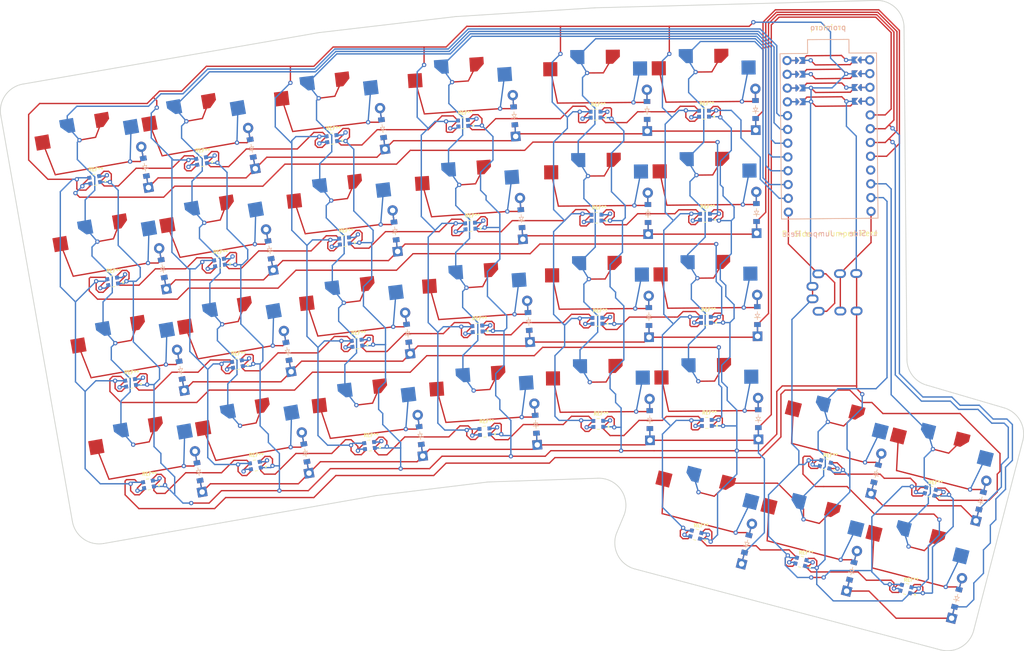
<source format=kicad_pcb>
(kicad_pcb (version 20221018) (generator pcbnew)
  (title_block (title "boardPcb") (rev "v1.0.0") (company "Unknown"))
  (layers (0 "F.Cu" signal) (31 "B.Cu" signal) (34 "B.Paste" user) (35 "F.Paste" user) (36 "B.SilkS" user "B.Silkscreen") (37 "F.SilkS" user "F.Silkscreen") (38 "B.Mask" user) (39 "F.Mask" user) (44 "Edge.Cuts" user))
  (net 0 "")
  (net 1 "P2")
  (net 2 "pinky1_bottom")
  (net 3 "pinky1_middle")
  (net 4 "pinky1_top")
  (net 5 "pinky1_number")
  (net 6 "P3")
  (net 7 "pink2_bottom")
  (net 8 "pink2_middle")
  (net 9 "pink2_top")
  (net 10 "pink2_number")
  (net 11 "P4")
  (net 12 "ring_bottom")
  (net 13 "ring_middle")
  (net 14 "ring_top")
  (net 15 "ring_number")
  (net 16 "P5")
  (net 17 "middle_bottom")
  (net 18 "middle_middle")
  (net 19 "middle_top")
  (net 20 "middle_number")
  (net 21 "P6")
  (net 22 "pointer_bottom")
  (net 23 "pointer_middle")
  (net 24 "pointer_top")
  (net 25 "pointer_number")
  (net 26 "P7")
  (net 27 "pointer2_bottom")
  (net 28 "pointer2_middle")
  (net 29 "pointer2_top")
  (net 30 "pointer2_number")
  (net 31 "P14")
  (net 32 "near_thumb")
  (net 33 "home_thumb")
  (net 34 "P16")
  (net 35 "far_thumb")
  (net 36 "home2_thumb2")
  (net 37 "far2_thumb2")
  (net 38 "P21")
  (net 39 "P20")
  (net 40 "P19")
  (net 41 "P18")
  (net 42 "P1")
  (net 43 "P0")
  (net 44 "P8")
  (net 45 "P9")
  (net 46 "P15")
  (net 47 "P10")
  (net 48 "RAW")
  (net 49 "RST")
  (net 50 "VCC")
  (net 51 "GND")
  (net 52 "_1_0")
  (net 53 "_1_23")
  (net 54 "_1_1")
  (net 55 "_1_22")
  (net 56 "_1_2")
  (net 57 "_1_21")
  (net 58 "_1_3")
  (net 59 "_1_20")
  (net 60 "L02")
  (net 61 "L03")
  (net 62 "L04")
  (net 63 "L05")
  (net 64 "L06")
  (net 65 "L07")
  (net 66 "L08")
  (net 67 "L09")
  (net 68 "L10")
  (net 69 "L11")
  (net 70 "L12")
  (net 71 "L13")
  (net 72 "L30")
  (net 73 "L14")
  (net 74 "L15")
  (net 75 "L16")
  (net 76 "L17")
  (net 77 "L18")
  (net 78 "L19")
  (net 79 "L20")
  (net 80 "L21")
  (net 81 "L22")
  (net 82 "L23")
  (net 83 "L24")
  (net 84 "L25")
  (net 85 "L26")
  (net 86 "L27")
  (net 87 "L28")
  (net 88 "L29")
  (footprint "ComboDiode" (layer "F.Cu") (at 156.184553 140.00584 100)
    (fp_text reference "D7" hide)
    (fp_text value "" hide)
  )
  (footprint "WS2812-2020" (layer "F.Cu") (at 254.134063 197.519865 -14.5)
    (fp_text reference "REF**")
    (fp_text value "WS2812")
  )
  (footprint "ComboDiode" (layer "F.Cu") (at 245.935723 133.131543 90.5)
    (fp_text reference "D23" hide)
    (fp_text value "" hide)
  )
  (footprint "PG1350" (layer "F.Cu") (at 146.134287 137.716267 10)
    (fp_text reference "S7" hide)
    (fp_text value "" hide)
  )
  (footprint "PG1350" (layer "F.Cu") (at 174.034217 171.426108 7)
    (fp_text reference "S9" hide)
    (fp_text value "" hide)
  )
  (footprint "PG1350" (layer "F.Cu") (at 129.737447 159.900578 10)
    (fp_text reference "S2" hide)
    (fp_text value "" hide)
  )
  (footprint "WS2812-2020" (layer "F.Cu") (at 130.553594 164.529174 10)
    (fp_text reference "REF**")
    (fp_text value "WS2812")
  )
  (footprint "PG1350" (layer "F.Cu") (at 194.175266 149.879449 4)
    (fp_text reference "S14" hide)
    (fp_text value "" hide)
  )
  (footprint "PG1350" (layer "F.Cu") (at 169.403182 133.709354 7)
    (fp_text reference "S11" hide)
    (fp_text value "" hide)
  )
  (footprint "ComboDiode" (layer "F.Cu") (at 202.605777 134.253302 94)
    (fp_text reference "D15" hide)
    (fp_text value "" hide)
  )
  (footprint "WS2812-2020" (layer "F.Cu") (at 169.975968 138.374321 7)
    (fp_text reference "REF**")
    (fp_text value "WS2812")
  )
  (footprint "TRRS-PJ-320A-dual" (layer "F.Cu") (at 267.574529 148.943313 -89.5)
    (fp_text reference "TRRS1")
    (fp_text value "TRRS-PJ-320A-dual")
  )
  (footprint "WS2812-2020" (layer "F.Cu") (at 153.549064 179.767558 10)
    (fp_text reference "REF**")
    (fp_text value "WS2812")
  )
  (footprint "WS2812-2020" (layer "F.Cu") (at 216.277151 115.089673 0.5)
    (fp_text reference "REF**")
    (fp_text value "WS2812")
  )
  (footprint "ComboDiode" (layer "F.Cu") (at 201.280404 115.299585 94)
    (fp_text reference "D16" hide)
    (fp_text value "" hide)
  )
  (footprint "ComboDiode" (layer "F.Cu") (at 226.268093 171.304627 90.5)
    (fp_text reference "D17" hide)
    (fp_text value "" hide)
  )
  (footprint "ComboDiode" (layer "F.Cu") (at 162.783184 177.428535 100)
    (fp_text reference "D5" hide)
    (fp_text value "" hide)
  )
  (footprint "PG1350" (layer "F.Cu") (at 171.718699 152.567731 7)
    (fp_text reference "S10" hide)
    (fp_text value "" hide)
  )
  (footprint "WS2812-2020" (layer "F.Cu") (at 216.608759 153.088226 0.5)
    (fp_text reference "REF**")
    (fp_text value "WS2812")
  )
  (footprint "ComboDiode" (layer "F.Cu") (at 287.360559 186.270936 75.5)
    (fp_text reference "D29" hide)
    (fp_text value "" hide)
  )
  (footprint "WS2812-2020" (layer "F.Cu") (at 123.954963 127.10648 10)
    (fp_text reference "REF**")
    (fp_text value "WS2812")
  )
  (footprint "WS2812-2020" (layer "F.Cu") (at 191.852375 116.660566 4)
    (fp_text reference "REF**")
    (fp_text value "WS2812")
  )
  (footprint "PG1350" (layer "F.Cu") (at 216.733548 167.387681 0.5)
    (fp_text reference "S17" hide)
    (fp_text value "" hide)
  )
  (footprint "PG1350" (layer "F.Cu") (at 216.236136 110.389852 0.5)
    (fp_text reference "S20" hide)
    (fp_text value "" hide)
  )
  (footprint "ComboDiode" (layer "F.Cu") (at 159.483869 158.717188 100)
    (fp_text reference "D6" hide)
    (fp_text value "" hide)
  )
  (footprint "WS2812-2020" (layer "F.Cu") (at 258.624937 179.562429 -14.5)
    (fp_text reference "REF**")
    (fp_text value "WS2812")
  )
  (footprint "WS2812-2020" (layer "F.Cu") (at 127.254278 145.817827 10)
    (fp_text reference "REF**")
    (fp_text value "WS2812")
  )
  (footprint "WS2812-2020" (layer "F.Cu") (at 216.442955 134.088949 0.5)
    (fp_text reference "REF**")
    (fp_text value "WS2812")
  )
  (footprint "PG1350" (layer "F.Cu") (at 279.164676 180.019735 -14.5)
    (fp_text reference "S29" hide)
    (fp_text value "" hide)
  )
  (footprint "WS2812-2020" (layer "F.Cu") (at 150.249749 161.056211 10)
    (fp_text reference "REF**")
    (fp_text value "WS2812")
  )
  (footprint "WS2812-2020" (layer "F.Cu") (at 143.651118 123.633516 10)
    (fp_text reference "REF**")
    (fp_text value "WS2812")
  )
  (footprint "PG1350" (layer "F.Cu") (at 235.947896 187.961971 -14.5)
    (fp_text reference "S25" hide)
    (fp_text value "" hide)
  )
  (footprint "PG1350" (layer "F.Cu") (at 195.500639 168.833166 4)
    (fp_text reference "S13" hide)
    (fp_text value "" hide)
  )
  (footprint "WS2812-2020" (layer "F.Cu") (at 234.77111 192.512265 -14.5)
    (fp_text reference "REF**")
    (fp_text value "WS2812")
  )
  (footprint "ComboDiode" (layer "F.Cu") (at 143.087029 180.901498 100)
    (fp_text reference "D1" hide)
    (fp_text value "" hide)
  )
  (footprint "ComboDiode" (layer "F.Cu") (at 226.102289 152.30535 90.5)
    (fp_text reference "D18" hide)
    (fp_text value "" hide)
  )
  (footprint "PG1350" (layer "F.Cu") (at 123.138817 122.477883 10)
    (fp_text reference "S4" hide)
    (fp_text value "" hide)
  )
  (footprint "ComboDiode" (layer "F.Cu") (at 181.635365 155.380157 97)
    (fp_text reference "D10" hide)
    (fp_text value "" hide)
  )
  (footprint "PG1350" (layer "F.Cu") (at 216.567744 148.388405 0.5)
    (fp_text reference "S18" hide)
    (fp_text value "" hide)
  )
  (footprint "ComboDiode" (layer "F.Cu") (at 139.787714 162.190151 100)
    (fp_text reference "D2" hide)
    (fp_text value "" hide)
  )
  (footprint "WS2812-2020" (layer "F.Cu") (at 133.852909 183.240522 10)
    (fp_text reference "REF**")
    (fp_text value "WS2812")
  )
  (footprint "ComboDiode" (layer "F.Cu") (at 183.950883 174.238534 97)
    (fp_text reference "D9" hide)
    (fp_text value "" hide)
  )
  (footprint "ComboDiode" (layer "F.Cu") (at 263.506732 199.220771 75.5)
    (fp_text reference "D26" hide)
    (fp_text value "" hide)
  )
  (footprint "WS2812-2020" (layer "F.Cu") (at 236.773802 171.912971 0.5)
    (fp_text reference "REF**")
    (fp_text value "WS2812")
  )
  (footprint "PG1350" (layer "F.Cu") (at 274.673802 197.977171 -14.5)
    (fp_text reference "S27" hide)
    (fp_text value "" hide)
  )
  (footprint "ComboDiode" (layer "F.Cu") (at 133.189083 124.767457 100)
    (fp_text reference "D4" hide)
    (fp_text value "" hide)
  )
  (footprint "PG1350" (layer "F.Cu") (at 126.438132 141.189231 10)
    (fp_text reference "S3" hide)
    (fp_text value "" hide)
  )
  (footprint "WS2812-2020" (layer "F.Cu") (at 193.177748 135.614283 4)
    (fp_text reference "REF**")
    (fp_text value "WS2812")
  )
  (footprint "WS2812-2020" (layer "F.Cu") (at 146.950433 142.344863 10)
    (fp_text reference "REF**")
    (fp_text value "WS2812")
  )
  (footprint "PG1350" (layer "F.Cu") (at 236.732787 167.21315 0.5)
    (fp_text reference "S21" hide)
    (fp_text value "" hide)
  )
  (footprint "WS2812-2020" (layer "F.Cu") (at 172.291485 157.232698 7)
    (fp_text reference "REF**")
    (fp_text value "WS2812")
  )
  (footprint "ComboDiode" (layer "F.Cu") (at 246.267331 171.130096 90.5)
    (fp_text reference "D21" hide)
    (fp_text value "" hide)
  )
  (footprint "ProMicro" (layer "F.Cu") (at 259.313037 119.014268 0.5)
    (fp_text reference "")
    (fp_text value "")
  )
  (footprint "ComboDiode" (layer "F.Cu") (at 225.77068 114.306797 90.5)
    (fp_text reference "D20" hide)
    (fp_text value "" hide)
  )
  (footprint "ComboDiode" (layer "F.Cu") (at 177.00433 117.663403 97)
    (fp_text reference "D12" hide)
    (fp_text value "" hide)
  )
  (footprint "WS2812-2020" (layer "F.Cu") (at 174.607003 176.091075 7)
    (fp_text reference "REF**")
    (fp_text value "WS2812")
  )
  (footprint "ComboDiode" (layer "F.Cu") (at 152.885238 121.294493 100)
    (fp_text reference "D8" hide)
    (fp_text value "" hide)
  )
  (footprint "PG1350" (layer "F.Cu") (at 236.401178 129.214597 0.5)
    (fp_text reference "S23" hide)
    (fp_text value "" hide)
  )
  (footprint "WS2812-2020" (layer "F.Cu") (at 236.442193 133.914418 0.5)
    (fp_text reference "REF**")
    (fp_text value "WS2812")
  )
  (footprint "WS2812-2020" (layer "F.Cu") (at 167.66045 119.515944 7)
    (fp_text reference "REF**")
    (fp_text value "WS2812")
  )
  (footprint "WS2812-2020" (layer "F.Cu") (at 216.774563 172.087502 0.5)
    (fp_text reference "REF**")
    (fp_text value "WS2812")
  )
  (footprint "PG1350" (layer "F.Cu") (at 191.52452 111.972015 4)
    (fp_text reference "S16" hide)
    (fp_text value "" hide)
  )
  (footprint "ComboDiode" (layer "F.Cu") (at 225.936484 133.306074 90.5)
    (fp_text reference "D19" hide)
    (fp_text value "" hide)
  )
  (footprint "PG1350" (layer "F.Cu") (at 216.40194 129.389128 0.5)
    (fp_text reference "S19" hide)
    (fp_text value "" hide)
  )
  (footprint "ComboDiode" (layer "F.Cu") (at 245.769919 114.132266 90.5)
    (fp_text reference "D24" hide)
    (fp_text value "" hide)
  )
  (footprint "ComboDiode" (layer "F.Cu") (at 246.101527 152.130819 90.5)
    (fp_text reference "D22" hide)
    (fp_text value "" hide)
  )
  (footprint "WS2812-2020" (layer "F.Cu") (at 236.607997 152.913695 0.5)
    (fp_text reference "REF**")
    (fp_text value "WS2812")
  )
  (footprint "PG1350" (layer "F.Cu") (at 167.087664 114.850977 7)
    (fp_text reference "S12" hide)
    (fp_text value "" hide)
  )
  (footprint "ComboDiode" (layer "F.Cu") (at 203.93115 153.207019 94)
    (fp_text reference "D14" hide)
    (fp_text value "" hide)
  )
  (footprint "ComboDiode" (layer "F.Cu") (at 205.256523 172.160736 94)
    (fp_text reference "D13" hide)
    (fp_text value "" hide)
  )
  (footprint "ComboDiode" (layer "F.Cu") (at 179.319848 136.52178 97)
    (fp_text reference "D11" hide)
    (fp_text value "" hide)
  )
  (footprint "PG1350" (layer "F.Cu") (at 149.433602 156.427614 10)
    (fp_text reference "S6" hide)
    (fp_text value "" hide)
  )
  (footprint "ComboDiode" (layer "F.Cu") (at 244.143779 194.213171 75.5)
    (fp_text reference "D25" hide)
    (fp_text value "" hide)
  )
  (footprint "WS2812-2020" (layer "F.Cu") (at 273.497016 202.527465 -14.5)
    (fp_text reference "REF**")
    (fp_text value "WS2812")
  )
  (footprint "PG1350" (layer "F.Cu") (at 236.566983 148.213874 0.5)
    (fp_text reference "S22" hide)
    (fp_text value "" hide)
  )
  (footprint "PG1350" (layer "F.Cu") (at 152.732918 175.138962 10)
    (fp_text reference "S5" hide)
    (fp_text value "" hide)
  )
  (footprint "WS2812-2020" (layer "F.Cu") (at 277.98789 184.570029 -14.5)
    (fp_text reference "REF**")
    (fp_text value "WS2812")
  )
  (footprint "ComboDiode" (layer "F.Cu") (at 282.869685 204.228371 75.5)
    (fp_text reference "D27" hide)
    (fp_text value "" hide)
  )
  (footprint "WS2812-2020" (layer "F.Cu") (at 195.828494 173.521717 4)
    (fp_text reference "REF**")
    (fp_text value "WS2812")
  )
  (footprint "WS2812-2020" (layer "F.Cu") (at 194.503121 154.568 4)
    (fp_text reference "REF**")
    (fp_text value "WS2812")
  )
  (footprint "PG1350" (layer "F.Cu") (at 236.235374 110.215321 0.5)
    (fp_text reference "S24" hide)
    (fp_text value "" hide)
  )
  (footprint "WS2812-2020" (layer "F.Cu") (at 236.276389 114.915142 0.5)
    (fp_text reference "REF**")
    (fp_text value "WS2812")
  )
  (footprint "PG1350" (layer "F.Cu") (at 133.036763 178.611925 10)
    (fp_text reference "S1" hide)
    (fp_text value "" hide)
  )
  (footprint "PG1350" (layer "F.Cu") (at 255.310849 192.969571 -14.5)
    (fp_text reference "S26" hide)
    (fp_text value "" hide)
  )
  (footprint "ComboDiode" (layer "F.Cu") (at 136.488398 143.478804 100)
    (fp_text reference "D3" hide)
    (fp_text value "" hide)
  )
  (footprint "PG1350" (layer "F.Cu") (at 192.849893 130.925732 4)
    (fp_text reference "S15" hide)
    (fp_text value "" hide)
  )
  (footprint "PG1350" (layer "F.Cu") (at 142.834972 119.00492 10)
    (fp_text reference "S8" hide)
    (fp_text value "" hide)
  )
  (footprint "ComboDiode" (layer "F.Cu") (at 267.997606 181.263336 75.5)
    (fp_text reference "D28" hide)
    (fp_text value "" hide)
  )
  (footprint "PG1350" (layer "F.Cu") (at 259.801723 175.012135 -14.5)
    (fp_text reference "S28" hide)
    (fp_text value "" hide)
  )
  (gr_arc (start 223.539184 198.844948) (mid 220.334436 196.223693) (end 220.20411 192.085529) (stroke (width 0.15)) (layer "Edge.Cuts"))
  (gr_arc (start 106.632251 115.246051) (mid 107.463884 111.505144) (end 110.69956 109.451756) (stroke (width 0.15)) (layer "Edge.Cuts"))
  (gr_line (start 190.611827 97.000115) (end 216.013438 95.396219) (stroke (width 0.15)) (layer "Edge.Cuts"))
  (gr_line (start 221.478527 189.032033) (end 220.20411 192.085529) (stroke (width 0.15)) (layer "Edge.Cuts"))
  (gr_arc (start 216.693747 182.109127) (mid 220.977469 184.263382) (end 221.478527 189.032033) (stroke (width 0.15)) (layer "Edge.Cuts"))
  (gr_arc (start 165.122688 99.9866) (mid 165.259901 99.964696) (end 165.39767 99.946613) (stroke (width 0.15)) (layer "Edge.Cuts"))
  (gr_line (start 216.693747 182.109127) (end 196.694599 182.791644) (stroke (width 0.15)) (layer "Edge.Cuts"))
  (gr_line (start 196.261325 182.825328) (end 175.872093 185.305731) (stroke (width 0.15)) (layer "Edge.Cuts"))
  (gr_line (start 295.027932 175.1886) (end 285.981526 210.168454) (stroke (width 0.15)) (layer "Edge.Cuts"))
  (gr_line (start 273.138746 98.981343) (end 273.672824 160.180641) (stroke (width 0.15)) (layer "Edge.Cuts"))
  (gr_line (start 165.39767 99.946613) (end 190.345159 97.024136) (stroke (width 0.15)) (layer "Edge.Cuts"))
  (gr_line (start 175.609717 185.344738) (end 125.618069 194.138129) (stroke (width 0.15)) (layer "Edge.Cuts"))
  (gr_line (start 277.265037 164.934786) (end 291.59479 169.138922) (stroke (width 0.15)) (layer "Edge.Cuts"))
  (gr_line (start 216.197189 95.388007) (end 268.007608 94.026701) (stroke (width 0.15)) (layer "Edge.Cuts"))
  (gr_arc (start 268.007607 94.026701) (mid 271.612068 95.428123) (end 273.138746 98.981343) (stroke (width 0.15)) (layer "Edge.Cuts"))
  (gr_arc (start 277.265036 164.934786) (mid 274.683374 163.151276) (end 273.672824 160.180641) (stroke (width 0.15)) (layer "Edge.Cuts"))
  (gr_line (start 279.86162 213.750158) (end 223.539185 198.844948) (stroke (width 0.15)) (layer "Edge.Cuts"))
  (gr_arc (start 190.345159 97.024136) (mid 190.478332 97.01034) (end 190.611827 97.000115) (stroke (width 0.15)) (layer "Edge.Cuts"))
  (gr_line (start 110.69956 109.451756) (end 165.122689 99.9866) (stroke (width 0.15)) (layer "Edge.Cuts"))
  (gr_arc (start 125.618069 194.13813) (mid 121.883145 193.308892) (end 119.827842 190.08197) (stroke (width 0.15)) (layer "Edge.Cuts"))
  (gr_arc (start 196.261325 182.825328) (mid 196.477596 182.803777) (end 196.694599 182.791644) (stroke (width 0.15)) (layer "Edge.Cuts"))
  (gr_arc (start 175.609716 185.344738) (mid 175.740646 185.323494) (end 175.872093 185.305731) (stroke (width 0.15)) (layer "Edge.Cuts"))
  (gr_line (start 119.827842 190.08197) (end 106.63225 115.246051) (stroke (width 0.15)) (layer "Edge.Cuts"))
  (gr_arc (start 291.594789 169.138921) (mid 294.535765 171.468921) (end 295.027932 175.1886) (stroke (width 0.15)) (layer "Edge.Cuts"))
  (gr_arc (start 216.013437 95.396219) (mid 216.105275 95.391268) (end 216.197189 95.388007) (stroke (width 0.15)) (layer "Edge.Cuts"))
  (gr_arc (start 285.981526 210.168454) (mid 283.666327 213.231835) (end 279.86162 213.750158) (stroke (width 0.15)) (layer "Edge.Cuts"))
  (segment (start 135.23 172.18) (end 133.99 175.4) (width 0.25) (layer "F.Cu") (net 1))
  (segment (start 131.93 153.47) (end 130.69 156.69) (width 0.25) (layer "F.Cu") (net 1))
  (segment (start 127.39 137.97) (end 124.44 138.5) (width 0.25) (layer "F.Cu") (net 1))
  (segment (start 125.33 116.05) (end 124.1 119.26) (width 0.25) (layer "F.Cu") (net 1))
  (segment (start 133.99 175.4) (end 131.04 175.92) (width 0.25) (layer "F.Cu") (net 1))
  (segment (start 128.63 134.76) (end 127.39 137.97) (width 0.25) (layer "F.Cu") (net 1))
  (segment (start 130.69 156.69) (end 127.74 157.21) (width 0.25) (layer "F.Cu") (net 1))
  (segment (start 124.1 119.26) (end 121.14 119.78) (width 0.25) (layer "F.Cu") (net 1))
  (segment (start 120.65 113.538) (end 133.858 113.538) (width 0.25) (layer "B.Cu") (net 1))
  (segment (start 140.208 111.252) (end 144.78 106.68) (width 0.25) (layer "B.Cu") (net 1))
  (segment (start 127.739291 157.206627) (end 127 157.945918) (width 0.25) (layer "B.Cu") (net 1))
  (segment (start 128.778311 168.402311) (end 128.778311 173.321017) (width 0.25) (layer "B.Cu") (net 1))
  (segment (start 192.805208 99.292) (end 246.612 99.292) (width 0.25) (layer "B.Cu") (net 1))
  (segment (start 123.444 141.150098) (end 127.179145 144.885243) (width 0.25) (layer "B.Cu") (net 1))
  (segment (start 128.778 168.402) (end 128.778311 168.402311) (width 0.25) (layer "B.Cu") (net 1))
  (segment (start 127.179145 147.902855) (end 125.478995 149.603005) (width 0.25) (layer "B.Cu") (net 1))
  (segment (start 250.144909 115.270909) (end 249.682 114.808) (width 0.25) (layer "B.Cu") (net 1))
  (segment (start 127.179145 144.885243) (end 127.179145 147.902855) (width 0.25) (layer "B.Cu") (net 1))
  (segment (start 133.858 113.538) (end 136.144 111.252) (width 0.25) (layer "B.Cu") (net 1))
  (segment (start 118.880365 115.307635) (end 120.65 113.538) (width 0.25) (layer "B.Cu") (net 1))
  (segment (start 246.612 99.292) (end 249.682 102.362) (width 0.25) (layer "B.Cu") (net 1))
  (segment (start 144.78 106.68) (end 164.50361 106.68) (width 0.25) (layer "B.Cu") (net 1))
  (segment (start 168.19761 102.986) (end 189.111208 102.986) (width 0.25) (layer "B.Cu") (net 1))
  (segment (start 136.144 111.252) (end 140.208 111.252) (width 0.25) (layer "B.Cu") (net 1))
  (segment (start 127 160.274) (end 130.478461 163.752461) (width 0.25) (layer "B.Cu") (net 1))
  (segment (start 121.140661 119.783932) (end 120.740661 120.183932) (width 0.25) (layer "B.Cu") (net 1))
  (segment (start 118.880365 117.186975) (end 118.880365 115.307635) (width 0.25) (layer "B.Cu") (net 1))
  (segment (start 123.444 139.491256) (end 123.444 141.150098) (width 0.25) (layer "B.Cu") (net 1))
  (segment (start 120.740661 123.357042) (end 123.952 126.568381) (width 0.25) (layer "B.Cu") (net 1))
  (segment (start 128.78 173.32) (end 131.04 175.92) (width 0.25) (layer "B.Cu") (net 1))
  (segment (start 164.50361 106.68) (end 168.19761 102.986) (width 0.25) (layer "B.Cu") (net 1))
  (segment (start 130.478461 163.752461) (end 130.478461 166.193539) (width 0.25) (layer "B.Cu") (net 1))
  (segment (start 118.88 117.19) (end 121.14 119.78) (width 0.25) (layer "B.Cu") (net 1))
  (segment (start 122.17968 130.80432) (end 122.17968 135.898323) (width 0.25) (layer "B.Cu") (net 1))
  (segment (start 120.740661 120.183932) (end 120.740661 123.357042) (width 0.25) (layer "B.Cu") (net 1))
  (segment (start 125.478995 149.603005) (end 125.478995 154.60967) (width 0.25) (layer "B.Cu") (net 1))
  (segment (start 251.660079 115.270909) (end 250.144909 115.270909) (width 0.25) (layer "B.Cu") (net 1))
  (segment (start 123.952 126.568381) (end 123.952 129.032) (width 0.25) (layer "B.Cu") (net 1))
  (segment (start 128.778 167.894) (end 128.778 168.402) (width 0.25) (layer "B.Cu") (net 1))
  (segment (start 124.439976 138.49528) (end 123.444 139.491256) (width 0.25) (layer "B.Cu") (net 1))
  (segment (start 189.111208 102.986) (end 192.805208 99.292) (width 0.25) (layer "B.Cu") (net 1))
  (segment (start 125.48 154.61) (end 127.74 157.21) (width 0.25) (layer "B.Cu") (net 1))
  (segment (start 249.682 102.362) (end 249.682 114.808) (width 0.25) (layer "B.Cu") (net 1))
  (segment (start 123.952 129.032) (end 122.17968 130.80432) (width 0.25) (layer "B.Cu") (net 1))
  (segment (start 122.18 135.9) (end 124.44 138.5) (width 0.25) (layer "B.Cu") (net 1))
  (segment (start 130.478461 166.193539) (end 128.778 167.894) (width 0.25) (layer "B.Cu") (net 1))
  (segment (start 127 157.945918) (end 127 160.274) (width 0.25) (layer "B.Cu") (net 1))
  (segment (start 140.36 179.86) (end 126.58 182.29) (width 0.25) (layer "F.Cu") (net 2))
  (segment (start 124.24 176.36) (end 126.58 182.29) (width 0.25) (layer "F.Cu") (net 2))
  (segment (start 142.218668 179.858407) (end 142.80051 179.276565) (width 0.25) (layer "F.Cu") (net 2))
  (segment (start 142.8 179.28) (end 142.43 177.15) (width 0.25) (layer "F.Cu") (net 2))
  (segment (start 140.364538 179.858407) (end 142.218668 179.858407) (width 0.25) (layer "F.Cu") (net 2))
  (segment (start 140.53 173.48) (end 140.36 179.86) (width 0.25) (layer "B.Cu") (net 2))
  (segment (start 142.8 179.28) (end 142.43 177.15) (width 0.25) (layer "B.Cu") (net 2))
  (segment (start 138.919353 161.14706) (end 139.501195 160.565218) (width 0.25) (layer "F.Cu") (net 3))
  (segment (start 120.94 157.64) (end 123.28 163.58) (width 0.25) (layer "F.Cu") (net 3))
  (segment (start 137.07 161.15) (end 123.28 163.58) (width 0.25) (layer "F.Cu") (net 3))
  (segment (start 139.5 160.57) (end 139.13 158.44) (width 0.25) (layer "F.Cu") (net 3))
  (segment (start 137.065222 161.14706) (end 138.919353 161.14706) (width 0.25) (layer "F.Cu") (net 3))
  (segment (start 137.24 154.77) (end 137.07 161.15) (width 0.25) (layer "B.Cu") (net 3))
  (segment (start 139.5 160.57) (end 139.13 158.44) (width 0.25) (layer "B.Cu") (net 3))
  (segment (start 117.64 138.93) (end 119.98 144.87) (width 0.25) (layer "F.Cu") (net 4))
  (segment (start 133.765907 142.435713) (end 135.620037 142.435713) (width 0.25) (layer "F.Cu") (net 4))
  (segment (start 133.77 142.44) (end 119.98 144.87) (width 0.25) (layer "F.Cu") (net 4))
  (segment (start 135.620037 142.435713) (end 136.201879 141.853871) (width 0.25) (layer "F.Cu") (net 4))
  (segment (start 136.2 141.85) (end 135.83 139.73) (width 0.25) (layer "F.Cu") (net 4))
  (segment (start 136.2 141.85) (end 135.83 139.73) (width 0.25) (layer "B.Cu") (net 4))
  (segment (start 133.94 136.06) (end 133.77 142.44) (width 0.25) (layer "B.Cu") (net 4))
  (segment (start 132.9 123.14) (end 132.53 121.02) (width 0.25) (layer "F.Cu") (net 5))
  (segment (start 132.320723 123.724365) (end 132.902564 123.142524) (width 0.25) (layer "F.Cu") (net 5))
  (segment (start 130.466592 123.724365) (end 132.320723 123.724365) (width 0.25) (layer "F.Cu") (net 5))
  (segment (start 114.34 120.22) (end 116.68 126.16) (width 0.25) (layer "F.Cu") (net 5))
  (segment (start 130.47 123.72) (end 116.68 126.16) (width 0.25) (layer "F.Cu") (net 5))
  (segment (start 132.9 123.14) (end 132.53 121.02) (width 0.25) (layer "B.Cu") (net 5))
  (segment (start 130.64 117.35) (end 130.47 123.72) (width 0.25) (layer "B.Cu") (net 5))
  (segment (start 153.69 171.92) (end 150.73 172.45) (width 0.25) (layer "F.Cu") (net 6))
  (segment (start 145.03 112.58) (end 143.79 115.79) (width 0.25) (layer "F.Cu") (net 6))
  (segment (start 151.63 150) (end 150.39 153.21) (width 0.25) (layer "F.Cu") (net 6))
  (segment (start 143.79 115.79) (end 140.84 116.31) (width 0.25) (layer "F.Cu") (net 6))
  (segment (start 154.92 168.71) (end 153.69 171.92) (width 0.25) (layer "F.Cu") (net 6))
  (segment (start 147.09 134.5) (end 144.14 135.02) (width 0.25) (layer "F.Cu") (net 6))
  (segment (start 150.39 153.21) (end 147.44 153.73) (width 0.25) (layer "F.Cu") (net 6))
  (segment (start 148.33 131.29) (end 147.09 134.5) (width 0.25) (layer "F.Cu") (net 6))
  (segment (start 148.474466 164.707534) (end 148.474466 169.848054) (width 0.25) (layer "B.Cu") (net 6))
  (segment (start 143.256 135.902447) (end 143.256 137.922) (width 0.25) (layer "B.Cu") (net 6))
  (segment (start 147.435446 153.733663) (end 146.558 154.611109) (width 0.25) (layer "B.Cu") (net 6))
  (segment (start 141.88 132.43) (end 144.14 135.02) (width 0.25) (layer "B.Cu") (net 6))
  (segment (start 250.398813 117.810813) (end 251.682244 117.810813) (width 0.25) (layer "B.Cu") (net 6))
  (segment (start 147.066 144.272) (end 145.17515 146.16285) (width 0.25) (layer "B.Cu") (net 6))
  (segment (start 146.558 156.739506) (end 150.174616 160.356122) (width 0.25) (layer "B.Cu") (net 6))
  (segment (start 192.991604 99.742) (end 246.305584 99.742) (width 0.25) (layer "B.Cu") (net 6))
  (segment (start 145.17515 146.16285) (end 145.17515 151.136706) (width 0.25) (layer "B.Cu") (net 6))
  (segment (start 144.136131 135.022316) (end 143.256 135.902447) (width 0.25) (layer "B.Cu") (net 6))
  (segment (start 138.58 113.71) (end 140.84 116.31) (width 0.25) (layer "B.Cu") (net 6))
  (segment (start 139.954 117.193785) (end 139.954 119.401262) (width 0.25) (layer "B.Cu") (net 6))
  (segment (start 189.297604 103.436) (end 192.991604 99.742) (width 0.25) (layer "B.Cu") (net 6))
  (segment (start 249.174 102.610416) (end 249.174 116.586) (width 0.25) (layer "B.Cu") (net 6))
  (segment (start 148.47 169.85) (end 150.73 172.45) (width 0.25) (layer "B.Cu") (net 6))
  (segment (start 143.764 125.476) (end 141.875835 127.364165) (width 0.25) (layer "B.Cu") (net 6))
  (segment (start 164.632006 107.188) (end 168.384006 103.436) (width 0.25) (layer "B.Cu") (net 6))
  (segment (start 146.558 154.611109) (end 146.558 156.739506) (width 0.25) (layer "B.Cu") (net 6))
  (segment (start 139.954 119.401262) (end 143.764 123.211262) (width 0.25) (layer "B.Cu") (net 6))
  (segment (start 138.57652 113.714012) (end 145.102532 107.188) (width 0.25) (layer "B.Cu") (net 6))
  (segment (start 147.066 141.732) (end 147.066 144.272) (width 0.25) (layer "B.Cu") (net 6))
  (segment (start 168.384006 103.436) (end 189.297604 103.436) (width 0.25) (layer "B.Cu") (net 6))
  (segment (start 141.875835 127.364165) (end 141.875835 132.425359) (width 0.25) (layer "B.Cu") (net 6))
  (segment (start 145.18 151.14) (end 147.44 153.73) (width 0.25) (layer "B.Cu") (net 6))
  (segment (start 150.174616 160.356122) (end 150.174616 163.007384) (width 0.25) (layer "B.Cu") (net 6))
  (segment (start 249.174 116.586) (end 250.398813 117.810813) (width 0.25) (layer "B.Cu") (net 6))
  (segment (start 150.174616 163.007384) (end 148.474466 164.707534) (width 0.25) (layer "B.Cu") (net 6))
  (segment (start 145.102532 107.188) (end 164.632006 107.188) (width 0.25) (layer "B.Cu") (net 6))
  (segment (start 143.256 137.922) (end 147.066 141.732) (width 0.25) (layer "B.Cu") (net 6))
  (segment (start 246.305584 99.742) (end 249.174 102.610416) (width 0.25) (layer "B.Cu") (net 6))
  (segment (start 143.764 123.211262) (end 143.764 125.476) (width 0.25) (layer "B.Cu") (net 6))
  (segment (start 140.836816 116.310969) (end 139.954 117.193785) (width 0.25) (layer "B.Cu") (net 6))
  (segment (start 162.5 175.8) (end 162.12 173.68) (width 0.25) (layer "F.Cu") (net 7))
  (segment (start 143.93 172.88) (end 146.27 178.82) (width 0.25) (layer "F.Cu") (net 7))
  (segment (start 160.06 176.39) (end 146.27 178.82) (width 0.25) (layer "F.Cu") (net 7))
  (segment (start 161.914823 176.385444) (end 162.496665 175.803602) (width 0.25) (layer "F.Cu") (net 7))
  (segment (start 160.060693 176.385444) (end 161.914823 176.385444) (width 0.25) (layer "F.Cu") (net 7))
  (segment (start 160.23 170.01) (end 160.06 176.39) (width 0.25) (layer "B.Cu") (net 7))
  (segment (start 162.5 175.8) (end 162.12 173.68) (width 0.25) (layer "B.Cu") (net 7))
  (segment (start 156.76 157.67) (end 142.97 160.11) (width 0.25) (layer "F.Cu") (net 8))
  (segment (start 156.761377 157.674096) (end 158.615509 157.674096) (width 0.25) (layer "F.Cu") (net 8))
  (segment (start 159.2 157.09) (end 158.82 154.97) (width 0.25) (layer "F.Cu") (net 8))
  (segment (start 140.63 154.17) (end 142.97 160.11) (width 0.25) (layer "F.Cu") (net 8))
  (segment (start 158.615509 157.674096) (end 159.19735 157.092255) (width 0.25) (layer "F.Cu") (net 8))
  (segment (start 159.2 157.09) (end 158.82 154.97) (width 0.25) (layer "B.Cu") (net 8))
  (segment (start 156.93 151.3) (end 156.76 157.67) (width 0.25) (layer "B.Cu") (net 8))
  (segment (start 153.462062 138.962749) (end 155.316192 138.962749) (width 0.25) (layer "F.Cu") (net 9))
  (segment (start 153.46 138.96) (end 139.67 141.39) (width 0.25) (layer "F.Cu") (net 9))
  (segment (start 155.9 138.38) (end 155.52 136.25) (width 0.25) (layer "F.Cu") (net 9))
  (segment (start 155.316192 138.962749) (end 155.898034 138.380907) (width 0.25) (layer "F.Cu") (net 9))
  (segment (start 137.33 135.46) (end 139.67 141.39) (width 0.25) (layer "F.Cu") (net 9))
  (segment (start 155.9 138.38) (end 155.52 136.25) (width 0.25) (layer "B.Cu") (net 9))
  (segment (start 153.63 132.59) (end 153.46 138.96) (width 0.25) (layer "B.Cu") (net 9))
  (segment (start 150.16 120.25) (end 136.38 122.68) (width 0.25) (layer "F.Cu") (net 10))
  (segment (start 152.6 119.67) (end 152.22 117.54) (width 0.25) (layer "F.Cu") (net 10))
  (segment (start 152.016877 120.251402) (end 152.598719 119.66956) (width 0.25) (layer "F.Cu") (net 10))
  (segment (start 150.162747 120.251402) (end 152.016877 120.251402) (width 0.25) (layer "F.Cu") (net 10))
  (segment (start 134.03 116.75) (end 136.38 122.68) (width 0.25) (layer "F.Cu") (net 10))
  (segment (start 152.6 119.67) (end 152.22 117.54) (width 0.25) (layer "B.Cu") (net 10))
  (segment (start 150.33 113.87) (end 150.16 120.25) (width 0.25) (layer "B.Cu") (net 10))
  (segment (start 176.56 165.12) (end 175.16 168.27) (width 0.25) (layer "F.Cu") (net 11))
  (segment (start 172.84 149.41) (end 169.86 149.77) (width 0.25) (layer "F.Cu") (net 11))
  (segment (start 169.61 108.55) (end 168.21 111.69) (width 0.25) (layer "F.Cu") (net 11))
  (segment (start 170.53 130.55) (end 167.55 130.91) (width 0.25) (layer "F.Cu") (net 11))
  (segment (start 174.24 146.26) (end 172.84 149.41) (width 0.25) (layer "F.Cu") (net 11))
  (segment (start 171.93 127.4) (end 170.53 130.55) (width 0.25) (layer "F.Cu") (net 11))
  (segment (start 175.16 168.27) (end 172.18 168.63) (width 0.25) (layer "F.Cu") (net 11))
  (segment (start 168.21 111.69) (end 165.23 112.06) (width 0.25) (layer "F.Cu") (net 11))
  (segment (start 172.212 156.464) (end 172.212 159.004) (width 0.25) (layer "B.Cu") (net 11))
  (segment (start 170.058506 161.157494) (end 170.058506 165.91958) (width 0.25) (layer "B.Cu") (net 11))
  (segment (start 189.484 103.886) (end 193.178 100.192) (width 0.25) (layer "B.Cu") (net 11))
  (segment (start 248.666 119.634) (end 249.382716 120.350716) (width 0.25) (layer "B.Cu") (net 11))
  (segment (start 246.119188 100.192) (end 248.666 102.738812) (width 0.25) (layer "B.Cu") (net 11))
  (segment (start 167.742988 142.899012) (end 167.742988 147.061203) (width 0.25) (layer "B.Cu") (net 11))
  (segment (start 193.178 100.192) (end 246.119188 100.192) (width 0.25) (layer "B.Cu") (net 11))
  (segment (start 163.11 109.34) (end 165.23 112.06) (width 0.25) (layer "B.Cu") (net 11))
  (segment (start 166.624 131.839275) (end 166.624 134.112) (width 0.25) (layer "B.Cu") (net 11))
  (segment (start 169.926 140.716) (end 167.742988 142.899012) (width 0.25) (layer "B.Cu") (net 11))
  (segment (start 165.427471 124.132529) (end 165.427471 128.202826) (width 0.25) (layer "B.Cu") (net 11))
  (segment (start 172.212 159.004) (end 170.058506 161.157494) (width 0.25) (layer "B.Cu") (net 11))
  (segment (start 164.833237 112.456143) (end 164.833237 116.075147) (width 0.25) (layer "B.Cu") (net 11))
  (segment (start 167.64 121.92) (end 165.427471 124.132529) (width 0.25) (layer "B.Cu") (net 11))
  (segment (start 163.111953 109.344449) (end 168.570402 103.886) (width 0.25) (layer "B.Cu") (net 11))
  (segment (start 169.926 137.414) (end 169.926 140.716) (width 0.25) (layer "B.Cu") (net 11))
  (segment (start 170.06 165.92) (end 172.18 168.63) (width 0.25) (layer "B.Cu") (net 11))
  (segment (start 249.382716 120.350716) (end 251.70441 120.350716) (width 0.25) (layer "B.Cu") (net 11))
  (segment (start 168.91 153.162) (end 172.212 156.464) (width 0.25) (layer "B.Cu") (net 11))
  (segment (start 164.833237 116.075147) (end 167.64 118.88191) (width 0.25) (layer "B.Cu") (net 11))
  (segment (start 167.64 118.88191) (end 167.64 121.92) (width 0.25) (layer "B.Cu") (net 11))
  (segment (start 169.864272 149.772897) (end 168.91 150.727169) (width 0.25) (layer "B.Cu") (net 11))
  (segment (start 166.624 134.112) (end 169.926 137.414) (width 0.25) (layer "B.Cu") (net 11))
  (segment (start 165.43 128.2) (end 167.55 130.91) (width 0.25) (layer "B.Cu") (net 11))
  (segment (start 167.74 147.06) (end 169.86 149.77) (width 0.25) (layer "B.Cu") (net 11))
  (segment (start 165.233237 112.056143) (end 164.833237 112.456143) (width 0.25) (layer "B.Cu") (net 11))
  (segment (start 168.91 150.727169) (end 168.91 153.162) (width 0.25) (layer "B.Cu") (net 11))
  (segment (start 168.570402 103.886) (end 189.484 103.886) (width 0.25) (layer "B.Cu") (net 11))
  (segment (start 167.548755 130.91452) (end 166.624 131.839275) (width 0.25) (layer "B.Cu") (net 11))
  (segment (start 248.666 102.738812) (end 248.666 119.634) (width 0.25) (layer "B.Cu") (net 11))
  (segment (start 165.36 168.71) (end 167.39 174.76) (width 0.25) (layer "F.Cu") (net 12))
  (segment (start 183.75 172.6) (end 183.49 170.46) (width 0.25) (layer "F.Cu") (net 12))
  (segment (start 183.296244 173.054388) (end 183.749799 172.600833) (width 0.25) (layer "F.Cu") (net 12))
  (segment (start 181.29 173.05) (end 167.39 174.76) (width 0.25) (layer "F.Cu") (net 12))
  (segment (start 181.286713 173.054388) (end 183.296244 173.054388) (width 0.25) (layer "F.Cu") (net 12))
  (segment (start 183.75 172.6) (end 183.49 170.46) (width 0.25) (layer "B.Cu") (net 12))
  (segment (start 181.79 166.7) (end 181.29 173.05) (width 0.25) (layer "B.Cu") (net 12))
  (segment (start 163.05 149.85) (end 165.08 155.9) (width 0.25) (layer "F.Cu") (net 13))
  (segment (start 180.980726 154.196011) (end 181.434281 153.742456) (width 0.25) (layer "F.Cu") (net 13))
  (segment (start 181.43 153.74) (end 181.17 151.6) (width 0.25) (layer "F.Cu") (net 13))
  (segment (start 178.97 154.2) (end 165.08 155.9) (width 0.25) (layer "F.Cu") (net 13))
  (segment (start 178.971195 154.196011) (end 180.980726 154.196011) (width 0.25) (layer "F.Cu") (net 13))
  (segment (start 181.43 153.74) (end 181.17 151.6) (width 0.25) (layer "B.Cu") (net 13))
  (segment (start 179.48 147.84) (end 178.97 154.2) (width 0.25) (layer "B.Cu") (net 13))
  (segment (start 176.66 135.34) (end 162.76 137.04) (width 0.25) (layer "F.Cu") (net 14))
  (segment (start 176.655678 135.337634) (end 178.665209 135.337634) (width 0.25) (layer "F.Cu") (net 14))
  (segment (start 160.73 131) (end 162.76 137.04) (width 0.25) (layer "F.Cu") (net 14))
  (segment (start 179.12 134.88) (end 178.86 132.74) (width 0.25) (layer "F.Cu") (net 14))
  (segment (start 178.665209 135.337634) (end 179.118764 134.884079) (width 0.25) (layer "F.Cu") (net 14))
  (segment (start 179.12 134.88) (end 178.86 132.74) (width 0.25) (layer "B.Cu") (net 14))
  (segment (start 177.16 128.98) (end 176.66 135.34) (width 0.25) (layer "B.Cu") (net 14))
  (segment (start 176.349691 116.479257) (end 176.803246 116.025702) (width 0.25) (layer "F.Cu") (net 15))
  (segment (start 174.34 116.48) (end 160.44 118.19) (width 0.25) (layer "F.Cu") (net 15))
  (segment (start 158.42 112.14) (end 160.44 118.19) (width 0.25) (layer "F.Cu") (net 15))
  (segment (start 176.8 116.03) (end 176.54 113.88) (width 0.25) (layer "F.Cu") (net 15))
  (segment (start 174.34016 116.479257) (end 176.349691 116.479257) (width 0.25) (layer "F.Cu") (net 15))
  (segment (start 176.8 116.03) (end 176.54 113.88) (width 0.25) (layer "B.Cu") (net 15))
  (segment (start 174.84 110.12) (end 174.34 116.48) (width 0.25) (layer "B.Cu") (net 15))
  (segment (start 195.46 146.78) (end 192.47 146.99) (width 0.25) (layer "F.Cu") (net 16))
  (segment (start 194.14 127.83) (end 191.14 128.04) (width 0.25) (layer "F.Cu") (net 16))
  (segment (start 196.79 165.74) (end 193.8 165.95) (width 0.25) (layer "F.Cu") (net 16))
  (segment (start 192.81 108.87) (end 189.82 109.08) (width 0.25) (layer "F.Cu") (net 16))
  (segment (start 194.38 105.81) (end 192.81 108.87) (width 0.25) (layer "F.Cu") (net 16))
  (segment (start 198.35 162.67) (end 196.79 165.74) (width 0.25) (layer "F.Cu") (net 16))
  (segment (start 197.03 143.72) (end 195.46 146.78) (width 0.25) (layer "F.Cu") (net 16))
  (segment (start 195.7 124.76) (end 194.14 127.83) (width 0.25) (layer "F.Cu") (net 16))
  (segment (start 191.77 150.622) (end 194.564 153.416) (width 0.25) (layer "B.Cu") (net 16))
  (segment (start 187.84 106.26) (end 189.82 109.08) (width 0.25) (layer "B.Cu") (net 16))
  (segment (start 190.5 128.681953) (end 190.5 131.826) (width 0.25) (layer "B.Cu") (net 16))
  (segment (start 189.818905 109.083958) (end 189.23 109.672863) (width 0.25) (layer "B.Cu") (net 16))
  (segment (start 193.04 137.922) (end 190.493193 140.468807) (width 0.25) (layer "B.Cu") (net 16))
  (segment (start 194.564 153.416) (end 194.564 156.718) (width 0.25) (layer "B.Cu") (net 16))
  (segment (start 190.49 144.17) (end 192.47 146.99) (width 0.25) (layer "B.Cu") (net 16))
  (segment (start 191.77 115.57) (end 191.77 118.872) (width 0.25) (layer "B.Cu") (net 16))
  (segment (start 189.16782 121.47418) (end 189.16782 125.218678) (width 0.25) (layer "B.Cu") (net 16))
  (segment (start 189.23 109.672863) (end 189.23 113.03) (width 0.25) (layer "B.Cu") (net 16))
  (segment (start 192.469651 146.991392) (end 191.77 147.691043) (width 0.25) (layer "B.Cu") (net 16))
  (segment (start 248.158 102.867208) (end 248.158 122.174) (width 0.25) (layer "B.Cu") (net 16))
  (segment (start 191.82 163.13) (end 193.8 165.95) (width 0.25) (layer "B.Cu") (net 16))
  (segment (start 248.874619 122.890619) (end 251.726575 122.890619) (width 0.25) (layer "B.Cu") (net 16))
  (segment (start 191.818566 159.463434) (end 191.818566 163.126112) (width 0.25) (layer "B.Cu") (net 16))
  (segment (start 189.17 125.22) (end 191.14 128.04) (width 0.25) (layer "B.Cu") (net 16))
  (segment (start 189.23 113.03) (end 191.77 115.57) (width 0.25) (layer "B.Cu") (net 16))
  (segment (start 193.465408 100.642) (end 245.932792 100.642) (width 0.25) (layer "B.Cu") (net 16))
  (segment (start 248.158 122.174) (end 248.874619 122.890619) (width 0.25) (layer "B.Cu") (net 16))
  (segment (start 245.932792 100.642) (end 248.158 102.867208) (width 0.25) (layer "B.Cu") (net 16))
  (segment (start 191.77 147.691043) (end 191.77 150.622) (width 0.25) (layer "B.Cu") (net 16))
  (segment (start 194.564 156.718) (end 191.818566 159.463434) (width 0.25) (layer "B.Cu") (net 16))
  (segment (start 190.5 131.826) (end 193.04 134.366) (width 0.25) (layer "B.Cu") (net 16))
  (segment (start 187.842447 106.264961) (end 193.465408 100.642) (width 0.25) (layer "B.Cu") (net 16))
  (segment (start 193.04 134.366) (end 193.04 137.922) (width 0.25) (layer "B.Cu") (net 16))
  (segment (start 191.77 118.872) (end 189.16782 121.47418) (width 0.25) (layer "B.Cu") (net 16))
  (segment (start 190.493193 140.468807) (end 190.493193 144.172395) (width 0.25) (layer "B.Cu") (net 16))
  (segment (start 191.144278 128.037675) (end 190.5 128.681953) (width 0.25) (layer "B.Cu") (net 16))
  (segment (start 202.66 170.84) (end 188.69 171.82) (width 0.25) (layer "F.Cu") (net 17))
  (segment (start 204.817399 170.838781) (end 205.141425 170.514755) (width 0.25) (layer "F.Cu") (net 17))
  (segment (start 205.14 170.51) (end 204.99 168.36) (width 0.25) (layer "F.Cu") (net 17))
  (segment (start 202.657979 170.838781) (end 204.817399 170.838781) (width 0.25) (layer "F.Cu") (net 17))
  (segment (start 186.98 165.67) (end 188.69 171.82) (width 0.25) (layer "F.Cu") (net 17))
  (segment (start 203.49 164.52) (end 202.66 170.84) (width 0.25) (layer "B.Cu") (net 17))
  (segment (start 205.14 170.51) (end 204.99 168.36) (width 0.25) (layer "B.Cu") (net 17))
  (segment (start 203.492026 151.885064) (end 203.816052 151.561038) (width 0.25) (layer "F.Cu") (net 18))
  (segment (start 185.66 146.72) (end 187.37 152.86) (width 0.25) (layer "F.Cu") (net 18))
  (segment (start 201.33 151.89) (end 187.37 152.86) (width 0.25) (layer "F.Cu") (net 18))
  (segment (start 201.332606 151.885064) (end 203.492026 151.885064) (width 0.25) (layer "F.Cu") (net 18))
  (segment (start 203.82 151.56) (end 203.67 149.41) (width 0.25) (layer "F.Cu") (net 18))
  (segment (start 202.17 145.56) (end 201.33 151.89) (width 0.25) (layer "B.Cu") (net 18))
  (segment (start 203.82 151.56) (end 203.67 149.41) (width 0.25) (layer "B.Cu") (net 18))
  (segment (start 202.49 132.61) (end 202.34 130.45) (width 0.25) (layer "F.Cu") (net 19))
  (segment (start 184.33 127.76) (end 186.04 133.91) (width 0.25) (layer "F.Cu") (net 19))
  (segment (start 200.01 132.93) (end 186.04 133.91) (width 0.25) (layer "F.Cu") (net 19))
  (segment (start 200.007233 132.931347) (end 202.166653 132.931347) (width 0.25) (layer "F.Cu") (net 19))
  (segment (start 202.166653 132.931347) (end 202.490679 132.607321) (width 0.25) (layer "F.Cu") (net 19))
  (segment (start 202.49 132.61) (end 202.34 130.45) (width 0.25) (layer "B.Cu") (net 19))
  (segment (start 200.84 126.61) (end 200.01 132.93) (width 0.25) (layer "B.Cu") (net 19))
  (segment (start 198.68186 113.97763) (end 200.84128 113.97763) (width 0.25) (layer "F.Cu") (net 20))
  (segment (start 198.68 113.98) (end 184.72 114.95) (width 0.25) (layer "F.Cu") (net 20))
  (segment (start 200.84128 113.97763) (end 201.165306 113.653604) (width 0.25) (layer "F.Cu") (net 20))
  (segment (start 183.01 108.81) (end 184.72 114.95) (width 0.25) (layer "F.Cu") (net 20))
  (segment (start 201.17 113.65) (end 201.01 111.5) (width 0.25) (layer "F.Cu") (net 20))
  (segment (start 201.17 113.65) (end 201.01 111.5) (width 0.25) (layer "B.Cu") (net 20))
  (segment (start 199.52 107.65) (end 198.68 113.98) (width 0.25) (layer "B.Cu") (net 20))
  (segment (start 219.46 104.41) (end 217.71 107.38) (width 0.25) (layer "F.Cu") (net 21))
  (segment (start 217.88 126.38) (end 214.88 126.4) (width 0.25) (layer "F.Cu") (net 21))
  (segment (start 219.96 161.41) (end 218.21 164.37) (width 0.25) (layer "F.Cu") (net 21))
  (segment (start 219.62 123.41) (end 217.88 126.38) (width 0.25) (layer "F.Cu") (net 21))
  (segment (start 217.71 107.38) (end 214.71 107.4) (width 0.25) (layer "F.Cu") (net 21))
  (segment (start 219.79 142.41) (end 218.04 145.38) (width 0.25) (layer "F.Cu") (net 21))
  (segment (start 218.04 145.38) (end 215.04 145.4) (width 0.25) (layer "F.Cu") (net 21))
  (segment (start 218.21 164.37) (end 215.21 164.4) (width 0.25) (layer "F.Cu") (net 21))
  (segment (start 214.122 127.15615) (end 214.122 130.556) (width 0.25) (layer "B.Cu") (net 21))
  (segment (start 216.154 113.861351) (end 216.154 116.84) (width 0.25) (layer "B.Cu") (net 21))
  (segment (start 213.40675 158.44925) (end 213.40675 161.466487) (width 0.25) (layer "B.Cu") (net 21))
  (segment (start 216.285996 101.092) (end 245.746396 101.092) (width 0.25) (layer "B.Cu") (net 21))
  (segment (start 247.65 102.995604) (end 247.65 124.46) (width 0.25) (layer "B.Cu") (net 21))
  (segment (start 245.746396 101.092) (end 247.65 102.995604) (width 0.25) (layer "B.Cu") (net 21))
  (segment (start 213.24 142.47) (end 215.04 145.4) (width 0.25) (layer "B.Cu") (net 21))
  (segment (start 216.21083 139.497327) (end 213.240946 142.467211) (width 0.25) (layer "B.Cu") (net 21))
  (segment (start 213.41 161.47) (end 215.21 164.4) (width 0.25) (layer "B.Cu") (net 21))
  (segment (start 213.868 108.24507) (end 213.868 111.575351) (width 0.25) (layer "B.Cu") (net 21))
  (segment (start 213.08 123.47) (end 214.88 126.4) (width 0.25) (layer "B.Cu") (net 21))
  (segment (start 213.075142 119.918858) (end 213.075142 123.467934) (width 0.25) (layer "B.Cu") (net 21))
  (segment (start 247.65 124.46) (end 248.620522 125.430522) (width 0.25) (layer "B.Cu") (net 21))
  (segment (start 216.21083 132.64483) (end 216.21083 139.497327) (width 0.25) (layer "B.Cu") (net 21))
  (segment (start 214.875818 126.402332) (end 214.122 127.15615) (width 0.25) (layer "B.Cu") (net 21))
  (segment (start 216.662 152.146) (end 216.662 155.194) (width 0.25) (layer "B.Cu") (net 21))
  (segment (start 215.041622 145.401609) (end 214.122 146.321231) (width 0.25) (layer "B.Cu") (net 21))
  (segment (start 212.91 104.47) (end 214.71 107.4) (width 0.25) (layer "B.Cu") (net 21))
  (segment (start 214.122 130.556) (end 216.21083 132.64483) (width 0.25) (layer "B.Cu") (net 21))
  (segment (start 216.662 155.194) (end 213.40675 158.44925) (width 0.25) (layer "B.Cu") (net 21))
  (segment (start 248.620522 125.430522) (end 251.748741 125.430522) (width 0.25) (layer "B.Cu") (net 21))
  (segment (start 216.154 116.84) (end 213.075142 119.918858) (width 0.25) (layer "B.Cu") (net 21))
  (segment (start 214.122 146.321231) (end 214.122 149.606) (width 0.25) (layer "B.Cu") (net 21))
  (segment (start 212.909338 104.468658) (end 216.285996 101.092) (width 0.25) (layer "B.Cu") (net 21))
  (segment (start 213.868 111.575351) (end 216.154 113.861351) (width 0.25) (layer "B.Cu") (net 21))
  (segment (start 214.710014 107.403056) (end 213.868 108.24507) (width 0.25) (layer "B.Cu") (net 21))
  (segment (start 214.122 149.606) (end 216.662 152.146) (width 0.25) (layer "B.Cu") (net 21))
  (segment (start 223.76 169.83) (end 209.76 169.95) (width 0.25) (layer "F.Cu") (net 22))
  (segment (start 208.43 163.71) (end 209.76 169.95) (width 0.25) (layer "F.Cu") (net 22))
  (segment (start 226.081884 169.8265) (end 226.253694 169.65469) (width 0.25) (layer "F.Cu") (net 22))
  (segment (start 223.755098 169.8265) (end 226.081884 169.8265) (width 0.25) (layer "F.Cu") (net 22))
  (segment (start 226.25 169.65) (end 226.23 167.49) (width 0.25) (layer "F.Cu") (net 22))
  (segment (start 226.25 169.65) (end 226.23 167.49) (width 0.25) (layer "B.Cu") (net 22))
  (segment (start 224.98 163.57) (end 223.76 169.83) (width 0.25) (layer "B.Cu") (net 22))
  (segment (start 223.589294 150.827224) (end 225.916079 150.827224) (width 0.25) (layer "F.Cu") (net 23))
  (segment (start 226.09 150.66) (end 226.07 148.5) (width 0.25) (layer "F.Cu") (net 23))
  (segment (start 208.26 144.71) (end 209.59 150.95) (width 0.25) (layer "F.Cu") (net 23))
  (segment (start 225.916079 150.827224) (end 226.08789 150.655413) (width 0.25) (layer "F.Cu") (net 23))
  (segment (start 223.59 150.83) (end 209.59 150.95) (width 0.25) (layer "F.Cu") (net 23))
  (segment (start 226.09 150.66) (end 226.07 148.5) (width 0.25) (layer "B.Cu") (net 23))
  (segment (start 224.81 144.57) (end 223.59 150.83) (width 0.25) (layer "B.Cu") (net 23))
  (segment (start 225.92 131.66) (end 225.9 129.5) (width 0.25) (layer "F.Cu") (net 24))
  (segment (start 223.42 131.83) (end 209.42 131.95) (width 0.25) (layer "F.Cu") (net 24))
  (segment (start 223.42349 131.827947) (end 225.750275 131.827947) (width 0.25) (layer "F.Cu") (net 24))
  (segment (start 208.09 125.71) (end 209.42 131.95) (width 0.25) (layer "F.Cu") (net 24))
  (segment (start 225.750275 131.827947) (end 225.922085 131.656137) (width 0.25) (layer "F.Cu") (net 24))
  (segment (start 224.64 125.57) (end 223.42 131.83) (width 0.25) (layer "B.Cu") (net 24))
  (segment (start 225.92 131.66) (end 225.9 129.5) (width 0.25) (layer "B.Cu") (net 24))
  (segment (start 207.93 106.71) (end 209.26 112.95) (width 0.25) (layer "F.Cu") (net 25))
  (segment (start 223.257686 112.828671) (end 225.58447 112.828671) (width 0.25) (layer "F.Cu") (net 25))
  (segment (start 225.58447 112.828671) (end 225.756281 112.65686) (width 0.25) (layer "F.Cu") (net 25))
  (segment (start 225.76 112.66) (end 225.74 110.5) (width 0.25) (layer "F.Cu") (net 25))
  (segment (start 223.26 112.83) (end 209.26 112.95) (width 0.25) (layer "F.Cu") (net 25))
  (segment (start 225.76 112.66) (end 225.74 110.5) (width 0.25) (layer "B.Cu") (net 25))
  (segment (start 224.48 106.57) (end 223.26 112.83) (width 0.25) (layer "B.Cu") (net 25))
  (segment (start 239.79 142.24) (end 238.04 145.2) (width 0.25) (layer "F.Cu") (net 26))
  (segment (start 238.04 145.2) (end 235.04 145.23) (width 0.25) (layer "F.Cu") (net 26))
  (segment (start 239.96 161.23) (end 238.21 164.2) (width 0.25) (layer "F.Cu") (net 26))
  (segment (start 238.21 164.2) (end 235.21 164.23) (width 0.25) (layer "F.Cu") (net 26))
  (segment (start 237.87 126.2) (end 234.88 126.23) (width 0.25) (layer "F.Cu") (net 26))
  (segment (start 239.46 104.24) (end 237.71 107.2) (width 0.25) (layer "F.Cu") (net 26))
  (segment (start 239.62 123.24) (end 237.87 126.2) (width 0.25) (layer "F.Cu") (net 26))
  (segment (start 237.71 107.2) (end 234.71 107.23) (width 0.25) (layer "F.Cu") (net 26))
  (segment (start 232.91 104.29) (end 234.71 107.23) (width 0.25) (layer "B.Cu") (net 26))
  (segment (start 234.709252 107.228525) (end 233.426 108.511777) (width 0.25) (layer "B.Cu") (net 26))
  (segment (start 233.426 108.511777) (end 233.426 110.998) (width 0.25) (layer "B.Cu") (net 26))
  (segment (start 233.07 123.29) (end 234.88 126.23) (width 0.25) (layer "B.Cu") (net 26))
  (segment (start 236.474 137.668) (end 233.240185 140.901815) (width 0.25) (layer "B.Cu") (net 26))
  (segment (start 236.474 154.432) (end 233.405989 157.500011) (width 0.25) (layer "B.Cu") (net 26))
  (segment (start 234.875056 126.227801) (end 233.68 127.422857) (width 0.25) (layer "B.Cu") (net 26))
  (segment (start 233.426 110.998) (end 236.22 113.792) (width 0.25) (layer "B.Cu") (net 26))
  (segment (start 233.934 146.333939) (end 233.934 149.098) (width 0.25) (layer "B.Cu") (net 26))
  (segment (start 232.908576 104.294127) (end 235.602703 101.6) (width 0.25) (layer "B.Cu") (net 26))
  (segment (start 247.142 126.746) (end 248.366426 127.970426) (width 0.25) (layer "B.Cu") (net 26))
  (segment (start 235.602703 101.6) (end 245.618 101.6) (width 0.25) (layer "B.Cu") (net 26))
  (segment (start 233.41 161.29) (end 235.21 164.23) (width 0.25) (layer "B.Cu") (net 26))
  (segment (start 236.474 151.638) (end 236.474 154.432) (width 0.25) (layer "B.Cu") (net 26))
  (segment (start 235.040861 145.227078) (end 233.934 146.333939) (width 0.25) (layer "B.Cu") (net 26))
  (segment (start 236.474 132.842) (end 236.474 137.668) (width 0.25) (layer "B.Cu") (net 26))
  (segment (start 245.618 101.6) (end 247.142 103.124) (width 0.25) (layer "B.Cu") (net 26))
  (segment (start 233.24 142.29) (end 235.04 145.23) (width 0.25) (layer "B.Cu") (net 26))
  (segment (start 233.68 127.422857) (end 233.68 130.048) (width 0.25) (layer "B.Cu") (net 26))
  (segment (start 233.68 130.048) (end 236.474 132.842) (width 0.25) (layer "B.Cu") (net 26))
  (segment (start 233.405989 157.500011) (end 233.405989 161.291956) (width 0.25) (layer "B.Cu") (net 26))
  (segment (start 233.934 149.098) (end 236.474 151.638) (width 0.25) (layer "B.Cu") (net 26))
  (segment (start 248.366426 127.970426) (end 251.770906 127.970426) (width 0.25) (layer "B.Cu") (net 26))
  (segment (start 247.142 103.124) (end 247.142 126.746) (width 0.25) (layer "B.Cu") (net 26))
  (segment (start 233.240185 140.901815) (end 233.240185 142.29268) (width 0.25) (layer "B.Cu") (net 26))
  (segment (start 236.22 113.792) (end 236.22 120.147783) (width 0.25) (layer "B.Cu") (net 26))
  (segment (start 236.22 120.147783) (end 233.07438 123.293403) (width 0.25) (layer "B.Cu") (net 26))
  (segment (start 228.43 163.54) (end 229.75 169.77) (width 0.25) (layer "F.Cu") (net 27))
  (segment (start 243.75 169.65) (end 229.75 169.77) (width 0.25) (layer "F.Cu") (net 27))
  (segment (start 246.081122 169.651969) (end 246.252932 169.480159) (width 0.25) (layer "F.Cu") (net 27))
  (segment (start 246.25 169.48) (end 246.23 167.32) (width 0.25) (layer "F.Cu") (net 27))
  (segment (start 243.754337 169.651969) (end 246.081122 169.651969) (width 0.25) (layer "F.Cu") (net 27))
  (segment (start 246.25 169.48) (end 246.23 167.32) (width 0.25) (layer "B.Cu") (net 27))
  (segment (start 244.97 163.39) (end 243.75 169.65) (width 0.25) (layer "B.Cu") (net 27))
  (segment (start 228.26 144.54) (end 229.59 150.77) (width 0.25) (layer "F.Cu") (net 28))
  (segment (start 245.915317 150.652693) (end 246.087128 150.480882) (width 0.25) (layer "F.Cu") (net 28))
  (segment (start 246.09 150.48) (end 246.07 148.32) (width 0.25) (layer "F.Cu") (net 28))
  (segment (start 243.588533 150.652693) (end 245.915317 150.652693) (width 0.25) (layer "F.Cu") (net 28))
  (segment (start 243.59 150.65) (end 229.59 150.77) (width 0.25) (layer "F.Cu") (net 28))
  (segment (start 244.81 144.39) (end 243.59 150.65) (width 0.25) (layer "B.Cu") (net 28))
  (segment (start 246.09 150.48) (end 246.07 148.32) (width 0.25) (layer "B.Cu") (net 28))
  (segment (start 243.42 131.65) (end 229.42 131.78) (width 0.25) (layer "F.Cu") (net 29))
  (segment (start 243.422728 131.653416) (end 245.749514 131.653416) (width 0.25) (layer "F.Cu") (net 29))
  (segment (start 245.92 131.48) (end 245.9 129.32) (width 0.25) (layer "F.Cu") (net 29))
  (segment (start 228.09 125.54) (end 229.42 131.78) (width 0.25) (layer "F.Cu") (net 29))
  (segment (start 245.749514 131.653416) (end 245.921324 131.481606) (width 0.25) (layer "F.Cu") (net 29))
  (segment (start 245.92 131.48) (end 245.9 129.32) (width 0.25) (layer "B.Cu") (net 29))
  (segment (start 244.64 125.39) (end 243.42 131.65) (width 0.25) (layer "B.Cu") (net 29))
  (segment (start 227.93 106.54) (end 229.26 112.78) (width 0.25) (layer "F.Cu") (net 30))
  (segment (start 243.26 112.65) (end 229.26 112.78) (width 0.25) (layer "F.Cu") (net 30))
  (segment (start 245.76 112.48) (end 245.74 110.32) (width 0.25) (layer "F.Cu") (net 30))
  (segment (start 245.583709 112.65414) (end 245.75552 112.482329) (width 0.25) (layer "F.Cu") (net 30))
  (segment (start 243.256924 112.65414) (end 245.583709 112.65414) (width 0.25) (layer "F.Cu") (net 30))
  (segment (start 245.76 112.48) (end 245.74 110.32) (width 0.25) (layer "B.Cu") (net 30))
  (segment (start 244.48 106.39) (end 243.26 112.65) (width 0.25) (layer "B.Cu") (net 30))
  (segment (start 281.37 177.49) (end 278.46 176.74) (width 0.25) (layer "F.Cu") (net 31))
  (segment (start 283.83 175.08) (end 281.37 177.49) (width 0.25) (layer "F.Cu") (net 31))
  (segment (start 279.33 193.04) (end 276.88 195.45) (width 0.25) (layer "F.Cu") (net 31))
  (segment (start 276.88 195.45) (end 273.97 194.7) (width 0.25) (layer "F.Cu") (net 31))
  (segment (start 270.764 166.719508) (end 270.764 128.778) (width 0.25) (layer "B.Cu") (net 31))
  (segment (start 270.764 128.778) (end 269.823433 127.837433) (width 0.25) (layer "B.Cu") (net 31))
  (segment (start 276.86 182.291382) (end 277.991229 183.422611) (width 0.25) (layer "B.Cu") (net 31))
  (segment (start 277.622 185.30832) (end 277.622 186.767578) (width 0.25) (layer "B.Cu") (net 31))
  (segment (start 278.463595 176.739722) (end 276.86 178.343317) (width 0.25) (layer "B.Cu") (net 31))
  (segment (start 272.99 191.4) (end 273.97 194.7) (width 0.25) (layer "B.Cu") (net 31))
  (segment (start 276.86 178.343317) (end 276.86 182.291382) (width 0.25) (layer "B.Cu") (net 31))
  (segment (start 277.48 173.44) (end 278.46 176.74) (width 0.25) (layer "B.Cu") (net 31))
  (segment (start 277.991229 183.422611) (end 277.991229 184.939091) (width 0.25) (layer "B.Cu") (net 31))
  (segment (start 277.483754 173.439262) (end 270.764 166.719508) (width 0.25) (layer "B.Cu") (net 31))
  (segment (start 277.991229 184.939091) (end 277.622 185.30832) (width 0.25) (layer "B.Cu") (net 31))
  (segment (start 277.622 186.767578) (end 272.99288 191.396698) (width 0.25) (layer "B.Cu") (net 31))
  (segment (start 269.823433 127.837433) (end 267.010326 127.837433) (width 0.25) (layer "B.Cu") (net 31))
  (segment (start 242.1 192.13) (end 228.54 188.63) (width 0.25) (layer "F.Cu") (net 32))
  (segment (start 244.56 192.62) (end 245.1 190.52) (width 0.25) (layer "F.Cu") (net 32))
  (segment (start 228.88 182.26) (end 228.54 188.63) (width 0.25) (layer "F.Cu") (net 32))
  (segment (start 244.076179 192.135) (end 244.556906 192.615727) (width 0.25) (layer "F.Cu") (net 32))
  (segment (start 242.098979 192.135) (end 244.076179 192.135) (width 0.25) (layer "F.Cu") (net 32))
  (segment (start 244.56 192.62) (end 245.1 190.52) (width 0.25) (layer "B.Cu") (net 32))
  (segment (start 244.9 186.4) (end 242.1 192.13) (width 0.25) (layer "B.Cu") (net 32))
  (segment (start 261.46 197.14) (end 247.91 193.64) (width 0.25) (layer "F.Cu") (net 33))
  (segment (start 263.439132 197.1426) (end 263.919859 197.623327) (width 0.25) (layer "F.Cu") (net 33))
  (segment (start 248.24 187.27) (end 247.91 193.64) (width 0.25) (layer "F.Cu") (net 33))
  (segment (start 263.92 197.62) (end 264.46 195.53) (width 0.25) (layer "F.Cu") (net 33))
  (segment (start 261.461932 197.1426) (end 263.439132 197.1426) (width 0.25) (layer "F.Cu") (net 33))
  (segment (start 264.26 191.41) (end 261.46 197.14) (width 0.25) (layer "B.Cu") (net 33))
  (segment (start 263.92 197.62) (end 264.46 195.53) (width 0.25) (layer "B.Cu") (net 33))
  (segment (start 257.51 190.44) (end 254.61 189.69) (width 0.25) (layer "F.Cu") (net 34))
  (segment (start 238.15 185.43) (end 235.25 184.68) (width 0.25) (layer "F.Cu") (net 34))
  (segment (start 262.01 172.48) (end 259.1 171.73) (width 0.25) (layer "F.Cu") (net 34))
  (segment (start 249.823487 183.021487) (end 240.608341 183.021487) (width 0.25) (layer "F.Cu") (net 34))
  (segment (start 254.609768 189.689558) (end 254.609768 187.807768) (width 0.25) (layer "F.Cu") (net 34))
  (segment (start 259.97 188.03) (end 257.51 190.44) (width 0.25) (layer "F.Cu") (net 34))
  (segment (start 264.46 170.07) (end 262.01 172.48) (width 0.25) (layer "F.Cu") (net 34))
  (segment (start 240.61 183.02) (end 238.15 185.43) (width 0.25) (layer "F.Cu") (net 34))
  (segment (start 254.609768 187.807768) (end 249.823487 183.021487) (width 0.25) (layer "F.Cu") (net 34))
  (segment (start 260.944463 165.608) (end 267.97 165.608) (width 0.25) (layer "B.Cu") (net 34))
  (segment (start 258.12 168.43) (end 259.1 171.73) (width 0.25) (layer "B.Cu") (net 34))
  (segment (start 257.302 173.530764) (end 257.302 176.784) (width 0.25) (layer "B.Cu") (net 34))
  (segment (start 234.27 181.38) (end 235.25 184.68) (width 0.25) (layer "B.Cu") (net 34))
  (segment (start 267.97 165.608) (end 270.002 163.576) (width 0.25) (layer "B.Cu") (net 34))
  (segment (start 270.002 163.576) (end 270.002 131.064) (width 0.25) (layer "B.Cu") (net 34))
  (segment (start 259.100642 171.732122) (end 257.302 173.530764) (width 0.25) (layer "B.Cu") (net 34))
  (segment (start 269.315337 130.377337) (end 267.032491 130.377337) (width 0.25) (layer "B.Cu") (net 34))
  (segment (start 258.318 181.701025) (end 253.629927 186.389098) (width 0.25) (layer "B.Cu") (net 34))
  (segment (start 258.120801 168.431662) (end 260.944463 165.608) (width 0.25) (layer "B.Cu") (net 34))
  (segment (start 257.302 176.784) (end 258.628276 178.110276) (width 0.25) (layer "B.Cu") (net 34))
  (segment (start 258.318 180.286509) (end 258.318 181.701025) (width 0.25) (layer "B.Cu") (net 34))
  (segment (start 258.628276 179.976233) (end 258.318 180.286509) (width 0.25) (layer "B.Cu") (net 34))
  (segment (start 258.628276 178.110276) (end 258.628276 179.976233) (width 0.25) (layer "B.Cu") (net 34))
  (segment (start 270.002 131.064) (end 269.315337 130.377337) (width 0.25) (layer "B.Cu") (net 34))
  (segment (start 253.63 186.39) (end 254.61 189.69) (width 0.25) (layer "B.Cu") (net 34))
  (segment (start 267.6 192.27) (end 267.27 198.64) (width 0.25) (layer "F.Cu") (net 35))
  (segment (start 283.28 202.63) (end 283.82 200.54) (width 0.25) (layer "F.Cu") (net 35))
  (segment (start 280.82 202.15) (end 267.27 198.64) (width 0.25) (layer "F.Cu") (net 35))
  (segment (start 280.824885 202.1502) (end 282.802085 202.1502) (width 0.25) (layer "F.Cu") (net 35))
  (segment (start 282.802085 202.1502) (end 283.282812 202.630927) (width 0.25) (layer "F.Cu") (net 35))
  (segment (start 283.62 196.42) (end 280.82 202.15) (width 0.25) (layer "B.Cu") (net 35))
  (segment (start 283.28 202.63) (end 283.82 200.54) (width 0.25) (layer "B.Cu") (net 35))
  (segment (start 252.73 169.31) (end 252.4 175.68) (width 0.25) (layer "F.Cu") (net 36))
  (segment (start 267.930005 179.185164) (end 268.410733 179.665892) (width 0.25) (layer "F.Cu") (net 36))
  (segment (start 268.41 179.67) (end 268.95 177.57) (width 0.25) (layer "F.Cu") (net 36))
  (segment (start 265.95 179.19) (end 252.4 175.68) (width 0.25) (layer "F.Cu") (net 36))
  (segment (start 265.952806 179.185164) (end 267.930005 179.185164) (width 0.25) (layer "F.Cu") (net 36))
  (segment (start 268.41 179.67) (end 268.95 177.57) (width 0.25) (layer "B.Cu") (net 36))
  (segment (start 268.75 173.45) (end 265.95 179.19) (width 0.25) (layer "B.Cu") (net 36))
  (segment (start 285.315759 184.192764) (end 287.292958 184.192764) (width 0.25) (layer "F.Cu") (net 37))
  (segment (start 287.292958 184.192764) (end 287.773686 184.673492) (width 0.25) (layer "F.Cu") (net 37))
  (segment (start 285.32 184.19) (end 271.76 180.69) (width 0.25) (layer "F.Cu") (net 37))
  (segment (start 287.77 184.67) (end 288.31 182.58) (width 0.25) (layer "F.Cu") (net 37))
  (segment (start 272.09 174.32) (end 271.76 180.69) (width 0.25) (layer "F.Cu") (net 37))
  (segment (start 287.77 184.67) (end 288.31 182.58) (width 0.25) (layer "B.Cu") (net 37))
  (segment (start 288.12 178.46) (end 285.32 184.19) (width 0.25) (layer "B.Cu") (net 37))
  (segment (start 205.522295 175.961455) (end 225.454368 175.961455) (width 0.25) (layer "F.Cu") (net 38))
  (segment (start 205.37 173.81) (end 205.52 175.96) (width 0.25) (layer "F.Cu") (net 38))
  (segment (start 161.491437 183.134) (end 163.444784 181.180653) (width 0.25) (layer "F.Cu") (net 38))
  (segment (start 183.36534 179.07) (end 184.415205 178.020135) (width 0.25) (layer "F.Cu") (net 38))
  (segment (start 246.28 172.78) (end 246.3 174.94) (width 0.25) (layer "F.Cu") (net 38))
  (segment (start 246.28173 172.780033) (end 248.666 170.395763) (width 0.25) (layer "F.Cu") (net 38))
  (segment (start 226.301341 175.114482) (end 246.126048 175.114482) (width 0.25) (layer "F.Cu") (net 38))
  (segment (start 267.918812 97.108) (end 270.764 99.953188) (width 0.25) (layer "F.Cu") (net 38))
  (segment (start 243.73 195.81) (end 243.19 197.9) (width 0.25) (layer "F.Cu") (net 38))
  (segment (start 204.69975 176.784) (end 205.522295 175.961455) (width 0.25) (layer "F.Cu") (net 38))
  (segment (start 248.666 170.395763) (end 248.666 98.552) (width 0.25) (layer "F.Cu") (net 38))
  (segment (start 184.415205 178.020135) (end 185.65134 176.784) (width 0.25) (layer "F.Cu") (net 38))
  (segment (start 163.444784 181.180653) (end 165.555437 179.07) (width 0.25) (layer "F.Cu") (net 38))
  (segment (start 270.764 99.953188) (end 270.764 114.046) (width 0.25) (layer "F.Cu") (net 38))
  (segment (start 250.11 97.108) (end 267.918812 97.108) (width 0.25) (layer "F.Cu") (net 38))
  (segment (start 226.28 172.95) (end 226.3 175.11) (width 0.25) (layer "F.Cu") (net 38))
  (segment (start 270.764 114.046) (end 269.672083 115.137917) (width 0.25) (layer "F.Cu") (net 38))
  (segment (start 165.555437 179.07) (end 183.36534 179.07) (width 0.25) (layer "F.Cu") (net 38))
  (segment (start 145.268245 183.134) (end 161.491437 183.134) (width 0.25) (layer "F.Cu") (net 38))
  (segment (start 248.666 98.552) (end 250.11 97.108) (width 0.25) (layer "F.Cu") (net 38))
  (segment (start 163.07 179.05) (end 163.44 181.18) (width 0.25) (layer "F.Cu") (net 38))
  (segment (start 246.126048 175.114482) (end 246.300579 174.939951) (width 0.25) (layer "F.Cu") (net 38))
  (segment (start 184.15 175.88) (end 184.42 178.02) (width 0.25) (layer "F.Cu") (net 38))
  (segment (start 269.672083 115.137917) (end 266.899499 115.137917) (width 0.25) (layer "F.Cu") (net 38))
  (segment (start 143.37 182.53) (end 143.75 184.65) (width 0.25) (layer "F.Cu") (net 38))
  (segment (start 225.454368 175.961455) (end 226.301341 175.114482) (width 0.25) (layer "F.Cu") (net 38))
  (segment (start 143.748629 184.653616) (end 145.268245 183.134) (width 0.25) (layer "F.Cu") (net 38))
  (segment (start 185.65134 176.784) (end 204.69975 176.784) (width 0.25) (layer "F.Cu") (net 38))
  (segment (start 184.15 175.88) (end 184.42 178.02) (width 0.25) (layer "B.Cu") (net 38))
  (segment (start 247.396 178.562) (end 247.396 192.145267) (width 0.25) (layer "B.Cu") (net 38))
  (segment (start 246.28 172.78) (end 246.3 174.94) (width 0.25) (layer "B.Cu") (net 38))
  (segment (start 205.37 173.81) (end 205.52 175.96) (width 0.25) (layer "B.Cu") (net 38))
  (segment (start 243.73 195.81) (end 243.19 197.9) (width 0.25) (layer "B.Cu") (net 38))
  (segment (start 163.07 179.05) (end 163.44 181.18) (width 0.25) (layer "B.Cu") (net 38))
  (segment (start 143.37 182.53) (end 143.75 184.65) (width 0.25) (layer "B.Cu") (net 38))
  (segment (start 226.28 172.95) (end 226.3 175.11) (width 0.25) (layer "B.Cu") (net 38))
  (segment (start 246.300579 174.939951) (end 246.300579 177.466579) (width 0.25) (layer "B.Cu") (net 38))
  (segment (start 247.396 192.145267) (end 243.730652 195.810615) (width 0.25) (layer "B.Cu") (net 38))
  (segment (start 246.300579 177.466579) (end 247.396 178.562) (width 0.25) (layer "B.Cu") (net 38))
  (segment (start 142.053583 164.338) (end 158.276775 164.338) (width 0.25) (layer "F.Cu") (net 39))
  (segment (start 271.272 116.078) (end 270.51 116.84) (width 0.25) (layer "F.Cu") (net 39))
  (segment (start 249.800792 96.658) (end 268.105208 96.658) (width 0.25) (layer "F.Cu") (net 39))
  (segment (start 162.086775 160.528) (end 180.733445 160.528) (width 0.25) (layer "F.Cu") (net 39))
  (segment (start 266.663414 202.909414) (end 271.671014 207.917014) (width 0.25) (layer "F.Cu") (net 39))
  (segment (start 246.12 153.78) (end 246.13 155.94) (width 0.25) (layer "F.Cu") (net 39))
  (segment (start 248.158 151.738682) (end 248.158 98.300792) (width 0.25) (layer "F.Cu") (net 39))
  (segment (start 182.099687 159.161758) (end 183.527445 157.734) (width 0.25) (layer "F.Cu") (net 39))
  (segment (start 271.272 99.824792) (end 271.272 116.078) (width 0.25) (layer "F.Cu") (net 39))
  (segment (start 268.105208 96.658) (end 271.272 99.824792) (width 0.25) (layer "F.Cu") (net 39))
  (segment (start 282.46 205.83) (end 281.92 207.92) (width 0.25) (layer "F.Cu") (net 39))
  (segment (start 270.51 116.84) (end 269.67218 117.67782) (width 0.25) (layer "F.Cu") (net 39))
  (segment (start 204.05 154.85) (end 204.2 157.01) (width 0.25) (layer "F.Cu") (net 39))
  (segment (start 158.276775 164.338) (end 160.145469 162.469306) (width 0.25) (layer "F.Cu") (net 39))
  (segment (start 159.77 160.34) (end 160.15 162.47) (width 0.25) (layer "F.Cu") (net 39))
  (segment (start 183.527445 157.734) (end 203.47066 157.734) (width 0.25) (layer "F.Cu") (net 39))
  (segment (start 246.115926 153.780756) (end 248.158 151.738682) (width 0.25) (layer "F.Cu") (net 39))
  (segment (start 226.12 153.96) (end 226.14 156.12) (width 0.25) (layer "F.Cu") (net 39))
  (segment (start 225.243004 157.007738) (end 226.135537 156.115205) (width 0.25) (layer "F.Cu") (net 39))
  (segment (start 140.07 163.82) (end 140.45 165.94) (width 0.25) (layer "F.Cu") (net 39))
  (segment (start 181.84 157.02) (end 182.1 159.16) (width 0.25) (layer "F.Cu") (net 39))
  (segment (start 204.196922 157.007738) (end 225.243004 157.007738) (width 0.25) (layer "F.Cu") (net 39))
  (segment (start 269.67218 117.67782) (end 266.921664 117.67782) (width 0.25) (layer "F.Cu") (net 39))
  (segment (start 263.09 200.82) (end 262.55 202.91) (width 0.25) (layer "F.Cu") (net 39))
  (segment (start 140.449314 165.942269) (end 142.053583 164.338) (width 0.25) (layer "F.Cu") (net 39))
  (segment (start 262.552784 202.909414) (end 266.663414 202.909414) (width 0.25) (layer "F.Cu") (net 39))
  (segment (start 271.671014 207.917014) (end 281.915737 207.917014) (width 0.25) (layer "F.Cu") (net 39))
  (segment (start 245.960244 156.115205) (end 246.134775 155.940674) (width 0.25) (layer "F.Cu") (net 39))
  (segment (start 180.733445 160.528) (end 182.099687 159.161758) (width 0.25) (layer "F.Cu") (net 39))
  (segment (start 203.47066 157.734) (end 204.196922 157.007738) (width 0.25) (layer "F.Cu") (net 39))
  (segment (start 248.158 98.300792) (end 249.800792 96.658) (width 0.25) (layer "F.Cu") (net 39))
  (segment (start 226.135537 156.115205) (end 245.960244 156.115205) (width 0.25) (layer "F.Cu") (net 39))
  (segment (start 160.145469 162.469306) (end 162.086775 160.528) (width 0.25) (layer "F.Cu") (net 39))
  (segment (start 270.383 116.967) (end 271.018 117.602) (width 0.25) (layer "F.Cu") (net 39))
  (via (at 271.018 117.602) (size 0.8) (drill 0.4) (layers "F.Cu" "B.Cu") (net 39))
  (segment (start 276.606 167.132) (end 281.94 167.132) (width 0.25) (layer "B.Cu") (net 39))
  (segment (start 263.09 200.82) (end 262.55 202.91) (width 0.25) (layer "B.Cu") (net 39))
  (segment (start 291.846 184.15) (end 290.068 185.928) (width 0.25) (layer "B.Cu") (net 39))
  (segment (start 281.94 167.132) (end 283.464 168.656) (width 0.25) (layer "B.Cu") (net 39))
  (segment (start 226.12 153.96) (end 226.14 156.12) (width 0.25) (layer "B.Cu") (net 39))
  (segment (start 287.782 195.326) (end 287.782 199.644) (width 0.25) (layer "B.Cu") (net 39))
  (segment (start 287.782 199.644) (end 286.004 201.422) (width 0.25) (layer "B.Cu") (net 39))
  (segment (start 246.12 153.78) (end 246.13 155.94) (width 0.25) (layer "B.Cu") (net 39))
  (segment (start 289.052 190.754) (end 289.052 194.056) (width 0.25) (layer "B.Cu") (net 39))
  (segment (start 287.02 168.656) (end 289.56 171.196) (width 0.25) (layer "B.Cu") (net 39))
  (segment (start 293.116 178.816) (end 291.846 180.086) (width 0.25) (layer "B.Cu") (net 39))
  (segment (start 159.77 160.34) (end 160.15 162.47) (width 0.25) (layer "B.Cu") (net 39))
  (segment (start 272.288 162.814) (end 276.606 167.132) (width 0.25) (layer "B.Cu") (net 39))
  (segment (start 289.052 194.056) (end 287.782 195.326) (width 0.25) (layer "B.Cu") (net 39))
  (segment (start 204.05 154.85) (end 204.2 157.01) (width 0.25) (layer "B.Cu") (net 39))
  (segment (start 282.46 205.83) (end 281.92 207.92) (width 0.25) (layer "B.Cu") (net 39))
  (segment (start 140.07 163.82) (end 140.45 165.94) (width 0.25) (layer "B.Cu") (net 39))
  (segment (start 292.1 171.196) (end 293.116 172.212) (width 0.25) (layer "B.Cu") (net 39))
  (segment (start 286.004 201.422) (end 286.004 204.47) (width 0.25) (layer "B.Cu") (net 39))
  (segment (start 271.018 117.602) (end 272.288 118.872) (width 0.25) (layer "B.Cu") (net 39))
  (segment (start 286.004 204.47) (end 284.648185 205.825815) (width 0.25) (layer "B.Cu") (net 39))
  (segment (start 284.648185 205.825815) (end 282.456558 205.825815) (width 0.25) (layer "B.Cu") (net 39))
  (segment (start 293.116 172.212) (end 293.116 178.816) (width 0.25) (layer "B.Cu") (net 39))
  (segment (start 290.068 185.928) (end 290.068 189.738) (width 0.25) (layer "B.Cu") (net 39))
  (segment (start 290.068 189.738) (end 289.052 190.754) (width 0.25) (layer "B.Cu") (net 39))
  (segment (start 283.464 168.656) (end 287.02 168.656) (width 0.25) (layer "B.Cu") (net 39))
  (segment (start 289.56 171.196) (end 292.1 171.196) (width 0.25) (layer "B.Cu") (net 39))
  (segment (start 272.288 118.872) (end 272.288 162.814) (width 0.25) (layer "B.Cu") (net 39))
  (segment (start 181.84 157.02) (end 182.1 159.16) (width 0.25) (layer "B.Cu") (net 39))
  (segment (start 291.846 180.086) (end 291.846 184.15) (width 0.25) (layer "B.Cu") (net 39))
  (segment (start 249.614396 96.208) (end 268.291604 96.208) (width 0.25) (layer "F.Cu") (net 40))
  (segment (start 202.72 135.9) (end 202.87 138.05) (width 0.25) (layer "F.Cu") (net 40))
  (segment (start 179.78417 140.303381) (end 181.149551 138.938) (width 0.25) (layer "F.Cu") (net 40))
  (segment (start 201.98757 138.938) (end 202.871549 138.054021) (width 0.25) (layer "F.Cu") (net 40))
  (segment (start 156.846153 143.757958) (end 158.618111 141.986) (width 0.25) (layer "F.Cu") (net 40))
  (segment (start 269.289679 187.198) (end 283.645032 187.198) (width 0.25) (layer "F.Cu") (net 40))
  (segment (start 137.149998 147.230922) (end 138.83892 145.542) (width 0.25) (layer "F.Cu") (net 40))
  (segment (start 267.58 182.86) (end 267.04 184.95) (width 0.25) (layer "F.Cu") (net 40))
  (segment (start 225.671661 137.414) (end 225.969732 137.115929) (width 0.25) (layer "F.Cu") (net 40))
  (segment (start 158.618111 141.986) (end 178.101551 141.986) (width 0.25) (layer "F.Cu") (net 40))
  (segment (start 178.101551 141.986) (end 179.78417 140.303381) (width 0.25) (layer "F.Cu") (net 40))
  (segment (start 225.969732 137.115929) (end 245.79444 137.115929) (width 0.25) (layer "F.Cu") (net 40))
  (segment (start 138.83892 145.542) (end 155.062111 145.542) (width 0.25) (layer "F.Cu") (net 40))
  (segment (start 155.062111 145.542) (end 156.846153 143.757958) (width 0.25) (layer "F.Cu") (net 40))
  (segment (start 202.871549 138.054021) (end 203.51157 137.414) (width 0.25) (layer "F.Cu") (net 40))
  (segment (start 156.47 141.63) (end 156.85 143.76) (width 0.25) (layer "F.Cu") (net 40))
  (segment (start 247.65 133.081602) (end 247.65 98.172396) (width 0.25) (layer "F.Cu") (net 40))
  (segment (start 270.256 119.634) (end 269.672277 120.217723) (width 0.25) (layer "F.Cu") (net 40))
  (segment (start 268.291604 96.208) (end 271.838 99.754396) (width 0.25) (layer "F.Cu") (net 40))
  (segment (start 267.043658 184.951979) (end 269.289679 187.198) (width 0.25) (layer "F.Cu") (net 40))
  (segment (start 181.149551 138.938) (end 201.98757 138.938) (width 0.25) (layer "F.Cu") (net 40))
  (segment (start 271.838 99.754396) (end 271.838 118.052) (width 0.25) (layer "F.Cu") (net 40))
  (segment (start 203.51157 137.414) (end 225.671661 137.414) (width 0.25) (layer "F.Cu") (net 40))
  (segment (start 245.95 134.78) (end 245.97 136.94) (width 0.25) (layer "F.Cu") (net 40))
  (segment (start 225.95 134.96) (end 225.97 137.12) (width 0.25) (layer "F.Cu") (net 40))
  (segment (start 269.672277 120.217723) (end 266.94383 120.217723) (width 0.25) (layer "F.Cu") (net 40))
  (segment (start 283.645032 187.198) (end 286.406611 189.959579) (width 0.25) (layer "F.Cu") (net 40))
  (segment (start 286.95 187.87) (end 286.41 189.96) (width 0.25) (layer "F.Cu") (net 40))
  (segment (start 245.950122 134.78148) (end 247.65 133.081602) (width 0.25) (layer "F.Cu") (net 40))
  (segment (start 245.79444 137.115929) (end 245.968971 136.941398) (width 0.25) (layer "F.Cu") (net 40))
  (segment (start 271.838 118.052) (end 270.256 119.634) (width 0.25) (layer "F.Cu") (net 40))
  (segment (start 179.52 138.16) (end 179.78 140.3) (width 0.25) (layer "F.Cu") (net 40))
  (segment (start 247.65 98.172396) (end 249.614396 96.208) (width 0.25) (layer "F.Cu") (net 40))
  (segment (start 270.383 119.507) (end 271.018 120.142) (width 0.25) (layer "F.Cu") (net 40))
  (segment (start 136.77 145.1) (end 137.15 147.23) (width 0.25) (layer "F.Cu") (net 40))
  (via (at 271.018 120.142) (size 0.8) (drill 0.4) (layers "F.Cu" "B.Cu") (net 40))
  (segment (start 225.95 134.96) (end 225.97 137.12) (width 0.25) (layer "B.Cu") (net 40))
  (segment (start 202.72 135.9) (end 202.87 138.05) (width 0.25) (layer "B.Cu") (net 40))
  (segment (start 271.526 120.65) (end 271.018 120.142) (width 0.25) (layer "B.Cu") (net 40))
  (segment (start 271.526 163.068) (end 271.526 120.65) (width 0.25) (layer "B.Cu") (net 40))
  (segment (start 276.352 167.894) (end 271.526 163.068) (width 0.25) (layer "B.Cu") (net 40))
  (segment (start 281.686 167.894) (end 276.352 167.894) (width 0.25) (layer "B.Cu") (net 40))
  (segment (start 291.592 171.958) (end 289.306 171.958) (width 0.25) (layer "B.Cu") (net 40))
  (segment (start 245.95 134.78) (end 245.97 136.94) (width 0.25) (layer "B.Cu") (net 40))
  (segment (start 156.47 141.63) (end 156.85 143.76) (width 0.25) (layer "B.Cu") (net 40))
  (segment (start 286.95 187.87) (end 286.41 189.96) (width 0.25) (layer "B.Cu") (net 40))
  (segment (start 179.52 138.16) (end 179.78 140.3) (width 0.25) (layer "B.Cu") (net 40))
  (segment (start 292.354 178.308) (end 292.354 172.72) (width 0.25) (layer "B.Cu") (net 40))
  (segment (start 292.354 172.72) (end 291.592 171.958) (width 0.25) (layer "B.Cu") (net 40))
  (segment (start 289.306 171.958) (end 286.766 169.418) (width 0.25) (layer "B.Cu") (net 40))
  (segment (start 291.084 183.731812) (end 291.084 179.578) (width 0.25) (layer "B.Cu") (net 40))
  (segment (start 267.58 182.86) (end 267.04 184.95) (width 0.25) (layer "B.Cu") (net 40))
  (segment (start 291.084 179.578) (end 292.354 178.308) (width 0.25) (layer "B.Cu") (net 40))
  (segment (start 286.947432 187.86838) (end 291.084 183.731812) (width 0.25) (layer "B.Cu") (net 40))
  (segment (start 283.21 169.418) (end 281.686 167.894) (width 0.25) (layer "B.Cu") (net 40))
  (segment (start 286.766 169.418) (end 283.21 169.418) (width 0.25) (layer "B.Cu") (net 40))
  (segment (start 136.77 145.1) (end 137.15 147.23) (width 0.25) (layer "B.Cu") (net 40))
  (segment (start 249.428 95.758) (end 268.478 95.758) (width 0.25) (layer "F.Cu") (net 41))
  (segment (start 179.025656 119.888) (end 200.75848 119.888) (width 0.25) (layer "F.Cu") (net 41))
  (segment (start 155.657449 122.936) (end 175.977656 122.936) (width 0.25) (layer "F.Cu") (net 41))
  (segment (start 135.624258 126.746) (end 151.847449 126.746) (width 0.25) (layer "F.Cu") (net 41))
  (segment (start 247.142 98.044) (end 249.428 95.758) (width 0.25) (layer "F.Cu") (net 41))
  (segment (start 247.142 114.424521) (end 247.142 98.044) (width 0.25) (layer "F.Cu") (net 41))
  (segment (start 225.30258 118.618) (end 225.803928 118.116652) (width 0.25) (layer "F.Cu") (net 41))
  (segment (start 245.78 115.78) (end 245.8 117.94) (width 0.25) (layer "F.Cu") (net 41))
  (segment (start 225.79 115.96) (end 225.8 118.12) (width 0.25) (layer "F.Cu") (net 41))
  (segment (start 245.628636 118.116652) (end 245.803167 117.942121) (width 0.25) (layer "F.Cu") (net 41))
  (segment (start 175.977656 122.936) (end 177.468652 121.445004) (width 0.25) (layer "F.Cu") (net 41))
  (segment (start 201.4 116.95) (end 201.55 119.1) (width 0.25) (layer "F.Cu") (net 41))
  (segment (start 268.478 95.758) (end 272.288 99.568) (width 0.25) (layer "F.Cu") (net 41))
  (segment (start 269.926373 122.757627) (end 266.965995 122.757627) (width 0.25) (layer "F.Cu") (net 41))
  (segment (start 151.847449 126.746) (end 153.546838 125.046611) (width 0.25) (layer "F.Cu") (net 41))
  (segment (start 153.17 122.92) (end 153.55 125.05) (width 0.25) (layer "F.Cu") (net 41))
  (segment (start 202.02848 118.618) (end 225.30258 118.618) (width 0.25) (layer "F.Cu") (net 41))
  (segment (start 201.546176 119.100304) (end 202.02848 118.618) (width 0.25) (layer "F.Cu") (net 41))
  (segment (start 133.850683 128.519575) (end 135.624258 126.746) (width 0.25) (layer "F.Cu") (net 41))
  (segment (start 225.803928 118.116652) (end 245.628636 118.116652) (width 0.25) (layer "F.Cu") (net 41))
  (segment (start 177.21 119.3) (end 177.47 121.45) (width 0.25) (layer "F.Cu") (net 41))
  (segment (start 177.468652 121.445004) (end 179.025656 119.888) (width 0.25) (layer "F.Cu") (net 41))
  (segment (start 200.75848 119.888) (end 201.546176 119.100304) (width 0.25) (layer "F.Cu") (net 41))
  (segment (start 153.546838 125.046611) (end 155.657449 122.936) (width 0.25) (layer "F.Cu") (net 41))
  (segment (start 133.48 126.39) (end 133.85 128.52) (width 0.25) (layer "F.Cu") (net 41))
  (segment (start 272.288 120.396) (end 269.926373 122.757627) (width 0.25) (layer "F.Cu") (net 41))
  (segment (start 272.288 99.568) (end 272.288 120.396) (width 0.25) (layer "F.Cu") (net 41))
  (segment (start 245.784318 115.782203) (end 247.142 114.424521) (width 0.25) (layer "F.Cu") (net 41))
  (segment (start 225.79 115.96) (end 225.8 118.12) (width 0.25) (layer "B.Cu") (net 41))
  (segment (start 245.78 115.78) (end 245.8 117.94) (width 0.25) (layer "B.Cu") (net 41))
  (segment (start 153.17 122.92) (end 153.55 125.05) (width 0.25) (layer "B.Cu") (net 41))
  (segment (start 201.4 116.95) (end 201.55 119.1) (width 0.25) (layer "B.Cu") (net 41))
  (segment (start 177.21 119.3) (end 177.47 121.45) (width 0.25) (layer "B.Cu") (net 41))
  (segment (start 133.48 126.39) (end 133.85 128.52) (width 0.25) (layer "B.Cu") (net 41))
  (segment (start 263.22 105.86) (end 256.78 105.92) (width 0.25) (layer "F.Cu") (net 42))
  (segment (start 263.97 105) (end 263.22 105.86) (width 0.25) (layer "F.Cu") (net 42))
  (segment (start 256.78 105.92) (end 255.93 105.07) (width 0.25) (layer "F.Cu") (net 42))
  (segment (start 254.42 105.09) (end 255.93 105.07) (width 0.25) (layer "B.Cu") (net 42))
  (segment (start 256.8 108.46) (end 255.95 107.61) (width 0.25) (layer "F.Cu") (net 43))
  (segment (start 263.24 108.4) (end 256.8 108.46) (width 0.25) (layer "F.Cu") (net 43))
  (segment (start 263.99 107.54) (end 263.24 108.4) (width 0.25) (layer "F.Cu") (net 43))
  (segment (start 254.44 107.63) (end 255.95 107.61) (width 0.25) (layer "B.Cu") (net 43))
  (segment (start 237.196154 115.457136) (end 237.348864 115.457136) (width 0.25) (layer "F.Cu") (net 44))
  (segment (start 237.348864 115.457136) (end 238.506 114.3) (width 0.25) (layer "F.Cu") (net 44))
  (via (at 238.506 114.3) (size 0.8) (drill 0.4) (layers "F.Cu" "B.Cu") (net 44))
  (segment (start 246.634 127) (end 246.634 122.936) (width 0.25) (layer "B.Cu") (net 44))
  (segment (start 237.186555 114.357178) (end 238.448822 114.357178) (width 0.25) (layer "B.Cu") (net 44))
  (segment (start 241.3 114.3) (end 240.284 114.3) (width 0.25) (layer "B.Cu") (net 44))
  (segment (start 238.448822 114.357178) (end 238.506 114.3) (width 0.25) (layer "B.Cu") (net 44))
  (segment (start 243.078 119.38) (end 243.078 116.078) (width 0.25) (layer "B.Cu") (net 44))
  (segment (start 246.634 122.936) (end 243.078 119.38) (width 0.25) (layer "B.Cu") (net 44))
  (segment (start 238.506 114.3) (end 240.284 114.3) (width 0.25) (layer "B.Cu") (net 44))
  (segment (start 251.793071 130.510329) (end 250.144329 130.510329) (width 0.25) (layer "B.Cu") (net 44))
  (segment (start 243.078 116.078) (end 241.3 114.3) (width 0.25) (layer "B.Cu") (net 44))
  (segment (start 250.144329 130.510329) (end 246.634 127) (width 0.25) (layer "B.Cu") (net 44))
  (segment (start 260.35 149.86) (end 260.35 146.05) (width 0.25) (layer "F.Cu") (net 45))
  (segment (start 251.815237 133.050232) (end 251.815237 138.912961) (width 0.25) (layer "F.Cu") (net 45))
  (segment (start 258.732499 144.432499) (end 257.334775 144.432499) (width 0.25) (layer "F.Cu") (net 45))
  (segment (start 251.815237 138.912961) (end 257.334775 144.432499) (width 0.25) (layer "F.Cu") (net 45))
  (segment (start 258.877764 151.332236) (end 260.35 149.86) (width 0.25) (layer "F.Cu") (net 45))
  (segment (start 257.394988 151.332236) (end 258.877764 151.332236) (width 0.25) (layer "F.Cu") (net 45))
  (segment (start 260.35 146.05) (end 258.732499 144.432499) (width 0.25) (layer "F.Cu") (net 45))
  (segment (start 267.054657 132.91724) (end 267.054657 138.677559) (width 0.25) (layer "F.Cu") (net 47))
  (segment (start 261.394836 151.29733) (end 261.394836 144.457806) (width 0.25) (layer "F.Cu") (net 47))
  (segment (start 261.394836 144.457806) (end 261.334623 144.397593) (width 0.25) (layer "F.Cu") (net 47))
  (segment (start 267.054657 138.677559) (end 261.334623 144.397593) (width 0.25) (layer "F.Cu") (net 47))
  (segment (start 255.16 104.23) (end 261.6 104.17) (width 0.25) (layer "F.Cu") (net 48))
  (segment (start 261.6 104.17) (end 262.45 105.02) (width 0.25) (layer "F.Cu") (net 48))
  (segment (start 254.42 105.09) (end 255.16 104.23) (width 0.25) (layer "F.Cu") (net 48))
  (segment (start 263.97 105) (end 262.45 105.02) (width 0.25) (layer "B.Cu") (net 48))
  (segment (start 261.65 109.25) (end 262.5 110.1) (width 0.25) (layer "F.Cu") (net 49))
  (segment (start 254.46 110.17) (end 255.21 109.31) (width 0.25) (layer "F.Cu") (net 49))
  (segment (start 255.21 109.31) (end 261.65 109.25) (width 0.25) (layer "F.Cu") (net 49))
  (segment (start 264.01 110.08) (end 262.5 110.1) (width 0.25) (layer "B.Cu") (net 49))
  (segment (start 219.71 153.67) (end 219.673 153.633) (width 0.25) (layer "F.Cu") (net 50))
  (segment (start 238.198894 151.675) (end 239.314305 151.675) (width 0.25) (layer "F.Cu") (net 50))
  (segment (start 207.01 178.054) (end 208.026 177.038) (width 0.25) (layer "F.Cu") (net 50))
  (segment (start 260.802351 179.259046) (end 261.874 180.330695) (width 0.25) (layer "F.Cu") (net 50))
  (segment (start 219.248305 132.625) (end 219.71 133.086695) (width 0.25) (layer "F.Cu") (net 50))
  (segment (start 194.052153 135.001796) (end 195.158949 133.895) (width 0.25) (layer "F.Cu") (net 50))
  (segment (start 180.34 180.34) (end 185.674 180.34) (width 0.25) (layer "F.Cu") (net 50))
  (segment (start 196.134039 153.199) (end 195.377526 153.955513) (width 0.25) (layer "F.Cu") (net 50))
  (segment (start 148.901357 140.499) (end 149.897 140.499) (width 0.25) (layer "F.Cu") (net 50))
  (segment (start 217.684729 171.529538) (end 218.489267 170.725) (width 0.25) (layer "F.Cu") (net 50))
  (segment (start 217.353121 133.530985) (end 218.259106 132.625) (width 0.25) (layer "F.Cu") (net 50))
  (segment (start 276.606 202.174695) (end 276.144305 201.713) (width 0.25) (layer "F.Cu") (net 50))
  (segment (start 200.66 178.054) (end 207.01 178.054) (width 0.25) (layer "F.Cu") (net 50))
  (segment (start 219.202 114.046) (end 219.202 115.824) (width 0.25) (layer "F.Cu") (net 50))
  (segment (start 130.265 145.325) (end 129.794 145.796) (width 0.25) (layer "F.Cu") (net 50))
  (segment (start 255.487109 196.887) (end 256.586305 196.887) (width 0.25) (layer "F.Cu") (net 50))
  (segment (start 173.228 138.176) (end 172.72 138.684) (width 0.25) (layer "F.Cu") (net 50))
  (segment (start 175.043 155.739) (end 175.26 155.956) (width 0.25) (layer "F.Cu") (net 50))
  (segment (start 124.760556 126.405948) (end 125.637507 125.528997) (width 0.25) (layer "F.Cu") (net 50))
  (segment (start 133.387 162.851) (end 132.336829 162.851) (width 0.25) (layer "F.Cu") (net 50))
  (segment (start 195.158949 133.895) (end 195.880305 133.895) (width 0.25) (layer "F.Cu") (net 50))
  (segment (start 238.806305 113.575) (end 239.268 114.036695) (width 0.25) (layer "F.Cu") (net 50))
  (segment (start 256.586305 196.887) (end 257.048 197.348695) (width 0.25) (layer "F.Cu") (net 50))
  (segment (start 177.8 175.250695) (end 177.8 176.276) (width 0.25) (layer "F.Cu") (net 50))
  (segment (start 170.905 119.225334) (end 170.18 119.950334) (width 0.25) (layer "F.Cu") (net 50))
  (segment (start 237.968733 113.575) (end 238.806305 113.575) (width 0.25) (layer "F.Cu") (net 50))
  (segment (start 220.98 177.038) (end 227.076 177.038) (width 0.25) (layer "F.Cu") (net 50))
  (segment (start 257.048 197.348695) (end 257.048 198.628) (width 0.25) (layer "F.Cu") (net 50))
  (segment (start 146.526996 121.888996) (end 146.775 122.137) (width 0.25) (layer "F.Cu") (net 50))
  (segment (start 153.162 159.512) (end 153.162 161.036) (width 0.25) (layer "F.Cu") (net 50))
  (segment (start 129.020766 143.801) (end 129.840305 143.801) (width 0.25) (layer "F.Cu") (net 50))
  (segment (start 249.682 173.99) (end 249.682 166.116) (width 0.25) (layer "F.Cu") (net 50))
  (segment (start 151.760621 159.295) (end 152.945 159.295) (width 0.25) (layer "F.Cu") (net 50))
  (segment (start 246.634 177.038) (end 249.682 173.99) (width 0.25) (layer "F.Cu") (net 50))
  (segment (start 217.187317 114.531709) (end 217.890026 113.829) (width 0.25) (layer "F.Cu") (net 50))
  (segment (start 134.658502 182.53999) (end 134.658502 182.18459) (width 0.25) (layer "F.Cu") (net 50))
  (segment (start 239.314305 151.675) (end 239.776 152.136695) (width 0.25) (layer "F.Cu") (net 50))
  (segment (start 198.665 171.995) (end 198.882 172.212) (width 0.25) (layer "F.Cu") (net 50))
  (segment (start 255.23 111.85) (end 261.67 111.79) (width 0.25) (layer "F.Cu") (net 50))
  (segment (start 237.352359 133.356454) (end 238.083813 132.625) (width 0.25) (layer "F.Cu") (net 50))
  (segment (start 173.968924 155.739) (end 175.043 155.739) (width 0.25) (layer "F.Cu") (net 50))
  (segment (start 127 126.041884) (end 127 127.254) (width 0.25) (layer "F.Cu") (net 50))
  (segment (start 219.248305 170.725) (end 219.71 171.186695) (width 0.25) (layer "F.Cu") (net 50))
  (segment (start 175.448155 175.433664) (end 176.346819 174.535) (width 0.25) (layer "F.Cu") (net 50))
  (segment (start 250.698 165.1) (end 264.394722 165.1) (width 0.25) (layer "F.Cu") (net 50))
  (segment (start 218.259106 132.625) (end 219.248305 132.625) (width 0.25) (layer "F.Cu") (net 50))
  (segment (start 237.236 191.516) (end 236.487556 191.516) (width 0.25) (layer "F.Cu") (net 50))
  (segment (start 135.450092 181.393) (end 136.190305 181.393) (width 0.25) (layer "F.Cu") (net 50))
  (segment (start 227.076 177.038) (end 242.316 177.038) (width 0.25) (layer "F.Cu") (net 50))
  (segment (start 145.034 186.69) (end 147.32 184.404) (width 0.25) (layer "F.Cu") (net 50))
  (segment (start 185.674 180.34) (end 187.96 178.054) (width 0.25) (layer "F.Cu") (net 50))
  (segment (start 264.394722 151.27115) (end 264.394722 144.431626) (width 0.25) (layer "F.Cu") (net 50))
  (segment (start 176.346819 174.535) (end 177.084305 174.535) (width 0.25) (layer "F.Cu") (net 50))
  (segment (start 276.144305 201.713) (end 275.031662 201.713) (width 0.25) (layer "F.Cu") (net 50))
  (segment (start 265.43 166.624) (end 264.394722 165.588722) (width 0.25) (layer "F.Cu") (net 50))
  (segment (start 126.487113 125.528997) (end 127 126.041884) (width 0.25) (layer "F.Cu") (net 50))
  (segment (start 239.219312 170.630007) (end 238.408968 170.630007) (width 0.25) (layer "F.Cu") (net 50))
  (segment (start 275.031662 201.713) (end 274.52058 202.224082) (width 0.25) (layer "F.Cu") (net 50))
  (segment (start 195.326 115.814695) (end 195.326 117.094) (width 0.25) (layer "F.Cu") (net 50))
  (segment (start 175.26 155.956) (end 175.26 157.48) (width 0.25) (layer "F.Cu") (net 50))
  (segment (start 128.059871 145.117295) (end 128.059871 144.761895) (width 0.25) (layer "F.Cu") (net 50))
  (segment (start 239.776 152.136695) (end 239.776 153.416) (width 0.25) (layer "F.Cu") (net 50))
  (segment (start 219.493 151.675) (end 218.374187 151.675) (width 0.25) (layer "F.Cu") (net 50))
  (segment (start 187.96 178.054) (end 200.66 178.054) (width 0.25) (layer "F.Cu") (net 50))
  (segment (start 236.487556 191.516) (end 235.794674 192.208882) (width 0.25) (layer "F.Cu") (net 50))
  (segment (start 197.358 154.94) (end 197.575 154.723) (width 0.25) (layer "F.Cu") (net 50))
  (segment (start 261.67 111.79) (end 262.52 112.64) (width 0.25) (layer "F.Cu") (net 50))
  (segment (start 146.775 123.735) (end 146.558 123.952) (width 0.25) (layer "F.Cu") (net 50))
  (segment (start 156.718 178.562) (end 156.718 179.832) (width 0.25) (layer "F.Cu") (net 50))
  (segment (start 194.610305 115.099) (end 195.326 115.814695) (width 0.25) (layer "F.Cu") (net 50))
  (segment (start 195.880305 133.895) (end 196.305 134.319695) (width 0.25) (layer "F.Cu") (net 50))
  (segment (start 219.71 133.086695) (end 219.71 133.858) (width 0.25) (layer "F.Cu") (net 50))
  (segment (start 281.432 185.166) (end 281.432 184.648695) (width 0.25) (layer "F.Cu") (net 50))
  (segment (start 128.059871 144.761895) (end 129.020766 143.801) (width 0.25) (layer "F.Cu") (net 50))
  (segment (start 239.739 133.895) (end 239.014 134.62) (width 0.25) (layer "F.Cu") (net 50))
  (segment (start 279.3451 183.933) (end 279.011454 184.266646) (width 0.25) (layer "F.Cu") (net 50))
  (segment (start 239.739 133.049695) (end 239.739 133.895) (width 0.25) (layer "F.Cu") (net 50))
  (segment (start 208.026 177.038) (end 220.98 177.038) (width 0.25) (layer "F.Cu") (net 50))
  (segment (start 133.604 164.846) (end 133.604 163.068) (width 0.25) (layer "F.Cu") (net 50))
  (segment (start 197.617129 171.995) (end 198.665 171.995) (width 0.25) (layer "F.Cu") (net 50))
  (segment (start 192.72678 116.048079) (end 193.675859 115.099) (width 0.25) (layer "F.Cu") (net 50))
  (segment (start 249.682 166.116) (end 250.698 165.1) (width 0.25) (layer "F.Cu") (net 50))
  (segment (start 152.945 159.295) (end 153.162 159.512) (width 0.25) (layer "F.Cu") (net 50))
  (segment (start 134.658502 182.18459) (end 135.450092 181.393) (width 0.25) (layer "F.Cu") (net 50))
  (segment (start 239.314305 132.625) (end 239.739 133.049695) (width 0.25) (layer "F.Cu") (net 50))
  (segment (start 125.637507 125.528997) (end 126.487113 125.528997) (width 0.25) (layer "F.Cu") (net 50))
  (segment (start 133.604 163.068) (end 133.387 162.851) (width 0.25) (layer "F.Cu") (net 50))
  (segment (start 242.316 177.038) (end 246.634 177.038) (width 0.25) (layer "F.Cu") (net 50))
  (segment (start 219.673 153.633) (end 219.673 151.855) (width 0.25) (layer "F.Cu") (net 50))
  (segment (start 198.882 172.212) (end 198.882 173.99) (width 0.25) (layer "F.Cu") (net 50))
  (segment (start 254.48 112.71) (end 255.23 111.85) (width 0.25) (layer "F.Cu") (net 50))
  (segment (start 132.336829 162.851) (end 131.359187 163.828642) (width 0.25) (layer "F.Cu") (net 50))
  (segment (start 197.575 154.723) (end 197.575 153.623695) (width 0.25) (layer "F.Cu") (net 50))
  (segment (start 218.489267 170.725) (end 219.248305 170.725) (width 0.25) (layer "F.Cu") (net 50))
  (segment (start 144.456711 122.932984) (end 145.500699 121.888996) (width 0.25) (layer "F.Cu") (net 50))
  (segment (start 237.518163 152.355731) (end 238.198894 151.675) (width 0.25) (layer "F.Cu") (net 50))
  (segment (start 157.988 184.404) (end 163.322 184.404) (width 0.25) (layer "F.Cu") (net 50))
  (segment (start 163.322 184.404) (end 167.386 180.34) (width 0.25) (layer "F.Cu") (net 50))
  (segment (start 239.644007 172.334007) (end 239.644007 171.054702) (width 0.25) (layer "F.Cu") (net 50))
  (segment (start 170.725 117.639) (end 170.905 117.819) (width 0.25) (layer "F.Cu") (net 50))
  (segment (start 196.305 134.319695) (end 196.305 135.419) (width 0.25) (layer "F.Cu") (net 50))
  (segment (start 238.408968 170.630007) (end 237.683968 171.355007) (width 0.25) (layer "F.Cu") (net 50))
  (segment (start 177.084305 174.535) (end 177.8 175.250695) (width 0.25) (layer "F.Cu") (net 50))
  (segment (start 238.083813 132.625) (end 239.314305 132.625) (width 0.25) (layer "F.Cu") (net 50))
  (segment (start 219.71 133.858) (end 218.948 134.62) (width 0.25) (layer "F.Cu") (net 50))
  (segment (start 264.394722 144.431626) (end 264.334509 144.371413) (width 0.25) (layer "F.Cu") (net 50))
  (segment (start 239.644007 171.054702) (end 239.219312 170.630007) (width 0.25) (layer "F.Cu") (net 50))
  (segment (start 193.675859 115.099) (end 194.610305 115.099) (width 0.25) (layer "F.Cu") (net 50))
  (segment (start 197.575 153.623695) (end 197.150305 153.199) (width 0.25) (layer "F.Cu") (net 50))
  (segment (start 150.077 140.679) (end 150.077 142.531) (width 0.25) (layer "F.Cu") (net 50))
  (segment (start 237.707 191.987) (end 237.236 191.516) (width 0.25) (layer "F.Cu") (net 50))
  (segment (start 173.132637 156.575287) (end 173.968924 155.739) (width 0.25) (layer "F.Cu") (net 50))
  (segment (start 156.247 178.091) (end 156.718 178.562) (width 0.25) (layer "F.Cu") (net 50))
  (segment (start 219.71 171.186695) (end 219.71 172.72) (width 0.25) (layer "F.Cu") (net 50))
  (segment (start 237.186555 114.357178) (end 237.968733 113.575) (width 0.25) (layer "F.Cu") (net 50))
  (segment (start 147.32 184.404) (end 157.988 184.404) (width 0.25) (layer "F.Cu") (net 50))
  (segment (start 218.985 113.829) (end 219.202 114.046) (width 0.25) (layer "F.Cu") (net 50))
  (segment (start 281.432 184.648695) (end 280.716305 183.933) (width 0.25) (layer "F.Cu") (net 50))
  (segment (start 196.305 135.419) (end 195.834 135.89) (width 0.25) (layer "F.Cu") (net 50))
  (segment (start 255.157627 197.216482) (end 255.487109 196.887) (width 0.25) (layer "F.Cu") (net 50))
  (segment (start 170.905 117.819) (end 170.905 119.225334) (width 0.25) (layer "F.Cu") (net 50))
  (segment (start 129.840305 143.801) (end 130.265 144.225695) (width 0.25) (layer "F.Cu") (net 50))
  (segment (start 147.756026 141.644331) (end 148.901357 140.499) (width 0.25) (layer "F.Cu") (net 50))
  (segment (start 151.055342 160.355679) (end 151.055342 160.000279) (width 0.25) (layer "F.Cu") (net 50))
  (segment (start 146.775 122.137) (end 146.775 123.735) (width 0.25) (layer "F.Cu") (net 50))
  (segment (start 218.374187 151.675) (end 217.518925 152.530262) (width 0.25) (layer "F.Cu") (net 50))
  (segment (start 149.897 140.499) (end 150.077 140.679) (width 0.25) (layer "F.Cu") (net 50))
  (segment (start 169.721135 117.639) (end 170.725 117.639) (width 0.25) (layer "F.Cu") (net 50))
  (segment (start 219.673 151.855) (end 219.493 151.675) (width 0.25) (layer "F.Cu") (net 50))
  (segment (start 196.702899 172.90923) (end 197.617129 171.995) (width 0.25) (layer "F.Cu") (net 50))
  (segment (start 276.606 203.289044) (end 276.606 202.174695) (width 0.25) (layer "F.Cu") (net 50))
  (segment (start 136.906 182.108695) (end 136.906 183.388) (width 0.25) (layer "F.Cu") (net 50))
  (segment (start 155.330683 178.091) (end 156.247 178.091) (width 0.25) (layer "F.Cu") (net 50))
  (segment (start 167.386 180.34) (end 180.34 180.34) (width 0.25) (layer "F.Cu") (net 50))
  (segment (start 168.501602 118.858533) (end 169.721135 117.639) (width 0.25) (layer "F.Cu") (net 50))
  (segment (start 141.732 186.69) (end 145.034 186.69) (width 0.25) (layer "F.Cu") (net 50))
  (segment (start 237.49 193.802) (end 237.707 193.585) (width 0.25) (layer "F.Cu") (net 50))
  (segment (start 172.766305 136.435) (end 173.228 136.896695) (width 0.25) (layer "F.Cu") (net 50))
  (segment (start 239.776 172.466) (end 239.644007 172.334007) (width 0.25) (layer "F.Cu") (net 50))
  (segment (start 145.500699 121.888996) (end 146.526996 121.888996) (width 0.25) (layer "F.Cu") (net 50))
  (segment (start 154.354657 179.067026) (end 155.330683 178.091) (width 0.25) (layer "F.Cu") (net 50))
  (segment (start 237.707 193.585) (end 237.707 191.987) (width 0.25) (layer "F.Cu") (net 50))
  (segment (start 173.228 136.896695) (end 173.228 138.176) (width 0.25) (layer "F.Cu") (net 50))
  (segment (start 264.394722 165.588722) (end 264.394722 165.1) (width 0.25) (layer "F.Cu") (net 50))
  (segment (start 136.190305 181.393) (end 136.906 182.108695) (width 0.25) (layer "F.Cu") (net 50))
  (segment (start 170.81712 137.71691) (end 172.09903 136.435) (width 0.25) (layer "F.Cu") (net 50))
  (segment (start 259.713455 179.324) (end 259.648501 179.259046) (width 0.25) (layer "F.Cu") (net 50))
  (segment (start 127 127.254) (end 126.746 127.508) (width 0.25) (layer "F.Cu") (net 50))
  (segment (start 197.150305 153.199) (end 196.134039 153.199) (width 0.25) (layer "F.Cu") (net 50))
  (segment (start 150.077 142.531) (end 149.86 142.748) (width 0.25) (layer "F.Cu") (net 50))
  (segment (start 130.265 144.225695) (end 130.265 145.325) (width 0.25) (layer "F.Cu") (net 50))
  (segment (start 261.874 180.330695) (end 261.874 180.594) (width 0.25) (layer "F.Cu") (net 50))
  (segment (start 172.09903 136.435) (end 172.766305 136.435) (width 0.25) (layer "F.Cu") (net 50))
  (segment (start 217.890026 113.829) (end 218.985 113.829) (width 0.25) (layer "F.Cu") (net 50))
  (segment (start 259.648501 179.259046) (end 260.802351 179.259046) (width 0.25) (layer "F.Cu") (net 50))
  (segment (start 280.716305 183.933) (end 279.3451 183.933) (width 0.25) (layer "F.Cu") (net 50))
  (segment (start 239.268 114.036695) (end 239.268 115.57) (width 0.25) (layer "F.Cu") (net 50))
  (segment (start 264.394722 165.1) (end 264.394722 151.27115) (width 0.25) (layer "F.Cu") (net 50))
  (segment (start 151.055342 160.000279) (end 151.760621 159.295) (width 0.25) (layer "F.Cu") (net 50))
  (via (at 219.202 115.824) (size 0.8) (drill 0.4) (layers "F.Cu" "B.Cu") (net 50))
  (via (at 195.834 135.89) (size 0.8) (drill 0.4) (layers "F.Cu" "B.Cu") (net 50))
  (via (at 239.776 153.416) (size 0.8) (drill 0.4) (layers "F.Cu" "B.Cu") (net 50))
  (via (at 170.18 119.950334) (size 0.8) (drill 0.4) (layers "F.Cu" "B.Cu") (net 50))
  (via (at 149.86 142.748) (size 0.8) (drill 0.4) (layers "F.Cu" "B.Cu") (net 50))
  (via (at 242.316 177.038) (size 0.8) (drill 0.4) (layers "F.Cu" "B.Cu") (net 50))
  (via (at 276.606 203.289044) (size 0.8) (drill 0.4) (layers "F.Cu" "B.Cu") (net 50))
  (via (at 126.746 127.508) (size 0.8) (drill 0.4) (layers "F.Cu" "B.Cu") (net 50))
  (via (at 157.988 184.404) (size 0.8) (drill 0.4) (layers "F.Cu" "B.Cu") (net 50))
  (via (at 195.326 117.094) (size 0.8) (drill 0.4) (layers "F.Cu" "B.Cu") (net 50))
  (via (at 136.906 183.388) (size 0.8) (drill 0.4) (layers "F.Cu" "B.Cu") (net 50))
  (via (at 197.358 154.94) (size 0.8) (drill 0.4) (layers "F.Cu" "B.Cu") (net 50))
  (via (at 281.432 185.166) (size 0.8) (drill 0.4) (layers "F.Cu" "B.Cu") (net 50))
  (via (at 219.71 172.72) (size 0.8) (drill 0.4) (layers "F.Cu" "B.Cu") (net 50))
  (via (at 237.49 193.802) (size 0.8) (drill 0.4) (layers "F.Cu" "B.Cu") (net 50))
  (via (at 180.34 180.34) (size 0.8) (drill 0.4) (layers "F.Cu" "B.Cu") (net 50))
  (via (at 129.794 145.796) (size 0.8) (drill 0.4) (layers "F.Cu" "B.Cu") (net 50))
  (via (at 200.66 178.054) (size 0.8) (drill 0.4) (layers "F.Cu" "B.Cu") (net 50))
  (via (at 220.98 177.038) (size 0.8) (drill 0.4) (layers "F.Cu" "B.Cu") (net 50))
  (via (at 175.26 157.48) (size 0.8) (drill 0.4) (layers "F.Cu" "B.Cu") (net 50))
  (via (at 261.874 180.594) (size 0.8) (drill 0.4) (layers "F.Cu" "B.Cu") (net 50))
  (via (at 239.776 172.466) (size 0.8) (drill 0.4) (layers "F.Cu" "B.Cu") (net 50))
  (via (at 257.048 198.628) (size 0.8) (drill 0.4) (layers "F.Cu" "B.Cu") (net 50))
  (via (at 239.014 134.62) (size 0.8) (drill 0.4) (layers "F.Cu" "B.Cu") (net 50))
  (via (at 218.948 134.62) (size 0.8) (drill 0.4) (layers "F.Cu" "B.Cu") (net 50))
  (via (at 239.268 115.57) (size 0.8) (drill 0.4) (layers "F.Cu" "B.Cu") (net 50))
  (via (at 172.72 138.684) (size 0.8) (drill 0.4) (layers "F.Cu" "B.Cu") (net 50))
  (via (at 219.71 153.67) (size 0.8) (drill 0.4) (layers "F.Cu" "B.Cu") (net 50))
  (via (at 133.604 164.846) (size 0.8) (drill 0.4) (layers "F.Cu" "B.Cu") (net 50))
  (via (at 198.882 173.99) (size 0.8) (drill 0.4) (layers "F.Cu" "B.Cu") (net 50))
  (via (at 146.558 123.952) (size 0.8) (drill 0.4) (layers "F.Cu" "B.Cu") (net 50))
  (via (at 156.718 179.832) (size 0.8) (drill 0.4) (layers "F.Cu" "B.Cu") (net 50))
  (via (at 153.162 161.036) (size 0.8) (drill 0.4) (layers "F.Cu" "B.Cu") (net 50))
  (via (at 177.8 176.276) (size 0.8) (drill 0.4) (layers "F.Cu" "B.Cu") (net 50))
  (via (at 141.732 186.69) (size 0.8) (drill 0.4) (layers "F.Cu" "B.Cu") (net 50))
  (via (at 265.43 166.624) (size 0.8) (drill 0.4) (layers "F.Cu" "B.Cu") (net 50))
  (segment (start 240.538 165.354) (end 239.522 164.338) (width 0.25) (layer "B.Cu") (net 50))
  (segment (start 241.046 153.416) (end 241.808 152.654) (width 0.25) (layer "B.Cu") (net 50))
  (segment (start 218.948 165.608) (end 218.948 162.814) (width 0.25) (layer "B.Cu") (net 50))
  (segment (start 239.776 153.416) (end 241.046 153.416) (width 0.25) (layer "B.Cu") (net 50))
  (segment (start 221.234 140.462) (end 218.948 142.748) (width 0.25) (layer "B.Cu") (net 50))
  (segment (start 241.3 117.602) (end 239.268 115.57) (width 0.25) (layer "B.Cu") (net 50))
  (segment (start 196.088 130.048) (end 195.072 129.032) (width 0.25) (layer "B.Cu") (net 50))
  (segment (start 171.704 121.474334) (end 170.18 119.950334) (width 0.25) (layer "B.Cu") (net 50))
  (segment (start 264.334509 119.046509) (end 262.519499 117.231499) (width 0.25) (layer "B.Cu") (net 50))
  (segment (start 239.776 172.466) (end 242.316 172.466) (width 0.25) (layer "B.Cu") (net 50))
  (segment (start 281.432 185.166) (end 281.215 185.383) (width 0.25) (layer "B.Cu") (net 50))
  (segment (start 154.94 157.734) (end 150.876 153.67) (width 0.25) (layer "B.Cu") (net 50))
  (segment (start 134.874 164.846) (end 135.89 163.83) (width 0.25) (layer "B.Cu") (net 50))
  (segment (start 281.215 185.383) (end 278.787428 185.383) (width 0.25) (layer "B.Cu") (net 50))
  (segment (start 199.39 161.29) (end 199.39 154.94) (width 0.25) (layer "B.Cu") (net 50))
  (segment (start 149.839619 142.727619) (end 147.947039 142.727619) (width 0.25) (layer "B.Cu") (net 50))
  (segment (start 239.764965 172.454965) (end 237.693567 172.454965) (width 0.25) (layer "B.Cu") (net 50))
  (segment (start 242.316 172.72) (end 242.316 172.466) (width 0.25) (layer "B.Cu") (net 50))
  (segment (start 173.482 146.812) (end 175.006 145.288) (width 0.25) (layer "B.Cu") (net 50))
  (segment (start 134.849515 183.623278) (end 136.670722 183.623278) (width 0.25) (layer "B.Cu") (net 50))
  (segment (start 261.403 181.065) (end 261.874 180.594) (width 0.25) (layer "B.Cu") (net 50))
  (segment (start 177.550535 176.525465) (end 177.8 176.276) (width 0.25) (layer "B.Cu") (net 50))
  (segment (start 239.014 134.62) (end 241.3 134.62) (width 0.25) (layer "B.Cu") (net 50))
  (segment (start 278.384 203.2) (end 278.294956 203.289044) (width 0.25) (layer "B.Cu") (net 50))
  (segment (start 264.03 112.62) (end 262.52 112.64) (width 0.25) (layer "B.Cu") (net 50))
  (segment (start 134.874 176.276) (end 136.144 177.546) (width 0.25) (layer "B.Cu") (net 50))
  (segment (start 194.128885 136.099116) (end 195.624884 136.099116) (width 0.25) (layer "B.Cu") (net 50))
  (segment (start 282.194 185.928) (end 282.194 191.008) (width 0.25) (layer "B.Cu") (net 50))
  (segment (start 278.787428 185.383) (end 278.736036 185.331608) (width 0.25) (layer "B.Cu") (net 50))
  (segment (start 180.34 176.53) (end 180.34 175.514) (width 0.25) (layer "B.Cu") (net 50))
  (segment (start 238.850412 134.456412) (end 239.014 134.62) (width 0.25) (layer "B.Cu") (net 50))
  (segment (start 217.694328 172.629496) (end 219.619496 172.629496) (width 0.25) (layer "B.Cu") (net 50))
  (segment (start 282.194 191.008) (end 278.384 194.818) (width 0.25) (layer "B.Cu") (net 50))
  (segment (start 175.26 136.398) (end 171.704 132.842) (width 0.25) (layer "B.Cu") (net 50))
  (segment (start 219.964 166.624) (end 218.948 165.608) (width 0.25) (layer "B.Cu") (net 50))
  (segment (start 200.66 174.244) (end 200.66 178.054) (width 0.25) (layer "B.Cu") (net 50))
  (segment (start 152.146 139.954) (end 148.336 136.144) (width 0.25) (layer "B.Cu") (net 50))
  (segment (start 262.519499 117.231499) (end 262.519499 112.636044) (width 0.25) (layer "B.Cu") (net 50))
  (segment (start 274.245162 203.289044) (end 272.810206 204.724) (width 0.25) (layer "B.Cu") (net 50))
  (segment (start 218.948 162.814) (end 221.488 160.274) (width 0.25) (layer "B.Cu") (net 50))
  (segment (start 157.988 179.832) (end 157.988 184.404) (width 0.25) (layer "B.Cu") (net 50))
  (segment (start 170.18 119.950334) (end 168.635658 119.950334) (width 0.25) (layer "B.Cu") (net 50))
  (segment (start 133.53807 164.91193) (end 131.5502 164.91193) (width 0.25) (layer "B.Cu") (net 50))
  (segment (start 128.27 139.192) (end 128.27 129.032) (width 0.25) (layer "B.Cu") (net 50))
  (segment (start 218.937057 134.630943) (end 218.948 134.62) (width 0.25) (layer "B.Cu") (net 50))
  (segment (start 239.776 172.466) (end 239.764965 172.454965) (width 0.25) (layer "B.Cu") (net 50))
  (segment (start 258.572 197.104) (end 258.572 189.23) (width 0.25) (layer "B.Cu") (net 50))
  (segment (start 219.67022 153.63022) (end 217.528524 153.63022) (width 0.25) (layer "B.Cu") (net 50))
  (segment (start 195.567091 154.94) (end 195.454258 155.052833) (width 0.25) (layer "B.Cu") (net 50))
  (segment (start 199.898 152.146) (end 196.342 148.59) (width 0.25) (layer "B.Cu") (net 50))
  (segment (start 195.326 117.094) (end 195.274601 117.145399) (width 0.25) (layer "B.Cu") (net 50))
  (segment (start 148.336 125.73) (end 146.558 123.952) (width 0.25) (layer "B.Cu") (net 50))
  (segment (start 221.488 119.888) (end 219.202 122.174) (width 0.25) (layer "B.Cu") (net 50))
  (segment (start 272.810206 204.724) (end 260.096 204.724) (width 0.25) (layer "B.Cu") (net 50))
  (segment (start 197.358 123.444) (end 197.358 119.126) (width 0.25) (layer "B.Cu") (net 50))
  (segment (start 239.155136 115.457136) (end 239.268 115.57) (width 0.25) (layer "B.Cu") (net 50))
  (segment (start 173.266693 157.667088) (end 175.072912 157.667088) (width 0.25) (layer "B.Cu") (net 50))
  (segment (start 265.43 169.164) (end 265.43 166.624) (width 0.25) (layer "B.Cu") (net 50))
  (segment (start 237.527762 153.455689) (end 239.736311 153.455689) (width 0.25) (layer "B.Cu") (net 50))
  (segment (start 264.334509 144.371413) (end 264.334509 119.046509) (width 0.25) (layer "B.Cu") (net 50))
  (segment (start 241.808 150.114) (end 240.284 148.59) (width 0.25) (layer "B.Cu") (net 50))
  (segment (start 239.522 164.338) (end 239.522 161.29) (width 0.25) (layer "B.Cu") (net 50))
  (segment (start 242.316 181.356) (end 242.316 177.038) (width 0.25) (layer "B.Cu") (net 50))
  (segment (start 134.874 164.846) (end 134.874 176.276) (width 0.25) (layer "B.Cu") (net 50))
  (segment (start 259.373083 180.324008) (end 260.114075 181.065) (width 0.25) (layer "B.Cu") (net 50))
  (segment (start 131.064 145.796) (end 131.572 145.796) (width 0.25) (layer "B.Cu") (net 50))
  (segment (start 197.358 119.126) (end 195.326 117.094) (width 0.25) (layer "B.Cu") (net 50))
  (segment (start 154.432 172.466) (end 154.432 161.036) (width 0.25) (layer "B.Cu") (net 50))
  (segment (start 241.808 132.08) (end 239.776 130.048) (width 0.25) (layer "B.Cu") (net 50))
  (segment (start 198.628 141.732) (end 198.628 135.89) (width 0.25) (layer "B.Cu") (net 50))
  (segment (start 220.98 172.72) (end 219.71 172.72) (width 0.25) (layer "B.Cu") (net 50))
  (segment (start 239.776 130.048) (end 239.776 128.524) (width 0.25) (layer "B.Cu") (net 50))
  (segment (start 221.488 153.67) (end 221.488 150.368) (width 0.25) (layer "B.Cu") (net 50))
  (segment (start 239.268 128.016) (end 239.268 123.698) (width 0.25) (layer "B.Cu") (net 50))
  (segment (start 126.727236 127.489236) (end 124.951569 127.489236) (width 0.25) (layer "B.Cu") (net 50))
  (segment (start 221.742 131.826) (end 221.742 134.112) (width 0.25) (layer "B.Cu") (net 50))
  (segment (start 175.26 157.48) (end 177.546 157.48) (width 0.25) (layer "B.Cu") (net 50))
  (segment (start 146.558 123.952) (end 146.493728 124.016272) (width 0.25) (layer "B.Cu") (net 50))
  (segment (start 175.006 145.288) (end 175.006 138.684) (width 0.25) (layer "B.Cu") (net 50))
  (segment (start 128.250884 146.200583) (end 129.389417 146.200583) (width 0.25) (layer "B.Cu") (net 50))
  (segment (start 177.546 157.48) (end 177.546 154.432) (width 0.25) (layer "B.Cu") (net 50))
  (segment (start 150.876 142.748) (end 151.13 142.748) (width 0.25) (layer "B.Cu") (net 50))
  (segment (start 241.046 159.766) (end 241.046 153.416) (width 0.25) (layer "B.Cu") (net 50))
  (segment (start 138.684 185.166) (end 138.684 181.864) (width 0.25) (layer "B.Cu") (net 50))
  (segment (start 146.493728 124.016272) (end 144.647724 124.016272) (width 0.25) (layer "B.Cu") (net 50))
  (segment (start 172.72 138.684) (end 175.006 138.684) (width 0.25) (layer "B.Cu") (net 50))
  (segment (start 176.276 165.608) (end 176.276 169.418) (width 0.25) (layer "B.Cu") (net 50))
  (segment (start 170.951176 138.808711) (end 172.595289 138.808711) (width 0.25) (layer "B.Cu") (net 50))
  (segment (start 237.196154 115.457136) (end 239.155136 115.457136) (width 0.25) (layer "B.Cu") (net 50))
  (segment (start 135.89 163.83) (end 135.89 161.798) (width 0.25) (layer "B.Cu") (net 50))
  (segment (start 241.808 134.112) (end 241.808 132.08) (width 0.25) (layer "B.Cu") (net 50))
  (segment (start 195.834 135.89) (end 198.628 135.89) (width 0.25) (layer "B.Cu") (net 50))
  (segment (start 239.268 123.698) (end 241.3 121.666) (width 0.25) (layer "B.Cu") (net 50))
  (segment (start 240.284 146.558) (end 239.268 145.542) (width 0.25) (layer "B.Cu") (net 50))
  (segment (start 129.389417 146.200583) (end 129.794 145.796) (width 0.25) (layer "B.Cu") (net 50))
  (segment (start 240.284 148.59) (end 240.284 146.558) (width 0.25) (layer "B.Cu") (net 50))
  (segment (start 200.66 171.45) (end 198.628 169.418) (width 0.25) (layer "B.Cu") (net 50))
  (segment (start 240.538 167.767) (end 240.538 165.354) (width 0.25) (layer "B.Cu") (net 50))
  (segment (start 149.86 142.748) (end 149.839619 142.727619) (width 0.25) (layer "B.Cu") (net 50))
  (segment (start 254.882209 198.281444) (end 255.228765 198.628) (width 0.25) (layer "B.Cu") (net 50))
  (segment (start 177.546 164.338) (end 176.276 165.608) (width 0.25) (layer "B.Cu") (net 50))
  (segment (start 140.208 186.69) (end 141.732 186.69) (width 0.25) (layer "B.Cu") (net 50))
  (segment (start 262.636 176.784) (end 262.636 171.958) (width 0.25) (layer "B.Cu") (net 50))
  (segment (start 219.009667 115.631667) (end 219.202 115.824) (width 0.25) (layer "B.Cu") (net 50))
  (segment (start 195.072 129.032) (end 195.072 125.73) (width 0.25) (layer "B.Cu") (net 50))
  (segment (start 195.274601 117.145399) (end 192.803512 117.145399) (width 0.25) (layer "B.Cu") (net 50))
  (segment (start 199.136 174.244) (end 198.882 173.99) (width 0.25) (layer "B.Cu") (net 50))
  (segment (start 238.76 184.912) (end 242.316 181.356) (width 0.25) (layer "B.Cu") (net 50))
  (segment (start 242.316 172.72) (end 242.316 177.038) (width 0.25) (layer "B.Cu") (net 50))
  (segment (start 195.624884 136.099116) (end 195.834 135.89) (width 0.25) (layer "B.Cu") (net 50))
  (segment (start 151.13 142.748) (end 152.146 141.732) (width 0.25) (layer "B.Cu") (net 50))
  (segment (start 136.906 183.388) (end 138.684 185.166) (width 0.25) (layer "B.Cu") (net 50))
  (segment (start 176.276 169.418) (end 177.038 170.18) (width 0.25) (layer "B.Cu") (net 50))
  (segment (start 219.964 168.148) (end 219.964 166.624) (width 0.25) (layer "B.Cu") (net 50))
  (segment (start 221.234 134.62) (end 221.234 140.462) (width 0.25) (layer "B.Cu") (net 50))
  (segment (start 126.746 127.508) (end 126.727236 127.489236) (width 0.25) (layer "B.Cu") (net 50))
  (segment (start 197.358 154.94) (end 195.567091 154.94) (width 0.25) (layer "B.Cu") (net 50))
  (segment (start 241.3 134.62) (end 241.808 134.112) (width 0.25) (layer "B.Cu") (net 50))
  (segment (start 149.86 142.748) (end 150.876 142.748) (width 0.25) (layer "B.Cu") (net 50))
  (segment (start 221.488 118.11) (end 221.488 119.888) (width 0.25) (layer "B.Cu") (net 50))
  (segment (start 221.488 150.368) (end 219.964 148.844) (width 0.25) (layer "B.Cu") (net 50))
  (segment (start 263.144 181.864) (end 263.144 177.292) (width 0.25) (layer "B.Cu") (net 50))
  (segment (start 257.048 201.676) (end 257.048 198.628) (width 0.25) (layer "B.Cu") (net 50))
  (segment (start 175.26 138.43) (end 175.26 136.398) (width 0.25) (layer "B.Cu") (net 50))
  (segment (start 180.34 175.514) (end 177.038 172.212) (width 0.25) (layer "B.Cu") (net 50))
  (segment (start 180.34 176.53) (end 178.054 176.53) (width 0.25) (layer "B.Cu") (net 50))
  (segment (start 239.522 161.29) (end 241.046 159.766) (width 0.25) (layer "B.Cu") (net 50))
  (segment (start 235.519256 193.273844) (end 236.961844 193.273844) (width 0.25) (layer "B.Cu") (net 50))
  (segment (start 152.146 141.732) (end 152.146 139.954) (width 0.25) (layer "B.Cu") (net 50))
  (segment (start 220.98 172.72) (end 220.98 177.038) (width 0.25) (layer "B.Cu") (net 50))
  (segment (start 219.202 122.174) (end 219.202 129.286) (width 0.25) (layer "B.Cu") (net 50))
  (segment (start 237.361958 134.456412) (end 238.850412 134.456412) (width 0.25) (layer "B.Cu") (net 50))
  (segment (start 196.342 148.59) (end 196.342 144.018) (width 0.25) (layer "B.Cu") (net 50))
  (segment (start 255.228765 198.628) (end 257.048 198.628) (width 0.25) (layer "B.Cu") (net 50))
  (segment (start 219.202 115.824) (end 221.488 118.11) (width 0.25) (layer "B.Cu") (net 50))
  (segment (start 177.546 157.48) (end 177.546 164.338) (width 0.25) (layer "B.Cu") (net 50))
  (segment (start 219.71 153.67) (end 219.67022 153.63022) (width 0.25) (layer "B.Cu") (net 50))
  (segment (start 129.794 145.796) (end 131.064 145.796) (width 0.25) (layer "B.Cu") (net 50))
  (segment (start 260.114075 181.065) (end 261.403 181.065) (width 0.25) (layer "B.Cu") (net 50))
  (segment (start 157.988 179.832) (end 157.988 177.546) (width 0.25) (layer "B.Cu") (net 50))
  (segment (start 198.628 169.418) (end 198.628 167.64) (width 0.25) (layer "B.Cu") (net 50))
  (segment (start 132.334 145.034) (end 132.334 143.256) (width 0.25) (layer "B.Cu") (net 50))
  (segment (start 262.636 171.958) (end 265.43 169.164) (width 0.25) (layer "B.Cu") (net 50))
  (segment (start 239.776 128.524) (end 239.268 128.016) (width 0.25) (layer "B.Cu") (net 50))
  (segment (start 198.628 135.89) (end 198.628 133.35) (width 0.25) (layer "B.Cu") (net 50))
  (segment (start 258.572 189.23) (end 263.144 184.658) (width 0.25) (layer "B.Cu") (net 50))
  (segment (start 236.961844 193.273844) (end 237.49 193.802) (width 0.25) (layer "B.Cu") (net 50))
  (segment (start 200.66 174.244) (end 200.66 171.45) (width 0.25) (layer "B.Cu") (net 50))
  (segment (start 152.759033 161.438967) (end 153.162 161.036) (width 0.25) (layer "B.Cu") (net 50))
  (segment (start 154.54567 180.150314) (end 156.399686 180.150314) (width 0.25) (layer "B.Cu") (net 50))
  (segment (start 239.268 142.748) (end 241.3 140.716) (width 0.25) (layer "B.Cu") (net 50))
  (segment (start 278.294956 203.289044) (end 276.606 203.289044) (width 0.25) (layer "B.Cu") (net 50))
  (segment (start 196.342 144.018) (end 198.628 141.732) (width 0.25) (layer "B.Cu") (net 50))
  (segment (start 217.36272 134.630943) (end 218.937057 134.630943) (width 0.25) (layer "B.Cu") (net 50))
  (segment (start 197.866 166.878) (end 197.866 162.814) (width 0.25) (layer "B.Cu") (net 50))
  (segment (start 281.432 185.166) (end 282.194 185.928) (width 0.25) (layer "B.Cu") (net 50))
  (segment (start 218.948 146.812) (end 219.964 147.828) (width 0.25) (layer "B.Cu") (net 50))
  (segment (start 221.488 160.274) (end 221.488 153.67) (width 0.25) (layer "B.Cu") (net 50))
  (segment (start 217.196916 115.631667) (end 219.009667 115.631667) (width 0.25) (layer "B.Cu") (net 50))
  (segment (start 128.27 129.032) (end 126.746 127.508) (width 0.25) (layer "B.Cu") (net 50))
  (segment (start 178.054 176.53) (end 177.8 176.276) (width 0.25) (layer "B.Cu") (net 50))
  (segment (start 155.956 173.99) (end 154.432 172.466) (width 0.25) (layer "B.Cu") (net 50))
  (segment (start 198.86545 174.00655) (end 198.882 173.99) (width 0.25) (layer "B.Cu") (net 50))
  (segment (start 199.898 154.432) (end 199.898 152.146) (width 0.25) (layer "B.Cu") (net 50))
  (segment (start 136.144 179.324) (end 136.144 177.546) (width 0.25) (layer "B.Cu") (net 50))
  (segment (start 177.038 172.212) (end 177.038 170.18) (width 0.25) (layer "B.Cu") (net 50))
  (segment (start 177.546 154.432) (end 173.482 150.368) (width 0.25) (layer "B.Cu") (net 50))
  (segment (start 221.742 134.112) (end 221.234 134.62) (width 0.25) (layer "B.Cu") (net 50))
  (segment (start 241.808 152.654) (end 241.808 150.114) (width 0.25) (layer "B.Cu") (net 50))
  (segment (start 175.072912 157.667088) (end 175.26 157.48) (width 0.25) (layer "B.Cu") (net 50))
  (segment (start 219.964 147.828) (end 219.964 148.844) (width 0.25) (layer "B.Cu") (net 50))
  (segment (start 257.048 198.628) (end 258.572 197.104) (width 0.25) (layer "B.Cu") (net 50))
  (segment (start 171.704 132.842) (end 171.704 121.474334) (width 0.25) (layer "B.Cu") (net 50))
  (segment (start 150.876 153.67) (end 150.876 142.748) (width 0.25) (layer "B.Cu") (net 50))
  (segment (start 197.866 162.814) (end 199.39 161.29) (width 0.25) (layer "B.Cu") (net 50))
  (segment (start 196.779631 174.00655) (end 198.86545 174.00655) (width 0.25) (layer "B.Cu") (net 50))
  (segment (start 155.956 175.514) (end 155.956 173.99) (width 0.25) (layer "B.Cu") (net 50))
  (segment (start 172.595289 138.808711) (end 172.72 138.684) (width 0.25) (layer "B.Cu") (net 50))
  (segment (start 199.39 154.94) (end 199.898 154.432) (width 0.25) (layer "B.Cu") (net 50))
  (segment (start 197.358 154.94) (end 199.39 154.94) (width 0.25) (layer "B.Cu") (net 50))
  (segment (start 263.144 177.292) (end 262.636 176.784) (width 0.25) (layer "B.Cu") (net 50))
  (segment (start 173.482 150.368) (end 173.482 146.812) (width 0.25) (layer "B.Cu") (net 50))
  (segment (start 132.334 143.256) (end 128.27 139.192) (width 0.25) (layer "B.Cu") (net 50))
  (segment (start 198.628 167.64) (end 197.866 166.878) (width 0.25) (layer "B.Cu") (net 50))
  (segment (start 220.98 172.72) (end 220.98 169.164) (width 0.25) (layer "B.Cu") (net 50))
  (segment (start 151.246355 161.438967) (end 152.759033 161.438967) (width 0.25) (layer "B.Cu") (net 50))
  (segment (start 196.088 130.81) (end 196.088 130.048) (width 0.25) (layer "B.Cu") (net 50))
  (segment (start 239.736311 153.455689) (end 239.776 153.416) (width 0.25) (layer "B.Cu") (net 50))
  (segment (start 242.316 169.545) (end 240.538 167.767) (width 0.25) (layer "B.Cu") (net 50))
  (segment (start 241.3 121.666) (end 241.3 117.602) (width 0.25) (layer "B.Cu") (net 50))
  (segment (start 239.268 145.542) (end 239.268 142.748) (width 0.25) (layer "B.Cu") (net 50))
  (segment (start 260.096 204.724) (end 257.048 201.676) (width 0.25) (layer "B.Cu") (net 50))
  (segment (start 154.94 160.528) (end 154.94 157.734) (width 0.25) (layer "B.Cu") (net 50))
  (segment (start 200.66 174.244) (end 199.136 174.244) (width 0.25) (layer "B.Cu") (net 50))
  (segment (start 242.316 172.466) (end 242.316 169.545) (width 0.25) (layer "B.Cu") (net 50))
  (segment (start 237.49 193.802) (end 238.76 192.532) (width 0.25) (layer "B.Cu") (net 50))
  (segment (start 175.582211 176.525465) (end 177.550535 176.525465) (width 0.25) (layer "B.Cu") (net 50))
  (segment (start 138.684 185.166) (end 140.208 186.69) (width 0.25) (layer "B.Cu") (net 50))
  (segment (start 154.432 161.036) (end 154.94 160.528) (width 0.25) (layer "B.Cu") (net 50))
  (segment (start 157.988 179.832) (end 156.718 179.832) (width 0.25) (layer "B.Cu") (net 50))
  (segment (start 219.71 153.67) (end 221.488 153.67) (width 0.25) (layer "B.Cu") (net 50))
  (segment (start 133.604 164.846) (end 133.53807 164.91193) (width 0.25) (layer "B.Cu") (net 50))
  (segment (start 131.572 145.796) (end 132.334 145.034) (width 0.25) (layer "B.Cu") (net 50))
  (segment (start 241.3 140.716) (end 241.3 134.62) (width 0.25) (layer "B.Cu") (net 50))
  (segment (start 221.234 134.62) (end 218.948 134.62) (width 0.25) (layer "B.Cu") (net 50))
  (segment (start 148.336 136.144) (end 148.336 125.73) (width 0.25) (layer "B.Cu") (net 50))
  (segment (start 218.948 142.748) (end 218.948 146.812) (width 0.25) (layer "B.Cu") (net 50))
  (segment (start 198.628 133.35) (end 196.088 130.81) (width 0.25) (layer "B.Cu") (net 50))
  (segment (start 220.98 169.164) (end 219.964 168.148) (width 0.25) (layer "B.Cu") (net 50))
  (segment (start 238.76 192.532) (end 238.76 184.912) (width 0.25) (layer "B.Cu") (net 50))
  (segment (start 135.89 161.798) (end 131.064 156.972) (width 0.25) (layer "B.Cu") (net 50))
  (segment (start 261.874 180.594) (end 263.144 181.864) (width 0.25) (layer "B.Cu") (net 50))
  (segment (start 195.072 125.73) (end 197.358 123.444) (width 0.25) (layer "B.Cu") (net 50))
  (segment (start 219.619496 172.629496) (end 219.71 172.72) (width 0.25) (layer "B.Cu") (net 50))
  (segment (start 156.399686 180.150314) (end 156.718 179.832) (width 0.25) (layer "B.Cu") (net 50))
  (segment (start 278.384 194.818) (end 278.384 203.2) (width 0.25) (layer "B.Cu") (net 50))
  (segment (start 219.202 129.286) (end 221.742 131.826) (width 0.25) (layer "B.Cu") (net 50))
  (segment (start 180.34 176.53) (end 180.34 180.34) (width 0.25) (layer "B.Cu") (net 50))
  (segment (start 153.162 161.036) (end 154.432 161.036) (width 0.25) (layer "B.Cu") (net 50))
  (segment (start 263.144 181.864) (end 263.144 184.658) (width 0.25) (layer "B.Cu") (net 50))
  (segment (start 276.606 203.289044) (end 274.245162 203.289044) (width 0.25) (layer "B.Cu") (net 50))
  (segment (start 175.006 138.684) (end 175.26 138.43) (width 0.25) (layer "B.Cu") (net 50))
  (segment (start 157.988 177.546) (end 155.956 175.514) (width 0.25) (layer "B.Cu") (net 50))
  (segment (start 136.670722 183.623278) (end 136.906 183.388) (width 0.25) (layer "B.Cu") (net 50))
  (segment (start 138.684 181.864) (end 136.144 179.324) (width 0.25) (layer "B.Cu") (net 50))
  (segment (start 133.604 164.846) (end 134.874 164.846) (width 0.25) (layer "B.Cu") (net 50))
  (segment (start 131.064 156.972) (end 131.064 145.796) (width 0.25) (layer "B.Cu") (net 50))
  (segment (start 256.85 113.54) (end 256 112.69) (width 0.25) (layer "F.Cu") (net 51))
  (segment (start 255.985695 180.303) (end 257.164185 180.303) (width 0.25) (layer "F.Cu") (net 51))
  (segment (start 191.153113 137.377) (end 189.955 137.377) (width 0.25) (layer "F.Cu") (net 51))
  (segment (start 140.923695 125.439) (end 140.499 125.014305) (width 0.25) (layer "F.Cu") (net 51))
  (segment (start 130.556 184.404) (end 130.556 183.134) (width 0.25) (layer "F.Cu") (net 51))
  (segment (start 127.699582 164.146418) (end 127.699582 165.554887) (width 0.25) (layer "F.Cu") (net 51))
  (segment (start 125.494444 147.828) (end 126.448685 146.873759) (width 0.25) (layer "F.Cu") (net 51))
  (segment (start 167.894 102.616) (end 184.658 102.616) (width 0.25) (layer "F.Cu") (net 51))
  (segment (start 123.14937 127.807012) (end 123.14937 128.162412) (width 0.25) (layer "F.Cu") (net 51))
  (segment (start 164.338 106.172) (end 166.878 103.632) (width 0.25) (layer "F.Cu") (net 51))
  (segment (start 255.19 106.77) (end 261.63 106.71) (width 0.25) (layer "F.Cu") (net 51))
  (segment (start 189.955 137.377) (end 189.775 137.197) (width 0.25) (layer "F.Cu") (net 51))
  (segment (start 164.592 120.659305) (end 164.592 119.888) (width 0.25) (layer "F.Cu") (net 51))
  (segment (start 133.047316 183.941054) (end 133.047316 184.296454) (width 0.25) (layer "F.Cu") (net 51))
  (segment (start 264.03 112.62) (end 263.28 113.48) (width 0.25) (layer "F.Cu") (net 51))
  (segment (start 251.243 196.813) (end 251.243 197.912305) (width 0.25) (layer "F.Cu") (net 51))
  (segment (start 233.463 134.920305) (end 233.887695 135.345) (width 0.25) (layer "F.Cu") (net 51))
  (segment (start 131.318 185.166) (end 130.556 184.404) (width 0.25) (layer "F.Cu") (net 51))
  (segment (start 135.382 113.792) (end 135.382 112.522) (width 0.25) (layer "F.Cu") (net 51))
  (segment (start 256.274959 146.762081) (end 256.254888 146.74201) (width 0.25) (layer "F.Cu") (net 51))
  (segment (start 270.51 201.676) (end 270.51 202.701305) (width 0.25) (layer "F.Cu") (net 51))
  (segment (start 120.65 127) (end 115.316 127) (width 0.25) (layer "F.Cu") (net 51))
  (segment (start 209.804 98.806) (end 229.87 98.806) (width 0.25) (layer "F.Cu") (net 51))
  (segment (start 170.590442 158.75) (end 171.450333 157.890109) (width 0.25) (layer "F.Cu") (net 51))
  (segment (start 229.87 103.886) (end 229.87 98.806) (width 0.25) (layer "F.Cu") (net 51))
  (segment (start 166.819298 120.173355) (end 165.871653 121.121) (width 0.25) (layer "F.Cu") (net 51))
  (segment (start 169.916695 158.75) (end 170.590442 158.75) (width 0.25) (layer "F.Cu") (net 51))
  (segment (start 194.954089 174.134204) (end 194.119293 174.969) (width 0.25) (layer "F.Cu") (net 51))
  (segment (start 167.995548 140.171) (end 167.339695 140.171) (width 0.25) (layer "F.Cu") (net 51))
  (segment (start 193.247695 174.969) (end 192.532 174.253305) (width 0.25) (layer "F.Cu") (net 51))
  (segment (start 213.614 172.729305) (end 214.366695 173.482) (width 0.25) (layer "F.Cu") (net 51))
  (segment (start 251.714 196.342) (end 251.243 196.813) (width 0.25) (layer "F.Cu") (net 51))
  (segment (start 270.971695 203.163) (end 272.1413 203.163) (width 0.25) (layer "F.Cu") (net 51))
  (segment (start 214.465622 116.549) (end 213.323 116.549) (width 0.25) (layer "F.Cu") (net 51))
  (segment (start 135.89 110.744) (end 139.954 110.744) (width 0.25) (layer "F.Cu") (net 51))
  (segment (start 213.868 133.35) (end 213.397 133.821) (width 0.25) (layer "F.Cu") (net 51))
  (segment (start 111.76 115.062) (end 113.792 113.03) (width 0.25) (layer "F.Cu") (net 51))
  (segment (start 251.243 197.912305) (end 251.667695 198.337) (width 0.25) (layer "F.Cu") (net 51))
  (segment (start 133.047316 184.296454) (end 132.17777 185.166) (width 0.25) (layer "F.Cu") (net 51))
  (segment (start 213.143 114.771) (end 213.36 114.554) (width 0.25) (layer "F.Cu") (net 51))
  (segment (start 261.63 106.71) (end 262.48 107.56) (width 0.25) (layer "F.Cu") (net 51))
  (segment (start 233.68 152.371701) (end 233.68 153.924) (width 0.25) (layer "F.Cu") (net 51))
  (segment (start 213.577 135.599) (end 214.580702 135.599) (width 0.25) (layer "F.Cu") (net 51))
  (segment (start 122.316782 128.995) (end 120.867 128.995) (width 0.25) (layer "F.Cu") (net 51))
  (segment (start 145.273635 144.272) (end 146.14484 143.400795) (width 0.25) (layer "F.Cu") (net 51))
  (segment (start 124.704695 147.828) (end 125.494444 147.828) (width 0.25) (layer "F.Cu") (net 51))
  (segment (start 213.36 152.654) (end 213.36 153.679305) (width 0.25) (layer "F.Cu") (net 51))
  (segment (start 148.742299 162.814) (end 148.072695 162.814) (width 0.25) (layer "F.Cu") (net 51))
  (segment (start 232.363695 193.257) (end 231.902 192.795305) (width 0.25) (layer "F.Cu") (net 51))
  (segment (start 184.658 105.918) (end 184.658 102.616) (width 0.25) (layer "F.Cu") (net 51))
  (segment (start 233.747546 192.815648) (end 233.306194 193.257) (width 0.25) (layer "F.Cu") (net 51))
  (segment (start 139.954 110.744) (end 144.526 106.172) (width 0.25) (layer "F.Cu") (net 51))
  (segment (start 213.323 116.549) (end 213.143 116.369) (width 0.25) (layer "F.Cu") (net 51))
  (segment (start 167.339695 140.171) (end 166.915 139.746305) (width 0.25) (layer "F.Cu") (net 51))
  (segment (start 165.871653 121.121) (end 165.053695 121.121) (width 0.25) (layer "F.Cu") (net 51))
  (segment (start 188.722 102.616) (end 192.532 98.806) (width 0.25) (layer "F.Cu") (net 51))
  (segment (start 124.206 145.796) (end 124.206 147.329305) (width 0.25) (layer "F.Cu") (net 51))
  (segment (start 133.604 113.03) (end 134.747 111.887) (width 0.25) (layer "F.Cu") (net 51))
  (segment (start 135.382 112.522) (end 134.747 111.887) (width 0.25) (layer "F.Cu") (net 51))
  (segment (start 150.368 180.857305) (end 150.368 179.578) (width 0.25) (layer "F.Cu") (net 51))
  (segment (start 231.902 192.795305) (end 231.902 191.77) (width 0.25) (layer "F.Cu") (net 51))
  (segment (start 160.02 109.22) (end 160.02 106.172) (width 0.25) (layer "F.Cu") (net 51))
  (segment (start 233.633695 116.295) (end 232.918 115.579305) (width 0.25) (layer "F.Cu") (net 51))
  (segment (start 173.103965 177.763) (end 171.921 177.763) (width 0.25) (layer "F.Cu") (net 51))
  (segment (start 233.897 154.141) (end 235.02849 154.141) (width 0.25) (layer "F.Cu") (net 51))
  (segment (start 144.516695 144.272) (end 145.273635 144.272) (width 0.25) (layer "F.Cu") (net 51))
  (segment (start 192.636203 156.173) (end 193.628716 155.180487) (width 0.25) (layer "F.Cu") (net 51))
  (segment (start 188.759 118.147) (end 188.939 118.327) (width 0.25) (layer "F.Cu") (net 51))
  (segment (start 169.418 156.798308) (end 169.418 158.251305) (width 0.25) (layer "F.Cu") (net 51))
  (segment (start 270.51 202.701305) (end 270.971695 203.163) (width 0.25) (layer "F.Cu") (net 51))
  (segment (start 188.939 118.327) (end 189.924023 118.327) (width 0.25) (layer "F.Cu") (net 51))
  (segment (start 213.143 116.369) (end 213.143 114.771) (width 0.25) (layer "F.Cu") (net 51))
  (segment (start 274.574 185.166) (end 274.791 185.383) (width 0.25) (layer "F.Cu") (net 51))
  (segment (start 252.596747 198.337) (end 253.110499 197.823248) (width 0.25) (layer "F.Cu") (net 51))
  (segment (start 256.82 111) (end 255.97 110.15) (width 0.25) (layer "F.Cu") (net 51))
  (segment (start 214.949783 154.395) (end 215.698593 153.64619) (width 0.25) (layer "F.Cu") (net 51))
  (segment (start 234.544329 116.295) (end 233.633695 116.295) (width 0.25) (layer "F.Cu") (net 51))
  (segment (start 194.119293 174.969) (end 193.247695 174.969) (width 0.25) (layer "F.Cu") (net 51))
  (segment (start 113.792 113.03) (end 133.604 113.03) (width 0.25) (layer "F.Cu") (net 51))
  (segment (start 120.65 128.778) (end 120.65 127) (width 0.25) (layer "F.Cu") (net 51))
  (segment (start 143.764 143.519305) (end 144.516695 144.272) (width 0.25) (layer "F.Cu") (net 51))
  (segment (start 234.151 173.191) (end 233.934 172.974) (width 0.25) (layer "F.Cu") (net 51))
  (segment (start 263.28 113.48) (end 256.85 113.54) (width 0.25) (layer "F.Cu") (net 51))
  (segment (start 214.366695 173.482) (end 215.027863 173.482) (width 0.25) (layer "F.Cu") (net 51))
  (segment (start 151.956961 181.61) (end 151.120695 181.61) (width 0.25) (layer "F.Cu") (net 51))
  (segment (start 140.499 124.169) (end 141.224 123.444) (width 0.25) (layer "F.Cu") (net 51))
  (segment (start 192.532 174.253305) (end 192.532 173.228) (width 0.25) (layer "F.Cu") (net 51))
  (segment (start 232.918 115.579305) (end 232.918 114.3) (width 0.25) (layer "F.Cu") (net 51))
  (segment (start 235.143571 173.191) (end 234.151 173.191) (width 0.25) (layer "F.Cu") (net 51))
  (segment (start 214.075695 154.395) (end 214.949783 154.395) (width 0.25) (layer "F.Cu") (net 51))
  (segment (start 191.977695 156.173) (end 192.636203 156.173) (width 0.25) (layer "F.Cu") (net 51))
  (segment (start 256.274959 149.041923) (end 256.274959 146.762081) (width 0.25) (layer "F.Cu") (net 51))
  (segment (start 192.303343 136.22677) (end 191.153113 137.377) (width 0.25) (layer "F.Cu") (net 51))
  (segment (start 127.699582 164.146418) (end 127.508 164.338) (width 0.25) (layer "F.Cu") (net 51))
  (segment (start 169.134816 139.031732) (end 167.995548 140.171) (width 0.25) (layer "F.Cu") (net 51))
  (segment (start 256.032 200.406) (end 258.318 200.406) (width 0.25) (layer "F.Cu") (net 51))
  (segment (start 191.553 155.748305) (end 191.977695 156.173) (width 0.25) (layer "F.Cu") (net 51))
  (segment (start 171.921 177.763) (end 171.196 177.038) (width 0.25) (layer "F.Cu") (net 51))
  (segment (start 189.775 135.853) (end 190.5 135.128) (width 0.25) (layer "F.Cu") (net 51))
  (segment (start 189.775 137.197) (end 189.775 135.853) (width 0.25) (layer "F.Cu") (net 51))
  (segment (start 209.804 103.886) (end 209.804 98.806) (width 0.25) (layer "F.Cu") (net 51))
  (segment (start 141.740573 125.439) (end 140.923695 125.439) (width 0.25) (layer "F.Cu") (net 51))
  (segment (start 148.072695 162.814) (end 147.32 162.061305) (width 0.25) (layer "F.Cu") (net 51))
  (segment (start 120.867 128.995) (end 120.65 128.778) (width 0.25) (layer "F.Cu") (net 51))
  (segment (start 192.532 98.806) (end 194.818 98.806) (width 0.25) (layer "F.Cu") (net 51))
  (segment (start 264.01 110.08) (end 263.26 110.94) (width 0.25) (layer "F.Cu") (net 51))
  (segment (start 214.580702 135.599) (end 215.532789 134.646913) (width 0.25) (layer "F.Cu") (net 51))
  (segment (start 149.444156 162.112143) (end 148.742299 162.814) (width 0.25) (layer "F.Cu") (net 51))
  (segment (start 152.743471 180.46809) (end 152.743471 180.82349) (width 0.25) (layer "F.Cu") (net 51))
  (segment (start 126.448685 146.873759) (end 126.448685 146.518359) (width 0.25) (layer "F.Cu") (net 51))
  (segment (start 254.44 107.63) (end 255.19 106.77) (width 0.25) (layer "F.Cu") (net 51))
  (segment (start 274.574 183.642) (end 274.574 185.166) (width 0.25) (layer "F.Cu") (net 51))
  (segment (start 152.743471 180.82349) (end 151.956961 181.61) (width 0.25) (layer "F.Cu") (net 51))
  (segment (start 127.699582 165.554887) (end 128.223695 166.079) (width 0.25) (layer "F.Cu") (net 51))
  (segment (start 173.765851 176.748486) (end 173.765851 177.101114) (width 0.25) (layer "F.Cu") (net 51))
  (segment (start 251.667695 198.337) (end 252.596747 198.337) (width 0.25) (layer "F.Cu") (net 51))
  (segment (start 142.845525 124.334048) (end 141.740573 125.439) (width 0.25) (layer "F.Cu") (net 51))
  (segment (start 213.36 153.679305) (end 214.075695 154.395) (width 0.25) (layer "F.Cu") (net 51))
  (segment (start 165.053695 121.121) (end 164.592 120.659305) (width 0.25) (layer "F.Cu") (net 51))
  (segment (start 233.934 172.974) (end 233.934 171.45) (width 0.25) (layer "F.Cu") (net 51))
  (segment (start 255.561 178.816) (end 255.561 179.878305) (width 0.25) (layer "F.Cu") (net 51))
  (segment (start 166.915 139.746305) (end 166.915 138.647) (width 0.25) (layer "F.Cu") (net 51))
  (segment (start 171.196 177.038) (end 171.196 176.022) (width 0.25) (layer "F.Cu") (net 51))
  (segment (start 276.454738 185.383) (end 276.964326 184.873412) (width 0.25) (layer "F.Cu") (net 51))
  (segment (start 115.316 127) (end 115.062 126.746) (width 0.25) (layer "F.Cu") (net 51))
  (segment (start 194.818 98.806) (end 209.804 98.806) (width 0.25) (layer "F.Cu") (net 51))
  (segment (start 134.747 111.887) (end 135.89 110.744) (width 0.25) (layer "F.Cu") (net 51))
  (segment (start 233.934 133.35) (end 233.463 133.821) (width 0.25) (layer "F.Cu") (net 51))
  (segment (start 234.659409 135.345) (end 235.532027 134.472382) (width 0.25) (layer "F.Cu") (net 51))
  (segment (start 213.614 171.45) (end 213.614 172.729305) (width 0.25) (layer "F.Cu") (net 51))
  (segment (start 132.17777 185.166) (end 131.318 185.166) (width 0.25) (layer "F.Cu") (net 51))
  (segment (start 244.602 98.806) (end 245.364 98.044) (width 0.25) (layer "F.Cu") (net 51))
  (segment (start 128.898707 166.079) (end 129.748001 165.229706) (width 0.25) (layer "F.Cu") (net 51))
  (segment (start 147.32 162.061305) (end 147.32 161.036) (width 0.25) (layer "F.Cu") (net 51))
  (segment (start 188.759 116.369) (end 188.759 118.147) (width 0.25) (layer "F.Cu") (net 51))
  (segment (start 191.516 154.178) (end 191.553 154.215) (width 0.25) (layer "F.Cu") (net 51))
  (segment (start 235.863636 172.470935) (end 235.143571 173.191) (width 0.25) (layer "F.Cu") (net 51))
  (segment (start 263.26 110.94) (end 256.82 111) (width 0.25) (layer "F.Cu") (net 51))
  (segment (start 215.366985 115.647637) (end 214.465622 116.549) (width 0.25) (layer "F.Cu") (net 51))
  (segment (start 173.765851 177.101114) (end 173.103965 177.763) (width 0.25) (layer "F.Cu") (net 51))
  (segment (start 274.791 185.383) (end 276.454738 185.383) (width 0.25) (layer "F.Cu") (net 51))
  (segment (start 166.878 103.632) (end 167.894 102.616) (width 0.25) (layer "F.Cu") (net 51))
  (segment (start 128.223695 166.079) (end 128.898707 166.079) (width 0.25) (layer "F.Cu") (net 51))
  (segment (start 233.306194 193.257) (end 232.363695 193.257) (width 0.25) (layer "F.Cu") (net 51))
  (segment (start 140.499 125.014305) (end 140.499 124.169) (width 0.25) (layer "F.Cu") (net 51))
  (segment (start 146.14484 143.400795) (end 146.14484 143.045395) (width 0.25) (layer "F.Cu") (net 51))
  (segment (start 123.14937 128.162412) (end 122.316782 128.995) (width 0.25) (layer "F.Cu") (net 51))
  (segment (start 143.764 142.24) (end 143.764 143.519305) (width 0.25) (layer "F.Cu") (net 51))
  (segment (start 257.164185 180.303) (end 257.601373 179.865812) (width 0.25) (layer "F.Cu") (net 51))
  (segment (start 169.418 158.251305) (end 169.916695 158.75) (width 0.25) (layer "F.Cu") (net 51))
  (segment (start 231.902 191.77) (end 232.41 191.262) (width 0.25) (layer "F.Cu") (net 51))
  (segment (start 164.592 119.888) (end 165.354 119.126) (width 0.25) (layer "F.Cu") (net 51))
  (segment (start 233.887695 135.345) (end 234.659409 135.345) (width 0.25) (layer "F.Cu") (net 51))
  (segment (start 235.02849 154.141) (end 235.697831 153.471659) (width 0.25) (layer "F.Cu") (net 51))
  (segment (start 124.206 147.329305) (end 124.704695 147.828) (width 0.25) (layer "F.Cu") (net 51))
  (segment (start 229.87 98.806) (end 244.602 98.806) (width 0.25) (layer "F.Cu") (net 51))
  (segment (start 233.68 153.924) (end 233.897 154.141) (width 0.25) (layer "F.Cu") (net 51))
  (segment (start 115.062 126.746) (end 111.76 123.444) (width 0.25) (layer "F.Cu") (net 51))
  (segment (start 160.02 106.172) (end 164.338 106.172) (width 0.25) (layer "F.Cu") (net 51))
  (segment (start 144.526 106.172) (end 160.02 106.172) (width 0.25) (layer "F.Cu") (net 51))
  (segment (start 184.658 102.616) (end 188.722 102.616) (width 0.25) (layer "F.Cu") (net 51))
  (segment (start 189.924023 118.327) (end 190.97797 117.273053) (width 0.25) (layer "F.Cu") (net 51))
  (segment (start 213.397 135.419) (end 213.577 135.599) (width 0.25) (layer "F.Cu") (net 51))
  (segment (start 215.027863 173.482) (end 215.864397 172.645466) (width 0.25) (layer "F.Cu") (net 51))
  (segment (start 255.561 179.878305) (end 255.985695 180.303) (width 0.25) (layer "F.Cu") (net 51))
  (segment (start 188.722 116.332) (end 188.759 116.369) (width 0.25) (layer "F.Cu") (net 51))
  (segment (start 233.463 133.821) (end 233.463 134.920305) (width 0.25) (layer "F.Cu") (net 51))
  (segment (start 235.366223 115.473106) (end 234.544329 116.295) (width 0.25) (layer "F.Cu") (net 51))
  (segment (start 213.397 133.821) (end 213.397 135.419) (width 0.25) (layer "F.Cu") (net 51))
  (segment (start 111.76 123.444) (end 111.76 115.062) (width 0.25) (layer "F.Cu") (net 51))
  (segment (start 149.444156 161.756743) (end 149.444156 162.112143) (width 0.25) (layer "F.Cu") (net 51))
  (segment (start 191.553 154.215) (end 191.553 155.748305) (width 0.25) (layer "F.Cu") (net 51))
  (segment (start 151.120695 181.61) (end 150.368 180.857305) (width 0.25) (layer "F.Cu") (net 51))
  (segment (start 166.915 138.647) (end 167.386 138.176) (width 0.25) (layer "F.Cu") (net 51))
  (segment (start 272.1413 203.163) (end 272.473452 202.830848) (width 0.25) (layer "F.Cu") (net 51))
  (via (at 150.368 179.578) (size 0.8) (drill 0.4) (layers "F.Cu" "B.Cu") (net 51))
  (via (at 229.87 103.886) (size 0.8) (drill 0.4) (layers "F.Cu" "B.Cu") (net 51))
  (via (at 188.722 116.332) (size 0.8) (drill 0.4) (layers "F.Cu" "B.Cu") (net 51))
  (via (at 160.02 109.22) (size 0.8) (drill 0.4) (layers "F.Cu" "B.Cu") (net 51))
  (via (at 135.382 113.792) (size 0.8) (drill 0.4) (layers "F.Cu" "B.Cu") (net 51))
  (via (at 147.32 161.036) (size 0.8) (drill 0.4) (layers "F.Cu" "B.Cu") (net 51))
  (via (at 233.934 133.35) (size 0.8) (drill 0.4) (layers "F.Cu" "B.Cu") (net 51))
  (via (at 165.354 119.126) (size 0.8) (drill 0.4) (layers "F.Cu" "B.Cu") (net 51))
  (via (at 120.65 127) (size 0.8) (drill 0.4) (layers "F.Cu" "B.Cu") (net 51))
  (via (at 213.36 152.654) (size 0.8) (drill 0.4) (layers "F.Cu" "B.Cu") (net 51))
  (via (at 233.68 152.371701) (size 0.8) (drill 0.4) (layers "F.Cu" "B.Cu") (net 51))
  (via (at 191.516 154.178) (size 0.8) (drill 0.4) (layers "F.Cu" "B.Cu") (net 51))
  (via (at 274.574 183.642) (size 0.8) (drill 0.4) (layers "F.Cu" "B.Cu") (net 51))
  (via (at 256.032 200.406) (size 0.8) (drill 0.4) (layers "F.Cu" "B.Cu") (net 51))
  (via (at 251.714 196.342) (size 0.8) (drill 0.4) (layers "F.Cu" "B.Cu") (net 51))
  (via (at 233.934 171.45) (size 0.8) (drill 0.4) (layers "F.Cu" "B.Cu") (net 51))
  (via (at 232.41 191.262) (size 0.8) (drill 0.4) (layers "F.Cu" "B.Cu") (net 51))
  (via (at 192.532 173.228) (size 0.8) (drill 0.4) (layers "F.Cu" "B.Cu") (net 51))
  (via (at 232.918 114.3) (size 0.8) (drill 0.4) (layers "F.Cu" "B.Cu") (net 51))
  (via (at 143.764 142.24) (size 0.8) (drill 0.4) (layers "F.Cu" "B.Cu") (net 51))
  (via (at 169.418 156.798308) (size 0.8) (drill 0.4) (layers "F.Cu" "B.Cu") (net 51))
  (via (at 171.196 176.022) (size 0.8) (drill 0.4) (layers "F.Cu" "B.Cu") (net 51))
  (via (at 141.224 123.444) (size 0.8) (drill 0.4) (layers "F.Cu" "B.Cu") (net 51))
  (via (at 184.658 105.918) (size 0.8) (drill 0.4) (layers "F.Cu" "B.Cu") (net 51))
  (via (at 213.614 171.45) (size 0.8) (drill 0.4) (layers "F.Cu" "B.Cu") (net 51))
  (via (at 213.36 114.554) (size 0.8) (drill 0.4) (layers "F.Cu" "B.Cu") (net 51))
  (via (at 245.364 98.044) (size 0.8) (drill 0.4) (layers "F.Cu" "B.Cu") (net 51))
  (via (at 209.804 103.886) (size 0.8) (drill 0.4) (layers "F.Cu" "B.Cu") (net 51))
  (via (at 255.561 178.816) (size 0.8) (drill 0.4) (layers "F.Cu" "B.Cu") (net 51))
  (via (at 213.868 133.35) (size 0.8) (drill 0.4) (layers "F.Cu" "B.Cu") (net 51))
  (via (at 258.318 200.406) (size 0.8) (drill 0.4) (layers "F.Cu" "B.Cu") (net 51))
  (via (at 127.699582 164.146418) (size 0.8) (drill 0.4) (layers "F.Cu" "B.Cu") (net 51))
  (via (at 190.5 135.128) (size 0.8) (drill 0.4) (layers "F.Cu" "B.Cu") (net 51))
  (via (at 130.556 183.134) (size 0.8) (drill 0.4) (layers "F.Cu" "B.Cu") (net 51))
  (via (at 167.386 138.176) (size 0.8) (drill 0.4) (layers "F.Cu" "B.Cu") (net 51))
  (via (at 270.51 201.676) (size 0.8) (drill 0.4) (layers "F.Cu" "B.Cu") (net 51))
  (via (at 124.206 145.796) (size 0.8) (drill 0.4) (layers "F.Cu" "B.Cu") (net 51))
  (segment (start 259.588 199.136) (end 258.318 200.406) (width 0.25) (layer "B.Cu") (net 51))
  (segment (start 251.243 196.813) (end 251.243 198.157) (width 0.25) (layer "B.Cu") (net 51))
  (segment (start 255.995748 110.175238) (end 255.973582 110.153072) (width 0.25) (layer "B.Cu") (net 51))
  (segment (start 211.074 115.57) (end 211.074 117.602) (width 0.25) (layer "B.Cu") (net 51))
  (segment (start 192.532 173.228) (end 188.468 173.228) (width 0.25) (layer "B.Cu") (net 51))
  (segment (start 255.995748 112.692976) (end 255.995748 110.175238) (width 0.25) (layer "B.Cu") (net 51))
  (segment (start 192.225161 135.128) (end 192.226611 135.12945) (width 0.25) (layer "B.Cu") (net 51))
  (segment (start 130.556 183.134) (end 124.968 183.134) (width 0.25) (layer "B.Cu") (net 51))
  (segment (start 208.534 132.588) (end 210.566 134.62) (width 0.25) (layer "B.Cu") (net 51))
  (segment (start 211.074 115.57) (end 208.28 112.776) (width 0.25) (layer "B.Cu") (net 51))
  (segment (start 138.176 140.462) (end 138.176 123.19) (width 0.25) (layer "B.Cu") (net 51))
  (segment (start 245.364 98.044) (end 257.81 98.044) (width 0.25) (layer "B.Cu") (net 51))
  (segment (start 141.478 143.51) (end 141.224 143.51) (width 0.25) (layer "B.Cu") (net 51))
  (segment (start 235.500004 133.35) (end 235.522428 133.372424) (width 0.25) (layer "B.Cu") (net 51))
  (segment (start 252.476 175.768) (end 252.476 152.840882) (width 0.25) (layer "B.Cu") (net 51))
  (segment (start 215.326235 133.35) (end 215.52319 133.546955) (width 0.25) (layer "B.Cu") (net 51))
  (segment (start 164.084 138.176) (end 167.386 138.176) (width 0.25) (layer "B.Cu") (net 51))
  (segment (start 163.068 139.192) (end 164.084 138.176) (width 0.25) (layer "B.Cu") (net 51))
  (segment (start 211.836 133.35) (end 210.566 134.62) (width 0.25) (layer "B.Cu") (net 51))
  (segment (start 263.99 107.54) (end 262.48 107.56) (width 0.25) (layer "B.Cu") (net 51))
  (segment (start 185.42 153.416) (end 187.198 155.194) (width 0.25) (layer "B.Cu") (net 51))
  (segment (start 228.6 173.99) (end 230.124 172.466) (width 0.25) (layer "B.Cu") (net 51))
  (segment (start 130.832234 182.857766) (end 130.556 183.134) (width 0.25) (layer "B.Cu") (net 51))
  (segment (start 117.602 146.812) (end 117.602 129.286) (width 0.25) (layer "B.Cu") (net 51))
  (segment (start 142.654512 123.25076) (end 141.41724 123.25076) (width 0.25) (layer "B.Cu") (net 51))
  (segment (start 145.796 161.036) (end 147.32 161.036) (width 0.25) (layer "B.Cu") (net 51))
  (segment (start 188.214 154.178) (end 187.198 155.194) (width 0.25) (layer "B.Cu") (net 51))
  (segment (start 253.492 200.406) (end 256.032 200.406) (width 0.25) (layer "B.Cu") (net 51))
  (segment (start 235.356624 114.373148) (end 232.991148 114.373148) (width 0.25) (layer "B.Cu") (net 51))
  (segment (start 248.158 192.786) (end 248.158 185.166) (width 0.25) (layer "B.Cu") (net 51))
  (segment (start 233.934 171.45) (end 231.14 171.45) (width 0.25) (layer "B.Cu") (net 51))
  (segment (start 134.366 119.38) (end 134.366 114.808) (width 0.25) (layer "B.Cu") (net 51))
  (segment (start 231.902 133.35) (end 233.934 133.35) (width 0.25) (layer "B.Cu") (net 51))
  (segment (start 255.561 178.816) (end 255.57615 178.80085) (width 0.25) (layer "B.Cu") (net 51))
  (segment (start 272.658984 201.676) (end 272.74887 201.765886) (width 0.25) (layer "B.Cu") (net 51))
  (segment (start 125.896743 145.796) (end 126.257672 145.435071) (width 0.25) (layer "B.Cu") (net 51))
  (segment (start 229.108 116.84) (end 230.378 115.57) (width 0.25) (layer "B.Cu") (net 51))
  (segment (start 213.467768 152.546232) (end 213.36 152.654) (width 0.25) (layer "B.Cu") (net 51))
  (segment (start 185.42 137.668) (end 185.42 153.416) (width 0.25) (layer "B.Cu") (net 51))
  (segment (start 215.688994 152.546232) (end 213.467768 152.546232) (width 0.25) (layer "B.Cu") (net 51))
  (segment (start 190.5 135.128) (end 192.225161 135.128) (width 0.25) (layer "B.Cu") (net 51))
  (segment (start 144.041893 141.962107) (end 145.953827 141.962107) (width 0.25) (layer "B.Cu") (net 51))
  (segment (start 213.366321 114.547679) (end 213.36 114.554) (width 0.25) (layer "B.Cu") (net 51))
  (segment (start 134.366 114.808) (end 135.382 113.792) (width 0.25) (layer "B.Cu") (net 51))
  (segment (start 144.78 178.308) (end 144.78 162.052) (width 0.25) (layer "B.Cu") (net 51))
  (segment (start 188.722 116.332) (end 190.744971 116.332) (width 0.25) (layer "B.Cu") (net 51))
  (segment (start 208.534 136.652) (end 208.534 151.892) (width 0.25) (layer "B.Cu") (net 51))
  (segment (start 165.398446 119.081554) (end 165.354 119.126) (width 0.25) (layer "B.Cu") (net 51))
  (segment (start 232.41 191.262) (end 228.6 187.452) (width 0.25) (layer "B.Cu") (net 51))
  (segment (start 188.468 173.228) (end 187.198 171.958) (width 0.25) (layer "B.Cu") (net 51))
  (segment (start 267.208 199.136) (end 259.588 199.136) (width 0.25) (layer "B.Cu") (net 51))
  (segment (start 208.28 105.41) (end 209.804 103.886) (width 0.25) (layer "B.Cu") (net 51))
  (segment (start 229.108 116.84) (end 229.108 133.096) (width 0.25) (layer "B.Cu") (net 51))
  (segment (start 150.368 179.578) (end 150.561198 179.384802) (width 0.25) (layer "B.Cu") (net 51))
  (segment (start 255.57615 178.80085) (end 257.876791 178.80085) (width 0.25) (layer "B.Cu") (net 51))
  (segment (start 231.14 171.45) (end 230.124 172.466) (width 0.25) (layer "B.Cu") (net 51))
  (segment (start 255.905762 112.782962) (end 255.995748 112.692976) (width 0.25) (layer "B.Cu") (net 51))
  (segment (start 165.1 174.244) (end 165.1 157.988) (width 0.25) (layer "B.Cu") (net 51))
  (segment (start 183.388 107.188) (end 183.388 115.57) (width 0.25) (layer "B.Cu") (net 51))
  (segment (start 213.36 152.654) (end 211.836 152.654) (width 0.25) (layer "B.Cu") (net 51))
  (segment (start 252.130286 196.758286) (end 251.714 196.342) (width 0.25) (layer "B.Cu") (net 51))
  (segment (start 187.96 135.128) (end 190.5 135.128) (width 0.25) (layer "B.Cu") (net 51))
  (segment (start 119.888 127) (end 120.65 127) (width 0.25) (layer "B.Cu") (net 51))
  (segment (start 166.685242 119.081554) (end 165.398446 119.081554) (width 0.25) (layer "B.Cu") (net 51))
  (segment (start 186.69 136.398) (end 187.96 135.128) (width 0.25) (layer "B.Cu") (net 51))
  (segment (start 212.09 114.554) (end 211.074 115.57) (width 0.25) (layer "B.Cu") (net 51))
  (segment (start 120.396 164.338) (end 120.396 149.606) (width 0.25) (layer "B.Cu") (net 51))
  (segment (start 251.714 196.342) (end 248.158 192.786) (width 0.25) (layer "B.Cu") (net 51))
  (segment (start 259.588 104.669069) (end 262.475168 107.556237) (width 0.25) (layer "B.Cu") (net 51))
  (segment (start 167.386 138.176) (end 168.764691 138.176) (width 0.25) (layer "B.Cu") (net 51))
  (segment (start 228.6 187.452) (end 228.6 173.99) (width 0.25) (layer "B.Cu") (net 51))
  (segment (start 259.878333 110.153072) (end 262.475168 107.556237) (width 0.25) (layer "B.Cu") (net 51))
  (segment (start 230.378 115.57) (end 231.648 114.3) (width 0.25) (layer "B.Cu") (net 51))
  (segment (start 228.6 170.942) (end 230.124 172.466) (width 0.25) (layer "B.Cu") (net 51))
  (segment (start 163.068 139.192) (end 163.068 155.956) (width 0.25) (layer "B.Cu") (net 51))
  (segment (start 160.274 120.396) (end 160.274 136.398) (width 0.25) (layer "B.Cu") (net 51))
  (segment (start 211.836 152.654) (end 210.707136 153.782864) (width 0.25) (layer "B.Cu") (net 51))
  (segment (start 233.934 133.35) (end 235.500004 133.35) (width 0.25) (layer "B.Cu") (net 51))
  (segment (start 254.799 179.578) (end 253.746 179.578) (width 0.25) (layer "B.Cu") (net 51))
  (segment (start 255.905762 146.392884) (end 255.905762 112.782962) (width 0.25) (layer "B.Cu") (net 51))
  (segment (start 234.022964 191.750686) (end 232.898686 191.750686) (width 0.25) (layer "B.Cu") (net 51))
  (segment (start 160.274 120.396) (end 157.226 117.348) (width 0.25) (layer "B.Cu") (net 51))
  (segment (start 124.206 145.796) (end 125.896743 145.796) (width 0.25) (layer "B.Cu") (net 51))
  (segment (start 228.854 151.892) (end 230.632 153.67) (width 0.25) (layer "B.Cu") (net 51))
  (segment (start 120.396 149.606) (end 117.602 146.812) (width 0.25) (layer "B.Cu") (net 51))
  (segment (start 186.69 136.398) (end 185.42 137.668) (width 0.25) (layer "B.Cu") (net 51))
  (segment (start 127.699582 164.146418) (end 129.556988 164.146418) (width 0.25) (layer "B.Cu") (net 51))
  (segment (start 141.224 143.51) (end 138.176 140.462) (width 0.25) (layer "B.Cu") (net 51))
  (segment (start 168.764691 138.176) (end 169.00076 137.939931) (width 0.25) (layer "B.Cu") (net 51))
  (segment (start 248.158 185.166) (end 253.746 179.578) (width 0.25) (layer "B.Cu") (net 51))
  (segment (start 210.566 134.62) (end 208.534 136.652) (width 0.25) (layer "B.Cu") (net 51))
  (segment (start 166.878 176.022) (end 165.1 174.244) (width 0.25) (layer "B.Cu") (net 51))
  (segment (start 124.143582 164.146418) (end 127.699582 164.146418) (width 0.25) (layer "B.Cu") (net 51))
  (segment (start 209.55 171.45) (end 208.788 170.688) (width 0.25) (layer "B.Cu") (net 51))
  (segment (start 188.722 116.332) (end 186.69 116.332) (width 0.25) (layer "B.Cu") (net 51))
  (segment (start 274.574 183.642) (end 277.073294 183.642) (width 0.25) (layer "B.Cu") (net 51))
  (segment (start 165.354 119.126) (end 161.036 119.126) (width 0.25) (layer "B.Cu") (net 51))
  (segment (start 190.744971 116.332) (end 190.901238 116.175733) (width 0.25) (layer "B.Cu") (net 51))
  (segment (start 270.51 201.676) (end 272.658984 201.676) (width 0.25) (layer "B.Cu") (net 51))
  (segment (start 256.254888 146.74201) (end 255.905762 146.392884) (width 0.25) (layer "B.Cu") (net 51))
  (segment (start 184.15 133.858) (end 186.69 136.398) (width 0.25) (layer "B.Cu") (net 51))
  (segment (start 169.418 156.798308) (end 166.289692 156.798308) (width 0.25) (layer "B.Cu") (net 51))
  (segment (start 160.274 136.398) (end 163.068 139.192) (width 0.25) (layer "B.Cu") (net 51))
  (segment (start 232.898686 191.750686) (end 232.41 191.262) (width 0.25) (layer "B.Cu") (net 51))
  (segment (start 208.534 120.142) (end 208.534 132.588) (width 0.25) (layer "B.Cu") (net 51))
  (segment (start 230.632 134.62) (end 228.854 136.398) (width 0.25) (layer "B.Cu") (net 51))
  (segment (start 149.253143 160.673455) (end 147.682545 160.673455) (width 0.25) (layer "B.Cu") (net 51))
  (segment (start 213.36 114.554) (end 212.09 114.554) (width 0.25) (layer "B.Cu") (net 51))
  (segment (start 193.457151 154.178) (end 193.551984 154.083167) (width 0.25) (layer "B.Cu") (net 51))
  (segment (start 143.764 142.24) (end 144.041893 141.962107) (width 0.25) (layer "B.Cu") (net 51))
  (segment (start 259.588 99.822) (end 259.588 104.669069) (width 0.25) (layer "B.Cu") (net 51))
  (segment (start 184.658 105.918) (end 183.388 107.188) (width 0.25) (layer "B.Cu") (net 51))
  (segment (start 141.478 143.51) (end 141.478 158.75) (width 0.25) (layer "B.Cu") (net 51))
  (segment (start 117.602 129.286) (end 119.888 127) (width 0.25) (layer "B.Cu") (net 51))
  (segment (start 231.930299 152.371701) (end 230.632 153.67) (width 0.25) (layer "B.Cu") (net 51))
  (segment (start 192.723116 173.036884) (end 192.532 173.228) (width 0.25) (layer "B.Cu") (net 51))
  (segment (start 147.682545 160.673455) (end 147.32 161.036) (width 0.25) (layer "B.Cu") (net 51))
  (segment (start 120.65 127) (end 120.926276 126.723724) (width 0.25) (layer "B.Cu") (net 51))
  (segment (start 229.108 133.096) (end 230.632 134.62) (width 0.25) (layer "B.Cu") (net 51))
  (segment (start 187.198 171.958) (end 187.198 155.194) (width 0.25) (layer "B.Cu") (net 51))
  (segment (start 186.69 116.332) (end 185.42 117.602) (width 0.25) (layer "B.Cu") (net 51))
  (segment (start 228.6 113.792) (end 228.6 105.156) (width 0.25) (layer "B.Cu") (net 51))
  (segment (start 267.208 199.39) (end 267.208 199.136) (width 0.25) (layer "B.Cu") (net 51))
  (segment (start 211.074 117.602) (end 208.534 120.142) (width 0.25) (layer "B.Cu") (net 51))
  (segment (start 208.534 151.892) (end 210.424864 153.782864) (width 0.25) (layer "B.Cu") (net 51))
  (segment (start 157.226 117.348) (end 157.226 112.014) (width 0.25) (layer "B.Cu") (net 51))
  (segment (start 228.854 136.398) (end 228.854 151.892) (width 0.25) (layer "B.Cu") (net 51))
  (segment (start 252.476 152.840882) (end 256.274959 149.041923) (width 0.25) (layer "B.Cu") (net 51))
  (segment (start 269.494 201.676) (end 267.208 199.39) (width 0.25) (layer "B.Cu") (net 51))
  (segment (start 233.68 152.371701) (end 231.930299 152.371701) (width 0.25) (layer "B.Cu") (net 51))
  (segment (start 215.357386 114.547679) (end 213.366321 114.547679) (width 0.25) (layer "B.Cu") (net 51))
  (segment (start 210.707136 153.782864) (end 210.566 153.782864) (width 0.25) (layer "B.Cu") (net 51))
  (segment (start 141.41724 123.25076) (end 141.224 123.444) (width 0.25) (layer "B.Cu") (net 51))
  (segment (start 141.478 158.75) (end 144.78 162.052) (width 0.25) (layer "B.Cu") (net 51))
  (segment (start 124.968 183.134) (end 122.174 180.34) (width 0.25) (layer "B.Cu") (net 51))
  (segment (start 251.714 196.342) (end 251.243 196.813) (width 0.25) (layer "B.Cu") (net 51))
  (segment (start 120.926276 126.723724) (end 122.958357 126.723724) (width 0.25) (layer "B.Cu") (net 51))
  (segment (start 183.388 115.57) (end 185.42 117.602) (width 0.25) (layer "B.Cu") (net 51))
  (segment (start 120.396 149.606) (end 124.206 145.796) (width 0.25) (layer "B.Cu") (net 51))
  (segment (start 191.516 154.178) (end 188.214 154.178) (width 0.25) (layer "B.Cu") (net 51))
  (segment (start 194.877357 173.036884) (end 192.723116 173.036884) (width 0.25) (layer "B.Cu") (net 51))
  (segment (start 169.418 156.798308) (end 171.316277 156.798308) (width 0.25) (layer "B.Cu") (net 51))
  (segment (start 138.43 123.444) (end 138.049 123.063) (width 0.25) (layer "B.Cu") (net 51))
  (segment (start 171.561315 175.656685) (end 171.196 176.022) (width 0.25) (layer "B.Cu") (net 51))
  (segment (start 272.796 183.642) (end 274.574 183.642) (width 0.25) (layer "B.Cu") (net 51))
  (segment (start 251.243 198.157) (end 253.492 200.406) (width 0.25) (layer "B.Cu") (net 51))
  (segment (start 122.174 180.34) (end 122.174 166.116) (width 0.25) (layer "B.Cu") (net 51))
  (segment (start 210.566 157.734) (end 210.566 153.782864) (width 0.25) (layer "B.Cu") (net 51))
  (segment (start 160.274 119.888) (end 160.274 120.396) (width 0.25) (layer "B.Cu") (net 51))
  (segment (start 228.6 155.702) (end 228.6 170.942) (width 0.25) (layer "B.Cu") (net 51))
  (segment (start 163.068 155.956) (end 165.1 157.988) (width 0.25) (layer "B.Cu") (net 51))
  (segment (start 213.868 133.35) (end 211.836 133.35) (width 0.25) (layer "B.Cu") (net 51))
  (segment (start 161.036 119.126) (end 160.274 119.888) (width 0.25) (layer "B.Cu") (net 51))
  (segment (start 255.561 178.816) (end 254.799 179.578) (width 0.25) (layer "B.Cu") (net 51))
  (segment (start 270.51 201.676) (end 269.494 201.676) (width 0.25) (layer "B.Cu") (net 51))
  (segment (start 191.516 154.178) (end 193.457151 154.178) (width 0.25) (layer "B.Cu") (net 51))
  (segment (start 235.775014 171.45) (end 235.854037 171.370977) (width 0.25) (layer "B.Cu") (net 51))
  (segment (start 141.224 123.444) (end 138.43 123.444) (width 0.25) (layer "B.Cu") (net 51))
  (segment (start 132.856303 182.857766) (end 130.832234 182.857766) (width 0.25) (layer "B.Cu") (net 51))
  (segment (start 208.788 170.688) (end 208.788 159.512) (width 0.25) (layer "B.Cu") (net 51))
  (segment (start 267.208 189.23) (end 272.796 183.642) (width 0.25) (layer "B.Cu") (net 51))
  (segment (start 171.196 176.022) (end 166.878 176.022) (width 0.25) (layer "B.Cu") (net 51))
  (segment (start 228.6 105.156) (end 229.87 103.886) (width 0.25) (layer "B.Cu") (net 51))
  (segment (start 254.46 110.17) (end 255.97 110.15) (width 0.25) (layer "B.Cu") (net 51))
  (segment (start 144.78 162.052) (end 145.796 161.036) (width 0.25) (layer "B.Cu") (net 51))
  (segment (start 173.631795 175.656685) (end 171.561315 175.656685) (width 0.25) (layer "B.Cu") (net 51))
  (segment (start 277.073294 183.642) (end 277.239744 183.80845) (width 0.25) (layer "B.Cu") (net 51))
  (segment (start 138.049 123.063) (end 134.366 119.38) (width 0.25) (layer "B.Cu") (net 51))
  (segment (start 230.378 115.57) (end 228.6 113.792) (width 0.25) (layer "B.Cu") (net 51))
  (segment (start 213.868 133.35) (end 215.326235 133.35) (width 0.25) (layer "B.Cu") (net 51))
  (segment (start 122.174 166.116) (end 120.396 164.338) (width 0.25) (layer "B.Cu") (net 51))
  (segment (start 185.42 117.602) (end 184.15 118.872) (width 0.25) (layer "B.Cu") (net 51))
  (segment (start 157.226 112.014) (end 160.02 109.22) (width 0.25) (layer "B.Cu") (net 51))
  (segment (start 208.28 112.776) (end 208.28 105.41) (width 0.25) (layer "B.Cu") (net 51))
  (segment (start 210.424864 153.782864) (end 210.566 153.782864) (width 0.25) (layer "B.Cu") (net 51))
  (segment (start 253.385917 196.758286) (end 252.130286 196.758286) (width 0.25) (layer "B.Cu") (net 51))
  (segment (start 257.81 98.044) (end 259.588 99.822) (width 0.25) (layer "B.Cu") (net 51))
  (segment (start 233.68 152.371701) (end 235.688232 152.371701) (width 0.25) (layer "B.Cu") (net 51))
  (segment (start 146.05 179.578) (end 144.78 178.308) (width 0.25) (layer "B.Cu") (net 51))
  (segment (start 255.973582 110.153072) (end 259.878333 110.153072) (width 0.25) (layer "B.Cu") (net 51))
  (segment (start 138.176 123.19) (end 138.049 123.063) (width 0.25) (layer "B.Cu") (net 51))
  (segment (start 231.648 114.3) (end 232.918 114.3) (width 0.25) (layer "B.Cu") (net 51))
  (segment (start 254.48 112.71) (end 256 112.69) (width 0.25) (layer "B.Cu") (net 51))
  (segment (start 213.614 171.45) (end 215.75929 171.45) (width 0.25) (layer "B.Cu") (net 51))
  (segment (start 184.15 118.872) (end 184.15 133.858) (width 0.25) (layer "B.Cu") (net 51))
  (segment (start 143.764 142.24) (end 142.494 143.51) (width 0.25) (layer "B.Cu") (net 51))
  (segment (start 142.494 143.51) (end 141.478 143.51) (width 0.25) (layer "B.Cu") (net 51))
  (segment (start 166.289692 156.798308) (end 165.1 157.988) (width 0.25) (layer "B.Cu") (net 51))
  (segment (start 230.632 134.62) (end 231.902 133.35) (width 0.25) (layer "B.Cu") (net 51))
  (segment (start 150.368 179.578) (end 146.05 179.578) (width 0.25) (layer "B.Cu") (net 51))
  (segment (start 208.788 159.512) (end 210.566 157.734) (width 0.25) (layer "B.Cu") (net 51))
  (segment (start 122.174 166.116) (end 124.143582 164.146418) (width 0.25) (layer "B.Cu") (net 51))
  (segment (start 215.75929 171.45) (end 215.854798 171.545508) (width 0.25) (layer "B.Cu") (net 51))
  (segment (start 213.614 171.45) (end 209.55 171.45) (width 0.25) (layer "B.Cu") (net 51))
  (segment (start 267.208 199.136) (end 267.208 189.23) (width 0.25) (layer "B.Cu") (net 51))
  (segment (start 150.561198 179.384802) (end 152.552458 179.384802) (width 0.25) (layer "B.Cu") (net 51))
  (segment (start 233.934 171.45) (end 235.775014 171.45) (width 0.25) (layer "B.Cu") (net 51))
  (segment (start 253.746 177.038) (end 252.476 175.768) (width 0.25) (layer "B.Cu") (net 51))
  (segment (start 230.632 153.67) (end 228.6 155.702) (width 0.25) (layer "B.Cu") (net 51))
  (segment (start 253.746 179.578) (end 253.746 177.038) (width 0.25) (layer "B.Cu") (net 51))
  (segment (start 232.991148 114.373148) (end 232.918 114.3) (width 0.25) (layer "B.Cu") (net 51))
  (segment (start 253.57 105.09) (end 251.57 105.11) (width 0.25) (layer "F.Cu") (net 52))
  (segment (start 253.57 105.09) (end 251.57 105.11) (width 0.25) (layer "B.Cu") (net 52))
  (segment (start 264.81 105) (end 266.81 104.98) (width 0.25) (layer "F.Cu") (net 53))
  (segment (start 264.81 105) (end 266.81 104.98) (width 0.25) (layer "B.Cu") (net 53))
  (segment (start 253.59 107.63) (end 251.59 107.65) (width 0.25) (layer "F.Cu") (net 54))
  (segment (start 253.59 107.63) (end 251.59 107.65) (width 0.25) (layer "B.Cu") (net 54))
  (segment (start 264.83 107.54) (end 266.83 107.52) (width 0.25) (layer "F.Cu") (net 55))
  (segment (start 264.83 107.54) (end 266.83 107.52) (width 0.25) (layer "B.Cu") (net 55))
  (segment (start 253.62 110.17) (end 251.62 110.19) (width 0.25) (layer "F.Cu") (net 56))
  (segment (start 253.62 110.17) (end 251.62 110.19) (width 0.25) (layer "B.Cu") (net 56))
  (segment (start 264.86 110.08) (end 266.86 110.06) (width 0.25) (layer "F.Cu") (net 57))
  (segment (start 264.86 110.08) (end 266.86 110.06) (width 0.25) (layer "B.Cu") (net 57))
  (segment (start 253.64 112.71) (end 251.64 112.73) (width 0.25) (layer "F.Cu") (net 58))
  (segment (start 253.64 112.71) (end 251.64 112.73) (width 0.25) (layer "B.Cu") (net 58))
  (segment (start 264.88 112.62) (end 266.88 112.6) (width 0.25) (layer "F.Cu") (net 59))
  (segment (start 264.88 112.62) (end 266.88 112.6) (width 0.25) (layer "B.Cu") (net 59))
  (segment (start 217.196916 115.631667) (end 218.114249 116.549) (width 0.25) (layer "F.Cu") (net 60))
  (segment (start 224.028 114.554) (end 230.867388 114.554) (width 0.25) (layer "F.Cu") (net 60))
  (segment (start 217.362333 115.631667) (end 218.44 114.554) (width 0.25) (layer "F.Cu") (net 60))
  (segment (start 217.196916 115.631667) (end 217.362333 115.631667) (width 0.25) (layer "F.Cu") (net 60))
  (segment (start 235.130852 114.373148) (end 233.934 115.57) (width 0.25) (layer "F.Cu") (net 60))
  (segment (start 235.356624 114.373148) (end 235.130852 114.373148) (width 0.25) (layer "F.Cu") (net 60))
  (segment (start 222.033 116.549) (end 224.028 114.554) (width 0.25) (layer "F.Cu") (net 60))
  (segment (start 230.867388 114.554) (end 231.883388 113.538) (width 0.25) (layer "F.Cu") (net 60))
  (segment (start 218.114249 116.549) (end 222.033 116.549) (width 0.25) (layer "F.Cu") (net 60))
  (segment (start 231.883388 113.538) (end 234.521476 113.538) (width 0.25) (layer "F.Cu") (net 60))
  (segment (start 234.521476 113.538) (end 235.356624 114.373148) (width 0.25) (layer "F.Cu") (net 60))
  (via (at 233.934 115.57) (size 0.8) (drill 0.4) (layers "F.Cu" "B.Cu") (net 60))
  (via (at 218.44 114.554) (size 0.8) (drill 0.4) (layers "F.Cu" "B.Cu") (net 60))
  (segment (start 235.269329 115.57) (end 235.366223 115.473106) (width 0.25) (layer "B.Cu") (net 60))
  (segment (start 233.934 115.57) (end 235.269329 115.57) (width 0.25) (layer "B.Cu") (net 60))
  (segment (start 218.417709 114.531709) (end 218.44 114.554) (width 0.25) (layer "B.Cu") (net 60))
  (segment (start 217.187317 114.531709) (end 218.417709 114.531709) (width 0.25) (layer "B.Cu") (net 60))
  (segment (start 214.347707 113.538) (end 215.357386 114.547679) (width 0.25) (layer "F.Cu") (net 61))
  (segment (start 197.866 115.824) (end 209.804 115.824) (width 0.25) (layer "F.Cu") (net 61))
  (segment (start 215.144321 114.547679) (end 215.357386 114.547679) (width 0.25) (layer "F.Cu") (net 61))
  (segment (start 192.988601 117.145399) (end 194.31 115.824) (width 0.25) (layer "F.Cu") (net 61))
  (segment (start 209.804 115.824) (end 212.09 113.538) (width 0.25) (layer "F.Cu") (net 61))
  (segment (start 192.803512 117.145399) (end 193.514113 117.856) (width 0.25) (layer "F.Cu") (net 61))
  (segment (start 192.803512 117.145399) (end 192.988601 117.145399) (width 0.25) (layer "F.Cu") (net 61))
  (segment (start 212.09 113.538) (end 214.347707 113.538) (width 0.25) (layer "F.Cu") (net 61))
  (segment (start 213.868 115.824) (end 215.144321 114.547679) (width 0.25) (layer "F.Cu") (net 61))
  (segment (start 195.834 117.856) (end 197.866 115.824) (width 0.25) (layer "F.Cu") (net 61))
  (segment (start 193.514113 117.856) (end 195.834 117.856) (width 0.25) (layer "F.Cu") (net 61))
  (via (at 213.868 115.824) (size 0.8) (drill 0.4) (layers "F.Cu" "B.Cu") (net 61))
  (via (at 194.31 115.824) (size 0.8) (drill 0.4) (layers "F.Cu" "B.Cu") (net 61))
  (segment (start 214.044363 115.647637) (end 213.868 115.824) (width 0.25) (layer "B.Cu") (net 61))
  (segment (start 194.31 115.824) (end 192.950859 115.824) (width 0.25) (layer "B.Cu") (net 61))
  (segment (start 215.366985 115.647637) (end 214.044363 115.647637) (width 0.25) (layer "B.Cu") (net 61))
  (segment (start 192.950859 115.824) (end 192.72678 116.048079) (width 0.25) (layer "B.Cu") (net 61))
  (segment (start 173.202666 120.675334) (end 169.360658 120.675334) (width 0.25) (layer "F.Cu") (net 62))
  (segment (start 170.18 118.364) (end 168.635658 119.908342) (width 0.25) (layer "F.Cu") (net 62))
  (segment (start 185.42 117.856) (end 176.022 117.856) (width 0.25) (layer "F.Cu") (net 62))
  (segment (start 187.96 115.316) (end 185.42 117.856) (width 0.25) (layer "F.Cu") (net 62))
  (segment (start 176.022 117.856) (end 173.202666 120.675334) (width 0.25) (layer "F.Cu") (net 62))
  (segment (start 187.96 115.316) (end 190.041505 115.316) (width 0.25) (layer "F.Cu") (net 62))
  (segment (start 168.635658 119.908342) (end 168.635658 119.950334) (width 0.25) (layer "F.Cu") (net 62))
  (segment (start 189.484 117.592971) (end 190.901238 116.175733) (width 0.25) (layer "F.Cu") (net 62))
  (segment (start 190.041505 115.316) (end 190.901238 116.175733) (width 0.25) (layer "F.Cu") (net 62))
  (segment (start 169.360658 120.675334) (end 168.635658 119.950334) (width 0.25) (layer "F.Cu") (net 62))
  (segment (start 189.484 117.602) (end 189.484 117.592971) (width 0.25) (layer "F.Cu") (net 62))
  (via (at 170.18 118.364) (size 0.8) (drill 0.4) (layers "F.Cu" "B.Cu") (net 62))
  (via (at 189.484 117.602) (size 0.8) (drill 0.4) (layers "F.Cu" "B.Cu") (net 62))
  (segment (start 190.649023 117.602) (end 190.97797 117.273053) (width 0.25) (layer "B.Cu") (net 62))
  (segment (start 189.484 117.602) (end 190.649023 117.602) (width 0.25) (layer "B.Cu") (net 62))
  (segment (start 169.685467 118.858533) (end 168.501602 118.858533) (width 0.25) (layer "B.Cu") (net 62))
  (segment (start 170.18 118.364) (end 169.685467 118.858533) (width 0.25) (layer "B.Cu") (net 62))
  (segment (start 165.967688 118.364) (end 166.685242 119.081554) (width 0.25) (layer "F.Cu") (net 63))
  (segment (start 145.308452 124.677) (end 144.647724 124.016272) (width 0.25) (layer "F.Cu") (net 63))
  (segment (start 164.338 118.364) (end 161.29 121.412) (width 0.25) (layer "F.Cu") (net 63))
  (segment (start 161.29 121.412) (end 151.892 121.412) (width 0.25) (layer "F.Cu") (net 63))
  (segment (start 166.685242 119.081554) (end 166.668446 119.081554) (width 0.25) (layer "F.Cu") (net 63))
  (segment (start 148.627 124.677) (end 145.308452 124.677) (width 0.25) (layer "F.Cu") (net 63))
  (segment (start 146.05 122.613996) (end 144.647724 124.016272) (width 0.25) (layer "F.Cu") (net 63))
  (segment (start 151.892 121.412) (end 148.627 124.677) (width 0.25) (layer "F.Cu") (net 63))
  (segment (start 166.668446 119.081554) (end 165.354 120.396) (width 0.25) (layer "F.Cu") (net 63))
  (segment (start 164.338 118.364) (end 165.967688 118.364) (width 0.25) (layer "F.Cu") (net 63))
  (via (at 165.354 120.396) (size 0.8) (drill 0.4) (layers "F.Cu" "B.Cu") (net 63))
  (via (at 146.05 122.613996) (size 0.8) (drill 0.4) (layers "F.Cu" "B.Cu") (net 63))
  (segment (start 146.05 122.613996) (end 145.731012 122.932984) (width 0.25) (layer "B.Cu") (net 63))
  (segment (start 165.576645 120.173355) (end 165.354 120.396) (width 0.25) (layer "B.Cu") (net 63))
  (segment (start 145.731012 122.932984) (end 144.456711 122.932984) (width 0.25) (layer "B.Cu") (net 63))
  (segment (start 166.819298 120.173355) (end 165.576645 120.173355) (width 0.25) (layer "B.Cu") (net 63))
  (segment (start 142.654512 123.283488) (end 141.224 124.714) (width 0.25) (layer "F.Cu") (net 64))
  (segment (start 138.176 124.968) (end 140.462 122.682) (width 0.25) (layer "F.Cu") (net 64))
  (segment (start 128.307 128.233) (end 131.572 124.968) (width 0.25) (layer "F.Cu") (net 64))
  (segment (start 126.186808 126.253997) (end 124.951569 127.489236) (width 0.25) (layer "F.Cu") (net 64))
  (segment (start 125.695333 128.233) (end 128.307 128.233) (width 0.25) (layer "F.Cu") (net 64))
  (segment (start 131.572 124.968) (end 138.176 124.968) (width 0.25) (layer "F.Cu") (net 64))
  (segment (start 124.951569 127.489236) (end 125.695333 128.233) (width 0.25) (layer "F.Cu") (net 64))
  (segment (start 142.654512 123.25076) (end 142.654512 123.283488) (width 0.25) (layer "F.Cu") (net 64))
  (segment (start 140.462 122.682) (end 142.085752 122.682) (width 0.25) (layer "F.Cu") (net 64))
  (segment (start 142.085752 122.682) (end 142.654512 123.25076) (width 0.25) (layer "F.Cu") (net 64))
  (via (at 126.186808 126.253997) (size 0.8) (drill 0.4) (layers "F.Cu" "B.Cu") (net 64))
  (via (at 141.224 124.714) (size 0.8) (drill 0.4) (layers "F.Cu" "B.Cu") (net 64))
  (segment (start 142.845525 124.334048) (end 141.603952 124.334048) (width 0.25) (layer "B.Cu") (net 64))
  (segment (start 126.034857 126.405948) (end 124.760556 126.405948) (width 0.25) (layer "B.Cu") (net 64))
  (segment (start 141.603952 124.334048) (end 141.224 124.714) (width 0.25) (layer "B.Cu") (net 64))
  (segment (start 126.186808 126.253997) (end 126.034857 126.405948) (width 0.25) (layer "B.Cu") (net 64))
  (segment (start 179.578 124.206) (end 182.118 121.666) (width 0.25) (layer "F.Cu") (net 65))
  (segment (start 138.684 128.27) (end 154.94 128.27) (width 0.25) (layer "F.Cu") (net 65))
  (segment (start 159.004 124.206) (end 179.578 124.206) (width 0.25) (layer "F.Cu") (net 65))
  (segment (start 154.94 128.27) (end 157.734 125.476) (width 0.25) (layer "F.Cu") (net 65))
  (segment (start 204.724 120.142) (end 238.76 120.142) (width 0.25) (layer "F.Cu") (net 65))
  (segment (start 136.652 130.302) (end 138.684 128.27) (width 0.25) (layer "F.Cu") (net 65))
  (segment (start 120.392942 129.543539) (end 120.399539 129.543539) (width 0.25) (layer "F.Cu") (net 65))
  (segment (start 121.666 128.27) (end 121.666 128.016081) (width 0.25) (layer "F.Cu") (net 65))
  (segment (start 237.907588 134.456412) (end 239.014 133.35) (width 0.25) (layer "F.Cu") (net 65))
  (segment (start 120.399539 129.543539) (end 121.158 130.302) (width 0.25) (layer "F.Cu") (net 65))
  (segment (start 237.361958 134.456412) (end 237.907588 134.456412) (width 0.25) (layer "F.Cu") (net 65))
  (segment (start 182.118 121.666) (end 202.438 121.666) (width 0.25) (layer "F.Cu") (net 65))
  (segment (start 202.438 121.666) (end 203.2 121.666) (width 0.25) (layer "F.Cu") (net 65))
  (segment (start 121.158 130.302) (end 136.652 130.302) (width 0.25) (layer "F.Cu") (net 65))
  (segment (start 157.734 125.476) (end 159.004 124.206) (width 0.25) (layer "F.Cu") (net 65))
  (segment (start 121.666 128.016081) (end 122.958357 126.723724) (width 0.25) (layer "F.Cu") (net 65))
  (segment (start 203.2 121.666) (end 204.724 120.142) (width 0.25) (layer "F.Cu") (net 65))
  (via (at 121.666 128.27) (size 0.8) (drill 0.4) (layers "F.Cu" "B.Cu") (net 65))
  (via (at 239.014 133.35) (size 0.8) (drill 0.4) (layers "F.Cu" "B.Cu") (net 65))
  (via (at 120.392942 129.543539) (size 0.8) (drill 0.4) (layers "F.Cu" "B.Cu") (net 65))
  (via (at 238.76 120.142) (size 0.8) (drill 0.4) (layers "F.Cu" "B.Cu") (net 65))
  (segment (start 238.76 120.142) (end 238.76 133.096) (width 0.25) (layer "B.Cu") (net 65))
  (segment (start 238.76 133.096) (end 239.014 133.35) (width 0.25) (layer "B.Cu") (net 65))
  (segment (start 239.007546 133.356454) (end 239.014 133.35) (width 0.25) (layer "B.Cu") (net 65))
  (segment (start 123.14937 127.807012) (end 122.128988 127.807012) (width 0.25) (layer "B.Cu") (net 65))
  (segment (start 122.128988 127.807012) (end 121.666 128.27) (width 0.25) (layer "B.Cu") (net 65))
  (segment (start 237.352359 133.356454) (end 239.007546 133.356454) (width 0.25) (layer "B.Cu") (net 65))
  (segment (start 120.392942 129.543539) (end 120.392942 129.543058) (width 0.25) (layer "B.Cu") (net 65))
  (segment (start 120.392942 129.543058) (end 121.666 128.27) (width 0.25) (layer "B.Cu") (net 65))
  (segment (start 231.611 132.625) (end 234.775004 132.625) (width 0.25) (layer "F.Cu") (net 66))
  (segment (start 234.775004 132.625) (end 235.522428 133.372424) (width 0.25) (layer "F.Cu") (net 66))
  (segment (start 230.886 133.35) (end 231.611 132.625) (width 0.25) (layer "F.Cu") (net 66))
  (segment (start 217.667057 134.630943) (end 218.948 133.35) (width 0.25) (layer "F.Cu") (net 66))
  (segment (start 217.36272 134.630943) (end 217.667057 134.630943) (width 0.25) (layer "F.Cu") (net 66))
  (segment (start 224.028 133.35) (end 230.886 133.35) (width 0.25) (layer "F.Cu") (net 66))
  (segment (start 235.522428 133.372424) (end 235.435576 133.372424) (width 0.25) (layer "F.Cu") (net 66))
  (segment (start 218.113777 135.382) (end 217.36272 134.630943) (width 0.25) (layer "F.Cu") (net 66))
  (segment (start 235.435576 133.372424) (end 234.188 134.62) (width 0.25) (layer "F.Cu") (net 66))
  (segment (start 221.996 135.382) (end 224.028 133.35) (width 0.25) (layer "F.Cu") (net 66))
  (segment (start 221.996 135.382) (end 218.113777 135.382) (width 0.25) (layer "F.Cu") (net 66))
  (via (at 218.948 133.35) (size 0.8) (drill 0.4) (layers "F.Cu" "B.Cu") (net 66))
  (via (at 234.188 134.62) (size 0.8) (drill 0.4) (layers "F.Cu" "B.Cu") (net 66))
  (segment (start 218.767015 133.530985) (end 218.948 133.35) (width 0.25) (layer "B.Cu") (net 66))
  (segment (start 234.188 134.62) (end 235.384409 134.62) (width 0.25) (layer "B.Cu") (net 66))
  (segment (start 217.353121 133.530985) (end 218.767015 133.530985) (width 0.25) (layer "B.Cu") (net 66))
  (segment (start 235.384409 134.62) (end 235.532027 134.472382) (width 0.25) (layer "B.Cu") (net 66))
  (segment (start 198.882 136.652) (end 200.914 134.62) (width 0.25) (layer "F.Cu") (net 67))
  (segment (start 215.449045 133.546955) (end 214.122 134.874) (width 0.25) (layer "F.Cu") (net 67))
  (segment (start 195.58 134.648001) (end 195.58 134.62) (width 0.25) (layer "F.Cu") (net 67))
  (segment (start 194.128885 136.099116) (end 195.58 134.648001) (width 0.25) (layer "F.Cu") (net 67))
  (segment (start 200.914 134.62) (end 210.566 134.62) (width 0.25) (layer "F.Cu") (net 67))
  (segment (start 194.128885 136.099116) (end 194.681769 136.652) (width 0.25) (layer "F.Cu") (net 67))
  (segment (start 214.564235 132.588) (end 215.52319 133.546955) (width 0.25) (layer "F.Cu") (net 67))
  (segment (start 194.681769 136.652) (end 198.882 136.652) (width 0.25) (layer "F.Cu") (net 67))
  (segment (start 212.598 132.588) (end 214.564235 132.588) (width 0.25) (layer "F.Cu") (net 67))
  (segment (start 210.566 134.62) (end 212.598 132.588) (width 0.25) (layer "F.Cu") (net 67))
  (segment (start 215.52319 133.546955) (end 215.449045 133.546955) (width 0.25) (layer "F.Cu") (net 67))
  (via (at 214.122 134.874) (size 0.8) (drill 0.4) (layers "F.Cu" "B.Cu") (net 67))
  (via (at 195.58 134.62) (size 0.8) (drill 0.4) (layers "F.Cu" "B.Cu") (net 67))
  (segment (start 215.305702 134.874) (end 215.532789 134.646913) (width 0.25) (layer "B.Cu") (net 67))
  (segment (start 214.122 134.874) (end 215.305702 134.874) (width 0.25) (layer "B.Cu") (net 67))
  (segment (start 194.052153 135.001796) (end 195.198204 135.001796) (width 0.25) (layer "B.Cu") (net 67))
  (segment (start 195.198204 135.001796) (end 195.58 134.62) (width 0.25) (layer "B.Cu") (net 67))
  (segment (start 177.546 136.652) (end 187.452 136.652) (width 0.25) (layer "F.Cu") (net 68))
  (segment (start 170.951176 138.808711) (end 171.842465 139.7) (width 0.25) (layer "F.Cu") (net 68))
  (segment (start 170.951176 138.808711) (end 172.466 137.293887) (width 0.25) (layer "F.Cu") (net 68))
  (segment (start 191.463161 134.366) (end 192.226611 135.12945) (width 0.25) (layer "F.Cu") (net 68))
  (segment (start 171.842465 139.7) (end 174.498 139.7) (width 0.25) (layer "F.Cu") (net 68))
  (segment (start 192.02255 135.12945) (end 190.5 136.652) (width 0.25) (layer "F.Cu") (net 68))
  (segment (start 172.466 137.16) (end 172.466 137.293887) (width 0.25) (layer "F.Cu") (net 68))
  (segment (start 187.452 136.652) (end 189.738 134.366) (width 0.25) (layer "F.Cu") (net 68))
  (segment (start 192.226611 135.12945) (end 192.02255 135.12945) (width 0.25) (layer "F.Cu") (net 68))
  (segment (start 174.498 139.7) (end 177.546 136.652) (width 0.25) (layer "F.Cu") (net 68))
  (segment (start 189.738 134.366) (end 191.463161 134.366) (width 0.25) (layer "F.Cu") (net 68))
  (via (at 172.466 137.16) (size 0.8) (drill 0.4) (layers "F.Cu" "B.Cu") (net 68))
  (via (at 190.5 136.652) (size 0.8) (drill 0.4) (layers "F.Cu" "B.Cu") (net 68))
  (segment (start 191.878113 136.652) (end 192.303343 136.22677) (width 0.25) (layer "B.Cu") (net 68))
  (segment (start 171.90909 137.71691) (end 172.466 137.16) (width 0.25) (layer "B.Cu") (net 68))
  (segment (start 190.5 136.652) (end 191.878113 136.652) (width 0.25) (layer "B.Cu") (net 68))
  (segment (start 170.81712 137.71691) (end 171.90909 137.71691) (width 0.25) (layer "B.Cu") (net 68))
  (segment (start 147.947039 142.628961) (end 149.352 141.224) (width 0.25) (layer "F.Cu") (net 69))
  (segment (start 150.913 143.473) (end 148.69242 143.473) (width 0.25) (layer "F.Cu") (net 69))
  (segment (start 147.947039 142.727619) (end 147.947039 142.628961) (width 0.25) (layer "F.Cu") (net 69))
  (segment (start 167.64 139.300691) (end 167.64 139.446) (width 0.25) (layer "F.Cu") (net 69))
  (segment (start 148.69242 143.473) (end 147.947039 142.727619) (width 0.25) (layer "F.Cu") (net 69))
  (segment (start 169.00076 137.939931) (end 167.64 139.300691) (width 0.25) (layer "F.Cu") (net 69))
  (segment (start 168.474829 137.414) (end 169.00076 137.939931) (width 0.25) (layer "F.Cu") (net 69))
  (segment (start 154.178 140.208) (end 150.913 143.473) (width 0.25) (layer "F.Cu") (net 69))
  (segment (start 163.83 140.208) (end 154.178 140.208) (width 0.25) (layer "F.Cu") (net 69))
  (segment (start 166.624 137.414) (end 163.83 140.208) (width 0.25) (layer "F.Cu") (net 69))
  (segment (start 166.624 137.414) (end 168.474829 137.414) (width 0.25) (layer "F.Cu") (net 69))
  (via (at 167.64 139.446) (size 0.8) (drill 0.4) (layers "F.Cu" "B.Cu") (net 69))
  (via (at 149.352 141.224) (size 0.8) (drill 0.4) (layers "F.Cu" "B.Cu") (net 69))
  (segment (start 168.720548 139.446) (end 169.134816 139.031732) (width 0.25) (layer "B.Cu") (net 69))
  (segment (start 147.756026 141.644331) (end 148.931669 141.644331) (width 0.25) (layer "B.Cu") (net 69))
  (segment (start 148.931669 141.644331) (end 149.352 141.224) (width 0.25) (layer "B.Cu") (net 69))
  (segment (start 167.64 139.446) (end 168.720548 139.446) (width 0.25) (layer "B.Cu") (net 69))
  (segment (start 145.953827 141.962107) (end 144.78 143.135934) (width 0.25) (layer "F.Cu") (net 70))
  (segment (start 128.571301 146.521) (end 132.117 146.521) (width 0.25) (layer "F.Cu") (net 70))
  (segment (start 132.117 146.521) (end 135.128 143.51) (width 0.25) (layer "F.Cu") (net 70))
  (segment (start 140.716 143.51) (end 142.748 141.478) (width 0.25) (layer "F.Cu") (net 70))
  (segment (start 144.78 143.135934) (end 144.78 143.51) (width 0.25) (layer "F.Cu") (net 70))
  (segment (start 142.748 141.478) (end 145.46972 141.478) (width 0.25) (layer "F.Cu") (net 70))
  (segment (start 128.250884 146.200583) (end 128.571301 146.521) (width 0.25) (layer "F.Cu") (net 70))
  (segment (start 129.54 144.911467) (end 129.54 144.526) (width 0.25) (layer "F.Cu") (net 70))
  (segment (start 135.128 143.51) (end 140.716 143.51) (width 0.25) (layer "F.Cu") (net 70))
  (segment (start 145.46972 141.478) (end 145.953827 141.962107) (width 0.25) (layer "F.Cu") (net 70))
  (segment (start 128.250884 146.200583) (end 129.54 144.911467) (width 0.25) (layer "F.Cu") (net 70))
  (via (at 144.78 143.51) (size 0.8) (drill 0.4) (layers "F.Cu" "B.Cu") (net 70))
  (via (at 129.54 144.526) (size 0.8) (drill 0.4) (layers "F.Cu" "B.Cu") (net 70))
  (segment (start 128.948705 145.117295) (end 129.54 144.526) (width 0.25) (layer "B.Cu") (net 70))
  (segment (start 128.059871 145.117295) (end 128.948705 145.117295) (width 0.25) (layer "B.Cu") (net 70))
  (segment (start 144.78 143.51) (end 145.680235 143.51) (width 0.25) (layer "B.Cu") (net 70))
  (segment (start 145.680235 143.51) (end 146.14484 143.045395) (width 0.25) (layer "B.Cu") (net 70))
  (segment (start 122.936 147.574) (end 122.936 145.288) (width 0.25) (layer "F.Cu") (net 71))
  (segment (start 123.153 145.071) (end 125.893601 145.071) (width 0.25) (layer "F.Cu") (net 71))
  (segment (start 157.734 147.066) (end 141.224 147.066) (width 0.25) (layer "F.Cu") (net 71))
  (segment (start 124.46 149.098) (end 122.936 147.574) (width 0.25) (layer "F.Cu") (net 71))
  (segment (start 182.626 140.716) (end 179.578 143.764) (width 0.25) (layer "F.Cu") (net 71))
  (segment (start 126.257672 145.435071) (end 124.968 146.724743) (width 0.25) (layer "F.Cu") (net 71))
  (segment (start 125.893601 145.071) (end 126.257672 145.435071) (width 0.25) (layer "F.Cu") (net 71))
  (segment (start 179.578 143.764) (end 161.036 143.764) (width 0.25) (layer "F.Cu") (net 71))
  (segment (start 161.036 143.764) (end 157.734 147.066) (width 0.25) (layer "F.Cu") (net 71))
  (segment (start 204.216 140.716) (end 182.626 140.716) (width 0.25) (layer "F.Cu") (net 71))
  (segment (start 237.527762 153.455689) (end 237.958311 153.455689) (width 0.25) (layer "F.Cu") (net 71))
  (segment (start 141.224 147.066) (end 139.192 149.098) (width 0.25) (layer "F.Cu") (net 71))
  (segment (start 238.506 138.938) (end 205.994 138.938) (width 0.25) (layer "F.Cu") (net 71))
  (segment (start 124.968 146.724743) (end 124.968 147.066) (width 0.25) (layer "F.Cu") (net 71))
  (segment (start 139.192 149.098) (end 124.46 149.098) (width 0.25) (layer "F.Cu") (net 71))
  (segment (start 237.958311 153.455689) (end 239.014 152.4) (width 0.25) (layer "F.Cu") (net 71))
  (segment (start 122.936 145.288) (end 123.153 145.071) (width 0.25) (layer "F.Cu") (net 71))
  (segment (start 205.994 138.938) (end 204.216 140.716) (width 0.25) (layer "F.Cu") (net 71))
  (via (at 239.014 152.4) (size 0.8) (drill 0.4) (layers "F.Cu" "B.Cu") (net 71))
  (via (at 238.506 138.938) (size 0.8) (drill 0.4) (layers "F.Cu" "B.Cu") (net 71))
  (via (at 124.968 147.066) (size 0.8) (drill 0.4) (layers "F.Cu" "B.Cu") (net 71))
  (segment (start 239.522 146.877946) (end 239.522 151.892) (width 0.25) (layer "B.Cu") (net 71))
  (segment (start 238.969731 152.355731) (end 239.014 152.4) (width 0.25) (layer "B.Cu") (net 71))
  (segment (start 125.901044 147.066) (end 126.448685 146.518359) (width 0.25) (layer "B.Cu") (net 71))
  (segment (start 238.506 138.938) (end 238.506 145.861946) (width 0.25) (layer "B.Cu") (net 71))
  (segment (start 238.506 145.861946) (end 239.522 146.877946) (width 0.25) (layer "B.Cu") (net 71))
  (segment (start 239.522 151.892) (end 239.014 152.4) (width 0.25) (layer "B.Cu") (net 71))
  (segment (start 237.518163 152.355731) (end 238.969731 152.355731) (width 0.25) (layer "B.Cu") (net 71))
  (segment (start 124.968 147.066) (end 125.901044 147.066) (width 0.25) (layer "B.Cu") (net 71))
  (segment (start 233.445314 191.750686) (end 234.022964 191.750686) (width 0.25) (layer "F.Cu") (net 72))
  (segment (start 232.664 192.532) (end 233.445314 191.750686) (width 0.25) (layer "F.Cu") (net 72))
  (via (at 232.664 192.532) (size 0.8) (drill 0.4) (layers "F.Cu" "B.Cu") (net 72))
  (segment (start 233.747546 192.815648) (end 232.947648 192.815648) (width 0.25) (layer "B.Cu") (net 72))
  (segment (start 232.947648 192.815648) (end 232.664 192.532) (width 0.25) (layer "B.Cu") (net 72))
  (segment (start 217.528524 154.028524) (end 218.186 154.686) (width 0.25) (layer "F.Cu") (net 73))
  (segment (start 232.41 151.384) (end 234.700531 151.384) (width 0.25) (layer "F.Cu") (net 73))
  (segment (start 220.218 154.686) (end 222.504 152.4) (width 0.25) (layer "F.Cu") (net 73))
  (segment (start 217.528524 153.63022) (end 217.528524 154.028524) (width 0.25) (layer "F.Cu") (net 73))
  (segment (start 235.486299 152.371701) (end 234.442 153.416) (width 0.25) (layer "F.Cu") (net 73))
  (segment (start 217.71778 153.63022) (end 218.948 152.4) (width 0.25) (layer "F.Cu") (net 73))
  (segment (start 230.886 152.4) (end 231.394 152.4) (width 0.25) (layer "F.Cu") (net 73))
  (segment (start 235.688232 152.371701) (end 235.486299 152.371701) (width 0.25) (layer "F.Cu") (net 73))
  (segment (start 231.394 152.4) (end 232.41 151.384) (width 0.25) (layer "F.Cu") (net 73))
  (segment (start 234.700531 151.384) (end 235.688232 152.371701) (width 0.25) (layer "F.Cu") (net 73))
  (segment (start 222.504 152.4) (end 230.886 152.4) (width 0.25) (layer "F.Cu") (net 73))
  (segment (start 218.186 154.686) (end 220.218 154.686) (width 0.25) (layer "F.Cu") (net 73))
  (segment (start 217.528524 153.63022) (end 217.71778 153.63022) (width 0.25) (layer "F.Cu") (net 73))
  (via (at 218.948 152.4) (size 0.8) (drill 0.4) (layers "F.Cu" "B.Cu") (net 73))
  (via (at 234.442 153.416) (size 0.8) (drill 0.4) (layers "F.Cu" "B.Cu") (net 73))
  (segment (start 235.697831 153.471659) (end 234.497659 153.471659) (width 0.25) (layer "B.Cu") (net 73))
  (segment (start 217.518925 152.530262) (end 218.817738 152.530262) (width 0.25) (layer "B.Cu") (net 73))
  (segment (start 218.817738 152.530262) (end 218.948 152.4) (width 0.25) (layer "B.Cu") (net 73))
  (segment (start 234.497659 153.471659) (end 234.442 153.416) (width 0.25) (layer "B.Cu") (net 73))
  (segment (start 211.836 151.892) (end 215.034762 151.892) (width 0.25) (layer "F.Cu") (net 74))
  (segment (start 215.688994 152.546232) (end 215.499768 152.546232) (width 0.25) (layer "F.Cu") (net 74))
  (segment (start 195.454258 155.052833) (end 195.721167 155.052833) (width 0.25) (layer "F.Cu") (net 74))
  (segment (start 215.499768 152.546232) (end 214.376 153.67) (width 0.25) (layer "F.Cu") (net 74))
  (segment (start 215.034762 151.892) (end 215.688994 152.546232) (width 0.25) (layer "F.Cu") (net 74))
  (segment (start 196.066425 155.665) (end 195.454258 155.052833) (width 0.25) (layer "F.Cu") (net 74))
  (segment (start 195.721167 155.052833) (end 196.85 153.924) (width 0.25) (layer "F.Cu") (net 74))
  (segment (start 211.836 151.892) (end 210.312 153.416) (width 0.25) (layer "F.Cu") (net 74))
  (segment (start 210.312 153.416) (end 202.946 153.416) (width 0.25) (layer "F.Cu") (net 74))
  (segment (start 202.946 153.416) (end 200.697 155.665) (width 0.25) (layer "F.Cu") (net 74))
  (segment (start 200.697 155.665) (end 196.066425 155.665) (width 0.25) (layer "F.Cu") (net 74))
  (via (at 214.376 153.67) (size 0.8) (drill 0.4) (layers "F.Cu" "B.Cu") (net 74))
  (via (at 196.85 153.924) (size 0.8) (drill 0.4) (layers "F.Cu" "B.Cu") (net 74))
  (segment (start 215.698593 153.64619) (end 214.39981 153.64619) (width 0.25) (layer "B.Cu") (net 74))
  (segment (start 195.409039 153.924) (end 195.377526 153.955513) (width 0.25) (layer "B.Cu") (net 74))
  (segment (start 214.39981 153.64619) (end 214.376 153.67) (width 0.25) (layer "B.Cu") (net 74))
  (segment (start 196.85 153.924) (end 195.409039 153.924) (width 0.25) (layer "B.Cu") (net 74))
  (segment (start 177.8 158.75) (end 181.102 155.448) (width 0.25) (layer "F.Cu") (net 75))
  (segment (start 173.266693 157.667088) (end 173.266693 158.026693) (width 0.25) (layer "F.Cu") (net 75))
  (segment (start 173.294912 157.667088) (end 174.498 156.464) (width 0.25) (layer "F.Cu") (net 75))
  (segment (start 173.266693 157.667088) (end 173.294912 157.667088) (width 0.25) (layer "F.Cu") (net 75))
  (segment (start 188.214 155.448) (end 190.246 153.416) (width 0.25) (layer "F.Cu") (net 75))
  (segment (start 173.99 158.75) (end 177.8 158.75) (width 0.25) (layer "F.Cu") (net 75))
  (segment (start 181.102 155.448) (end 185.928 155.448) (width 0.25) (layer "F.Cu") (net 75))
  (segment (start 190.246 153.416) (end 192.884817 153.416) (width 0.25) (layer "F.Cu") (net 75))
  (segment (start 193.551984 154.083167) (end 192.278 155.357151) (width 0.25) (layer "F.Cu") (net 75))
  (segment (start 192.278 155.357151) (end 192.278 155.448) (width 0.25) (layer "F.Cu") (net 75))
  (segment (start 173.266693 158.026693) (end 173.99 158.75) (width 0.25) (layer "F.Cu") (net 75))
  (segment (start 185.928 155.448) (end 188.214 155.448) (width 0.25) (layer "F.Cu") (net 75))
  (segment (start 192.884817 153.416) (end 193.551984 154.083167) (width 0.25) (layer "F.Cu") (net 75))
  (via (at 174.498 156.464) (size 0.8) (drill 0.4) (layers "F.Cu" "B.Cu") (net 75))
  (via (at 192.278 155.448) (size 0.8) (drill 0.4) (layers "F.Cu" "B.Cu") (net 75))
  (segment (start 174.386713 156.575287) (end 174.498 156.464) (width 0.25) (layer "B.Cu") (net 75))
  (segment (start 192.278 155.448) (end 193.361203 155.448) (width 0.25) (layer "B.Cu") (net 75))
  (segment (start 193.361203 155.448) (end 193.628716 155.180487) (width 0.25) (layer "B.Cu") (net 75))
  (segment (start 173.132637 156.575287) (end 174.386713 156.575287) (width 0.25) (layer "B.Cu") (net 75))
  (segment (start 168.123086 155.980914) (end 170.498883 155.980914) (width 0.25) (layer "F.Cu") (net 76))
  (segment (start 157.734 159.004) (end 165.1 159.004) (width 0.25) (layer "F.Cu") (net 76))
  (segment (start 170.498883 155.980914) (end 171.316277 156.798308) (width 0.25) (layer "F.Cu") (net 76))
  (segment (start 151.246355 161.438967) (end 152.4 160.285322) (width 0.25) (layer "F.Cu") (net 76))
  (segment (start 154.432 162.306) (end 157.734 159.004) (width 0.25) (layer "F.Cu") (net 76))
  (segment (start 165.1 159.004) (end 168.123086 155.980914) (width 0.25) (layer "F.Cu") (net 76))
  (segment (start 151.246355 161.438967) (end 151.246355 161.914355) (width 0.25) (layer "F.Cu") (net 76))
  (segment (start 171.316277 156.798308) (end 171.316277 156.851723) (width 0.25) (layer "F.Cu") (net 76))
  (segment (start 151.638 162.306) (end 154.432 162.306) (width 0.25) (layer "F.Cu") (net 76))
  (segment (start 171.316277 156.851723) (end 170.18 157.988) (width 0.25) (layer "F.Cu") (net 76))
  (segment (start 152.4 160.285322) (end 152.4 160.02) (width 0.25) (layer "F.Cu") (net 76))
  (segment (start 151.246355 161.914355) (end 151.638 162.306) (width 0.25) (layer "F.Cu") (net 76))
  (via (at 170.18 157.988) (size 0.8) (drill 0.4) (layers "F.Cu" "B.Cu") (net 76))
  (via (at 152.4 160.02) (size 0.8) (drill 0.4) (layers "F.Cu" "B.Cu") (net 76))
  (segment (start 152.064321 160.355679) (end 152.4 160.02) (width 0.25) (layer "B.Cu") (net 76))
  (segment (start 170.18 157.988) (end 171.352442 157.988) (width 0.25) (layer "B.Cu") (net 76))
  (segment (start 171.352442 157.988) (end 171.450333 157.890109) (width 0.25) (layer "B.Cu") (net 76))
  (segment (start 151.055342 160.355679) (end 152.064321 160.355679) (width 0.25) (layer "B.Cu") (net 76))
  (segment (start 148.336 161.590598) (end 148.336 162.052) (width 0.25) (layer "F.Cu") (net 77))
  (segment (start 131.5502 164.8678) (end 132.842 163.576) (width 0.25) (layer "F.Cu") (net 77))
  (segment (start 131.5502 164.91193) (end 131.5502 164.8678) (width 0.25) (layer "F.Cu") (net 77))
  (segment (start 132.08 165.862) (end 131.5502 165.3322) (width 0.25) (layer "F.Cu") (net 77))
  (segment (start 145.251 160.311) (end 143.002 162.56) (width 0.25) (layer "F.Cu") (net 77))
  (segment (start 149.253143 160.673455) (end 148.336 161.590598) (width 0.25) (layer "F.Cu") (net 77))
  (segment (start 138.176 162.56) (end 134.874 165.862) (width 0.25) (layer "F.Cu") (net 77))
  (segment (start 143.002 162.56) (end 138.176 162.56) (width 0.25) (layer "F.Cu") (net 77))
  (segment (start 149.253143 160.673455) (end 148.890688 160.311) (width 0.25) (layer "F.Cu") (net 77))
  (segment (start 134.874 165.862) (end 132.08 165.862) (width 0.25) (layer "F.Cu") (net 77))
  (segment (start 148.890688 160.311) (end 145.251 160.311) (width 0.25) (layer "F.Cu") (net 77))
  (segment (start 131.5502 165.3322) (end 131.5502 164.91193) (width 0.25) (layer "F.Cu") (net 77))
  (via (at 148.336 162.052) (size 0.8) (drill 0.4) (layers "F.Cu" "B.Cu") (net 77))
  (via (at 132.842 163.576) (size 0.8) (drill 0.4) (layers "F.Cu" "B.Cu") (net 77))
  (segment (start 131.359187 163.828642) (end 132.589358 163.828642) (width 0.25) (layer "B.Cu") (net 77))
  (segment (start 149.444156 161.756743) (end 148.631257 161.756743) (width 0.25) (layer "B.Cu") (net 77))
  (segment (start 132.589358 163.828642) (end 132.842 163.576) (width 0.25) (layer "B.Cu") (net 77))
  (segment (start 148.631257 161.756743) (end 148.336 162.052) (width 0.25) (layer "B.Cu") (net 77))
  (segment (start 128.524 165.179406) (end 128.524 165.354) (width 0.25) (layer "F.Cu") (net 78))
  (segment (start 127.256505 163.336215) (end 128.746785 163.336215) (width 0.25) (layer "F.Cu") (net 78))
  (segment (start 129.556988 164.146418) (end 128.524 165.179406) (width 0.25) (layer "F.Cu") (net 78))
  (segment (start 206.507058 157.982942) (end 204.978 159.512) (width 0.25) (layer "F.Cu") (net 78))
  (segment (start 145.034 165.862) (end 142.748 168.148) (width 0.25) (layer "F.Cu") (net 78))
  (segment (start 160.782 165.862) (end 145.034 165.862) (width 0.25) (layer "F.Cu") (net 78))
  (segment (start 185.166 159.512) (end 182.118 162.56) (width 0.25) (layer "F.Cu") (net 78))
  (segment (start 182.118 162.56) (end 164.084 162.56) (width 0.25) (layer "F.Cu") (net 78))
  (segment (start 238.992975 157.982942) (end 206.507058 157.982942) (width 0.25) (layer "F.Cu") (net 78))
  (segment (start 142.748 168.148) (end 128.778 168.148) (width 0.25) (layer "F.Cu") (net 78))
  (segment (start 237.693567 172.454965) (end 237.819049 172.454965) (width 0.25) (layer "F.Cu") (net 78))
  (segment (start 164.084 162.56) (end 160.782 165.862) (width 0.25) (layer "F.Cu") (net 78))
  (segment (start 128.778 168.148) (end 126.746 166.116) (width 0.25) (layer "F.Cu") (net 78))
  (segment (start 126.746 163.84672) (end 127.256505 163.336215) (width 0.25) (layer "F.Cu") (net 78))
  (segment (start 204.978 159.512) (end 185.166 159.512) (width 0.25) (layer "F.Cu") (net 78))
  (segment (start 126.746 166.116) (end 126.746 163.84672) (width 0.25) (layer "F.Cu") (net 78))
  (segment (start 237.819049 172.454965) (end 238.919007 171.355007) (width 0.25) (layer "F.Cu") (net 78))
  (segment (start 128.746785 163.336215) (end 129.556988 164.146418) (width 0.25) (layer "F.Cu") (net 78))
  (via (at 238.919007 171.355007) (size 0.8) (drill 0.4) (layers "F.Cu" "B.Cu") (net 78))
  (via (at 238.992975 157.982942) (size 0.8) (drill 0.4) (layers "F.Cu" "B.Cu") (net 78))
  (via (at 128.524 165.354) (size 0.8) (drill 0.4) (layers "F.Cu" "B.Cu") (net 78))
  (segment (start 238.992975 157.982942) (end 238.992975 164.824975) (width 0.25) (layer "B.Cu") (net 78))
  (segment (start 128.648294 165.229706) (end 128.524 165.354) (width 0.25) (layer "B.Cu") (net 78))
  (segment (start 238.919007 171.355007) (end 237.683968 171.355007) (width 0.25) (layer "B.Cu") (net 78))
  (segment (start 239.522 165.354) (end 239.522 170.752014) (width 0.25) (layer "B.Cu") (net 78))
  (segment (start 239.522 170.752014) (end 238.919007 171.355007) (width 0.25) (layer "B.Cu") (net 78))
  (segment (start 129.748001 165.229706) (end 128.648294 165.229706) (width 0.25) (layer "B.Cu") (net 78))
  (segment (start 238.992975 164.824975) (end 239.522 165.354) (width 0.25) (layer "B.Cu") (net 78))
  (segment (start 218.948 174.244) (end 217.694328 172.990328) (width 0.25) (layer "F.Cu") (net 79))
  (segment (start 229.325 170.725) (end 228.6 171.45) (width 0.25) (layer "F.Cu") (net 79))
  (segment (start 235.20806 170.725) (end 229.325 170.725) (width 0.25) (layer "F.Cu") (net 79))
  (segment (start 235.854037 171.370977) (end 235.791023 171.370977) (width 0.25) (layer "F.Cu") (net 79))
  (segment (start 224.282 171.45) (end 221.488 174.244) (width 0.25) (layer "F.Cu") (net 79))
  (segment (start 217.694328 172.990328) (end 217.694328 172.629496) (width 0.25) (layer "F.Cu") (net 79))
  (segment (start 235.854037 171.370977) (end 235.20806 170.725) (width 0.25) (layer "F.Cu") (net 79))
  (segment (start 221.488 174.244) (end 218.948 174.244) (width 0.25) (layer "F.Cu") (net 79))
  (segment (start 217.768504 172.629496) (end 218.948 171.45) (width 0.25) (layer "F.Cu") (net 79))
  (segment (start 217.694328 172.629496) (end 217.768504 172.629496) (width 0.25) (layer "F.Cu") (net 79))
  (segment (start 228.6 171.45) (end 224.282 171.45) (width 0.25) (layer "F.Cu") (net 79))
  (segment (start 235.791023 171.370977) (end 234.696 172.466) (width 0.25) (layer "F.Cu") (net 79))
  (via (at 218.948 171.45) (size 0.8) (drill 0.4) (layers "F.Cu" "B.Cu") (net 79))
  (via (at 234.696 172.466) (size 0.8) (drill 0.4) (layers "F.Cu" "B.Cu") (net 79))
  (segment (start 234.696 172.466) (end 235.858701 172.466) (width 0.25) (layer "B.Cu") (net 79))
  (segment (start 218.868462 171.529538) (end 218.948 171.45) (width 0.25) (layer "B.Cu") (net 79))
  (segment (start 235.858701 172.466) (end 235.863636 172.470935) (width 0.25) (layer "B.Cu") (net 79))
  (segment (start 217.684729 171.529538) (end 218.868462 171.529538) (width 0.25) (layer "B.Cu") (net 79))
  (segment (start 215.804492 171.545508) (end 214.63 172.72) (width 0.25) (layer "F.Cu") (net 80))
  (segment (start 211.836 170.688) (end 214.99729 170.688) (width 0.25) (layer "F.Cu") (net 80))
  (segment (start 200.152 175.006) (end 202.946 172.212) (width 0.25) (layer "F.Cu") (net 80))
  (segment (start 215.854798 171.545508) (end 215.804492 171.545508) (width 0.25) (layer "F.Cu") (net 80))
  (segment (start 196.779631 174.00655) (end 197.779081 175.006) (width 0.25) (layer "F.Cu") (net 80))
  (segment (start 197.779081 175.006) (end 200.152 175.006) (width 0.25) (layer "F.Cu") (net 80))
  (segment (start 214.99729 170.688) (end 215.854798 171.545508) (width 0.25) (layer "F.Cu") (net 80))
  (segment (start 196.779631 174.00655) (end 196.83345 174.00655) (width 0.25) (layer "F.Cu") (net 80))
  (segment (start 210.312 172.212) (end 211.836 170.688) (width 0.25) (layer "F.Cu") (net 80))
  (segment (start 202.946 172.212) (end 210.312 172.212) (width 0.25) (layer "F.Cu") (net 80))
  (segment (start 196.83345 174.00655) (end 198.12 172.72) (width 0.25) (layer "F.Cu") (net 80))
  (via (at 198.12 172.72) (size 0.8) (drill 0.4) (layers "F.Cu" "B.Cu") (net 80))
  (via (at 214.63 172.72) (size 0.8) (drill 0.4) (layers "F.Cu" "B.Cu") (net 80))
  (segment (start 215.789863 172.72) (end 215.864397 172.645466) (width 0.25) (layer "B.Cu") (net 80))
  (segment (start 196.702899 172.90923) (end 197.93077 172.90923) (width 0.25) (layer "B.Cu") (net 80))
  (segment (start 197.93077 172.90923) (end 198.12 172.72) (width 0.25) (layer "B.Cu") (net 80))
  (segment (start 214.63 172.72) (end 215.789863 172.72) (width 0.25) (layer "B.Cu") (net 80))
  (segment (start 191.262 172.466) (end 192.795305 172.466) (width 0.25) (layer "F.Cu") (net 81))
  (segment (start 175.582211 176.525465) (end 175.582211 177.106211) (width 0.25) (layer "F.Cu") (net 81))
  (segment (start 189.23 174.498) (end 191.262 172.466) (width 0.25) (layer "F.Cu") (net 81))
  (segment (start 192.795305 172.466) (end 193.548 173.218695) (width 0.25) (layer "F.Cu") (net 81))
  (segment (start 194.755116 173.036884) (end 193.548 174.244) (width 0.25) (layer "F.Cu") (net 81))
  (segment (start 194.877357 173.036884) (end 194.755116 173.036884) (width 0.25) (layer "F.Cu") (net 81))
  (segment (start 177.8 177.8) (end 181.102 174.498) (width 0.25) (layer "F.Cu") (net 81))
  (segment (start 175.582211 176.525465) (end 175.582211 176.461789) (width 0.25) (layer "F.Cu") (net 81))
  (segment (start 176.276 177.8) (end 177.8 177.8) (width 0.25) (layer "F.Cu") (net 81))
  (segment (start 175.582211 176.461789) (end 176.784 175.26) (width 0.25) (layer "F.Cu") (net 81))
  (segment (start 181.102 174.498) (end 189.23 174.498) (width 0.25) (layer "F.Cu") (net 81))
  (segment (start 193.548 173.218695) (end 193.548 174.244) (width 0.25) (layer "F.Cu") (net 81))
  (segment (start 175.582211 177.106211) (end 176.276 177.8) (width 0.25) (layer "F.Cu") (net 81))
  (via (at 176.784 175.26) (size 0.8) (drill 0.4) (layers "F.Cu" "B.Cu") (net 81))
  (via (at 193.548 174.244) (size 0.8) (drill 0.4) (layers "F.Cu" "B.Cu") (net 81))
  (segment (start 176.610336 175.433664) (end 176.784 175.26) (width 0.25) (layer "B.Cu") (net 81))
  (segment (start 193.657796 174.134204) (end 193.548 174.244) (width 0.25) (layer "B.Cu") (net 81))
  (segment (start 194.954089 174.134204) (end 193.657796 174.134204) (width 0.25) (layer "B.Cu") (net 81))
  (segment (start 175.448155 175.433664) (end 176.610336 175.433664) (width 0.25) (layer "B.Cu") (net 81))
  (segment (start 155.702 178.993984) (end 155.702 178.816) (width 0.25) (layer "F.Cu") (net 82))
  (segment (start 171.205305 175.006) (end 172.466 176.266695) (width 0.25) (layer "F.Cu") (net 82))
  (segment (start 161.036 177.546) (end 167.64 177.546) (width 0.25) (layer "F.Cu") (net 82))
  (segment (start 170.18 175.006) (end 171.205305 175.006) (width 0.25) (layer "F.Cu") (net 82))
  (segment (start 172.466 176.266695) (end 172.466 177.038) (width 0.25) (layer "F.Cu") (net 82))
  (segment (start 167.64 177.546) (end 170.18 175.006) (width 0.25) (layer "F.Cu") (net 82))
  (segment (start 157.226 181.356) (end 161.036 177.546) (width 0.25) (layer "F.Cu") (net 82))
  (segment (start 154.54567 180.150314) (end 154.54567 180.70767) (width 0.25) (layer "F.Cu") (net 82))
  (segment (start 154.54567 180.70767) (end 155.194 181.356) (width 0.25) (layer "F.Cu") (net 82))
  (segment (start 154.54567 180.150314) (end 155.702 178.993984) (width 0.25) (layer "F.Cu") (net 82))
  (segment (start 172.466 176.82248) (end 172.466 177.038) (width 0.25) (layer "F.Cu") (net 82))
  (segment (start 155.194 181.356) (end 157.226 181.356) (width 0.25) (layer "F.Cu") (net 82))
  (segment (start 173.631795 175.656685) (end 172.466 176.82248) (width 0.25) (layer "F.Cu") (net 82))
  (via (at 172.466 177.038) (size 0.8) (drill 0.4) (layers "F.Cu" "B.Cu") (net 82))
  (via (at 155.702 178.816) (size 0.8) (drill 0.4) (layers "F.Cu" "B.Cu") (net 82))
  (segment (start 173.765851 176.748486) (end 172.755514 176.748486) (width 0.25) (layer "B.Cu") (net 82))
  (segment (start 155.450974 179.067026) (end 155.702 178.816) (width 0.25) (layer "B.Cu") (net 82))
  (segment (start 154.354657 179.067026) (end 155.450974 179.067026) (width 0.25) (layer "B.Cu") (net 82))
  (segment (start 172.755514 176.748486) (end 172.466 177.038) (width 0.25) (layer "B.Cu") (net 82))
  (segment (start 134.849515 183.623278) (end 135.89 182.582793) (width 0.25) (layer "F.Cu") (net 83))
  (segment (start 134.849515 184.379515) (end 135.382 184.912) (width 0.25) (layer "F.Cu") (net 83))
  (segment (start 134.849515 183.623278) (end 134.849515 184.379515) (width 0.25) (layer "F.Cu") (net 83))
  (segment (start 151.384 180.55326) (end 151.384 180.848) (width 0.25) (layer "F.Cu") (net 83))
  (segment (start 140.716 181.102) (end 147.32 181.102) (width 0.25) (layer "F.Cu") (net 83))
  (segment (start 147.32 181.102) (end 149.606 178.816) (width 0.25) (layer "F.Cu") (net 83))
  (segment (start 149.606 178.816) (end 151.983656 178.816) (width 0.25) (layer "F.Cu") (net 83))
  (segment (start 136.906 184.912) (end 140.716 181.102) (width 0.25) (layer "F.Cu") (net 83))
  (segment (start 135.89 182.582793) (end 135.89 182.118) (width 0.25) (layer "F.Cu") (net 83))
  (segment (start 151.983656 178.816) (end 152.552458 179.384802) (width 0.25) (layer "F.Cu") (net 83))
  (segment (start 135.382 184.912) (end 136.906 184.912) (width 0.25) (layer "F.Cu") (net 83))
  (segment (start 152.552458 179.384802) (end 151.384 180.55326) (width 0.25) (layer "F.Cu") (net 83))
  (via (at 151.384 180.848) (size 0.8) (drill 0.4) (layers "F.Cu" "B.Cu") (net 83))
  (via (at 135.89 182.118) (size 0.8) (drill 0.4) (layers "F.Cu" "B.Cu") (net 83))
  (segment (start 151.76391 180.46809) (end 151.384 180.848) (width 0.25) (layer "B.Cu") (net 83))
  (segment (start 135.46801 182.53999) (end 135.89 182.118) (width 0.25) (layer "B.Cu") (net 83))
  (segment (start 134.658502 182.53999) (end 135.46801 182.53999) (width 0.25) (layer "B.Cu") (net 83))
  (segment (start 152.743471 180.46809) (end 151.76391 180.46809) (width 0.25) (layer "B.Cu") (net 83))
  (segment (start 131.318 182.372) (end 129.794 182.372) (width 0.25) (layer "F.Cu") (net 84))
  (segment (start 283.464 170.18) (end 290.83 177.546) (width 0.25) (layer "F.Cu") (net 84))
  (segment (start 129.54 182.626) (end 129.54 185.166) (width 0.25) (layer "F.Cu") (net 84))
  (segment (start 207.772 179.324) (end 208.788 178.308) (width 0.25) (layer "F.Cu") (net 84))
  (segment (start 132.856303 182.857766) (end 131.826 183.888069) (width 0.25) (layer "F.Cu") (net 84))
  (segment (start 146.05 187.706) (end 148.082 185.674) (width 0.25) (layer "F.Cu") (net 84))
  (segment (start 290.322 184.658) (end 288.798 186.182) (width 0.25) (layer "F.Cu") (net 84))
  (segment (start 148.082 185.674) (end 164.338 185.674) (width 0.25) (layer "F.Cu") (net 84))
  (segment (start 250.444 174.498) (end 250.444 166.624) (width 0.25) (layer "F.Cu") (net 84))
  (segment (start 279.586428 186.182) (end 278.736036 185.331608) (width 0.25) (layer "F.Cu") (net 84))
  (segment (start 265.43 168.148) (end 267.208 168.148) (width 0.25) (layer "F.Cu") (net 84))
  (segment (start 269.24 170.18) (end 283.464 170.18) (width 0.25) (layer "F.Cu") (net 84))
  (segment (start 290.83 180.848) (end 290.322 181.356) (width 0.25) (layer "F.Cu") (net 84))
  (segment (start 263.144 165.862) (end 265.43 168.148) (width 0.25) (layer "F.Cu") (net 84))
  (segment (start 188.722 179.324) (end 207.772 179.324) (width 0.25) (layer "F.Cu") (net 84))
  (segment (start 132.856303 182.857766) (end 131.803766 182.857766) (width 0.25) (layer "F.Cu") (net 84))
  (segment (start 129.54 185.166) (end 132.08 187.706) (width 0.25) (layer "F.Cu") (net 84))
  (segment (start 288.798 186.182) (end 279.586428 186.182) (width 0.25) (layer "F.Cu") (net 84))
  (segment (start 280.416 184.658) (end 279.742392 185.331608) (width 0.25) (layer "F.Cu") (net 84))
  (segment (start 132.08 187.706) (end 146.05 187.706) (width 0.25) (layer "F.Cu") (net 84))
  (segment (start 131.826 183.888069) (end 131.826 184.404) (width 0.25) (layer "F.Cu") (net 84))
  (segment (start 246.634 178.308) (end 250.444 174.498) (width 0.25) (layer "F.Cu") (net 84))
  (segment (start 186.436 181.61) (end 188.722 179.324) (width 0.25) (layer "F.Cu") (net 84))
  (segment (start 250.444 166.624) (end 251.206 165.862) (width 0.25) (layer "F.Cu") (net 84))
  (segment (start 208.788 178.308) (end 246.634 178.308) (width 0.25) (layer "F.Cu") (net 84))
  (segment (start 279.742392 185.331608) (end 278.736036 185.331608) (width 0.25) (layer "F.Cu") (net 84))
  (segment (start 290.322 181.356) (end 290.322 184.658) (width 0.25) (layer "F.Cu") (net 84))
  (segment (start 131.803766 182.857766) (end 131.318 182.372) (width 0.25) (layer "F.Cu") (net 84))
  (segment (start 164.338 185.674) (end 168.402 181.61) (width 0.25) (layer "F.Cu") (net 84))
  (segment (start 168.402 181.61) (end 186.436 181.61) (width 0.25) (layer "F.Cu") (net 84))
  (segment (start 267.208 168.148) (end 269.24 170.18) (width 0.25) (layer "F.Cu") (net 84))
  (segment (start 251.206 165.862) (end 263.144 165.862) (width 0.25) (layer "F.Cu") (net 84))
  (segment (start 129.794 182.372) (end 129.54 182.626) (width 0.25) (layer "F.Cu") (net 84))
  (segment (start 290.83 177.546) (end 290.83 180.848) (width 0.25) (layer "F.Cu") (net 84))
  (via (at 131.826 184.404) (size 0.8) (drill 0.4) (layers "F.Cu" "B.Cu") (net 84))
  (via (at 280.416 184.658) (size 0.8) (drill 0.4) (layers "F.Cu" "B.Cu") (net 84))
  (segment (start 280.416 184.658) (end 280.024646 184.266646) (width 0.25) (layer "B.Cu") (net 84))
  (segment (start 131.826 184.404) (end 132.58437 184.404) (width 0.25) (layer "B.Cu") (net 84))
  (segment (start 132.58437 184.404) (end 133.047316 183.941054) (width 0.25) (layer "B.Cu") (net 84))
  (segment (start 280.024646 184.266646) (end 279.011454 184.266646) (width 0.25) (layer "B.Cu") (net 84))
  (segment (start 275.336 184.658) (end 275.336 183.134) (width 0.25) (layer "F.Cu") (net 85))
  (segment (start 269.494 182.118) (end 268.732 181.356) (width 0.25) (layer "F.Cu") (net 85))
  (segment (start 260.858 180.34) (end 260.842008 180.324008) (width 0.25) (layer "F.Cu") (net 85))
  (segment (start 260.842008 180.324008) (end 259.373083 180.324008) (width 0.25) (layer "F.Cu") (net 85))
  (segment (start 260.405075 181.356) (end 259.373083 180.324008) (width 0.25) (layer "F.Cu") (net 85))
  (segment (start 276.18555 183.80845) (end 275.336 184.658) (width 0.25) (layer "F.Cu") (net 85))
  (segment (start 277.239744 183.80845) (end 276.18555 183.80845) (width 0.25) (layer "F.Cu") (net 85))
  (segment (start 275.336 183.134) (end 274.32 182.118) (width 0.25) (layer "F.Cu") (net 85))
  (segment (start 268.732 181.356) (end 260.405075 181.356) (width 0.25) (layer "F.Cu") (net 85))
  (segment (start 274.32 182.118) (end 269.494 182.118) (width 0.25) (layer "F.Cu") (net 85))
  (via (at 275.336 184.658) (size 0.8) (drill 0.4) (layers "F.Cu" "B.Cu") (net 85))
  (via (at 260.858 180.34) (size 0.8) (drill 0.4) (layers "F.Cu" "B.Cu") (net 85))
  (segment (start 259.777046 179.259046) (end 259.648501 179.259046) (width 0.25) (layer "B.Cu") (net 85))
  (segment (start 275.551412 184.873412) (end 275.336 184.658) (width 0.25) (layer "B.Cu") (net 85))
  (segment (start 260.858 180.34) (end 259.777046 179.259046) (width 0.25) (layer "B.Cu") (net 85))
  (segment (start 276.964326 184.873412) (end 275.551412 184.873412) (width 0.25) (layer "B.Cu") (net 85))
  (segment (start 278.638 188.722) (end 279.654 189.738) (width 0.25) (layer "F.Cu") (net 86))
  (segment (start 256.286 178.515695) (end 255.824305 178.054) (width 0.25) (layer "F.Cu") (net 86))
  (segment (start 254.508 181.356) (end 256.794 183.642) (width 0.25) (layer "F.Cu") (net 86))
  (segment (start 256.286 179.578) (end 256.286 178.515695) (width 0.25) (layer "F.Cu") (net 86))
  (segment (start 274.992956 203.289044) (end 274.245162 203.289044) (width 0.25) (layer "F.Cu") (net 86))
  (segment (start 267.716 188.722) (end 278.638 188.722) (width 0.25) (layer "F.Cu") (net 86))
  (segment (start 256.794 183.642) (end 258.318 183.642) (width 0.25) (layer "F.Cu") (net 86))
  (segment (start 256.286 179.578) (end 257.06315 178.80085) (width 0.25) (layer "F.Cu") (net 86))
  (segment (start 275.844 202.438) (end 274.992956 203.289044) (width 0.25) (layer "F.Cu") (net 86))
  (segment (start 255.824305 178.054) (end 254.762 178.054) (width 0.25) (layer "F.Cu") (net 86))
  (segment (start 262.636 183.642) (end 267.716 188.722) (width 0.25) (layer "F.Cu") (net 86))
  (segment (start 258.318 183.642) (end 262.636 183.642) (width 0.25) (layer "F.Cu") (net 86))
  (segment (start 257.06315 178.80085) (end 257.876791 178.80085) (width 0.25) (layer "F.Cu") (net 86))
  (segment (start 254.508 178.308) (end 254.508 181.356) (width 0.25) (layer "F.Cu") (net 86))
  (segment (start 254.762 178.054) (end 254.508 178.308) (width 0.25) (layer "F.Cu") (net 86))
  (via (at 279.654 189.738) (size 0.8) (drill 0.4) (layers "F.Cu" "B.Cu") (net 86))
  (via (at 275.844 202.438) (size 0.8) (drill 0.4) (layers "F.Cu" "B.Cu") (net 86))
  (via (at 256.286 179.578) (size 0.8) (drill 0.4) (layers "F.Cu" "B.Cu") (net 86))
  (segment (start 257.601373 179.865812) (end 256.573812 179.865812) (width 0.25) (layer "B.Cu") (net 86))
  (segment (start 279.654 189.738) (end 279.654 192.532) (width 0.25) (layer "B.Cu") (net 86))
  (segment (start 277.622 194.564) (end 277.622 200.66) (width 0.25) (layer "B.Cu") (net 86))
  (segment (start 277.622 200.66) (end 275.844 202.438) (width 0.25) (layer "B.Cu") (net 86))
  (segment (start 256.573812 179.865812) (end 256.286 179.578) (width 0.25) (layer "B.Cu") (net 86))
  (segment (start 279.654 192.532) (end 277.622 194.564) (width 0.25) (layer "B.Cu") (net 86))
  (segment (start 275.630082 202.224082) (end 274.52058 202.224082) (width 0.25) (layer "B.Cu") (net 86))
  (segment (start 275.844 202.438) (end 275.630082 202.224082) (width 0.25) (layer "B.Cu") (net 86))
  (segment (start 271.272 202.438) (end 271.272 201.412695) (width 0.25) (layer "F.Cu") (net 87))
  (segment (start 271.272 202.438) (end 271.944114 201.765886) (width 0.25) (layer "F.Cu") (net 87))
  (segment (start 271.944114 201.765886) (end 272.74887 201.765886) (width 0.25) (layer "F.Cu") (net 87))
  (segment (start 255.990765 199.39) (end 254.882209 198.281444) (width 0.25) (layer "F.Cu") (net 87))
  (segment (start 266.192 200.914) (end 264.668 199.39) (width 0.25) (layer "F.Cu") (net 87))
  (segment (start 255.616556 198.281444) (end 256.286 197.612) (width 0.25) (layer "F.Cu") (net 87))
  (segment (start 271.272 201.412695) (end 270.773305 200.914) (width 0.25) (layer "F.Cu") (net 87))
  (segment (start 270.773305 200.914) (end 266.192 200.914) (width 0.25) (layer "F.Cu") (net 87))
  (segment (start 264.668 199.39) (end 255.990765 199.39) (width 0.25) (layer "F.Cu") (net 87))
  (segment (start 254.882209 198.281444) (end 255.616556 198.281444) (width 0.25) (layer "F.Cu") (net 87))
  (via (at 256.286 197.612) (size 0.8) (drill 0.4) (layers "F.Cu" "B.Cu") (net 87))
  (via (at 271.272 202.438) (size 0.8) (drill 0.4) (layers "F.Cu" "B.Cu") (net 87))
  (segment (start 255.553145 197.612) (end 255.157627 197.216482) (width 0.25) (layer "B.Cu") (net 87))
  (segment (start 271.272 202.438) (end 272.080604 202.438) (width 0.25) (layer "B.Cu") (net 87))
  (segment (start 272.080604 202.438) (end 272.473452 202.830848) (width 0.25) (layer "B.Cu") (net 87))
  (segment (start 256.286 197.612) (end 255.553145 197.612) (width 0.25) (layer "B.Cu") (net 87))
  (segment (start 236.809412 194.564) (end 235.519256 193.273844) (width 0.25) (layer "F.Cu") (net 88))
  (segment (start 246.634 195.326) (end 245.872 194.564) (width 0.25) (layer "F.Cu") (net 88))
  (segment (start 236.240156 193.273844) (end 236.982 192.532) (width 0.25) (layer "F.Cu") (net 88))
  (segment (start 245.872 194.564) (end 236.809412 194.564) (width 0.25) (layer "F.Cu") (net 88))
  (segment (start 253.385917 196.758286) (end 251.953631 195.326) (width 0.25) (layer "F.Cu") (net 88))
  (segment (start 251.968 197.612) (end 252.821714 196.758286) (width 0.25) (layer "F.Cu") (net 88))
  (segment (start 252.821714 196.758286) (end 253.385917 196.758286) (width 0.25) (layer "F.Cu") (net 88))
  (segment (start 251.953631 195.326) (end 246.634 195.326) (width 0.25) (layer "F.Cu") (net 88))
  (segment (start 235.519256 193.273844) (end 236.240156 193.273844) (width 0.25) (layer "F.Cu") (net 88))
  (via (at 236.982 192.532) (size 0.8) (drill 0.4) (layers "F.Cu" "B.Cu") (net 88))
  (via (at 251.968 197.612) (size 0.8) (drill 0.4) (layers "F.Cu" "B.Cu") (net 88))
  (segment (start 236.658882 192.208882) (end 236.982 192.532) (width 0.25) (layer "B.Cu") (net 88))
  (segment (start 251.968 197.612) (end 252.899251 197.612) (width 0.25) (layer "B.Cu") (net 88))
  (segment (start 252.899251 197.612) (end 253.110499 197.823248) (width 0.25) (layer "B.Cu") (net 88))
  (segment (start 235.794674 192.208882) (end 236.658882 192.208882) (width 0.25) (layer "B.Cu") (net 88))
)
</source>
